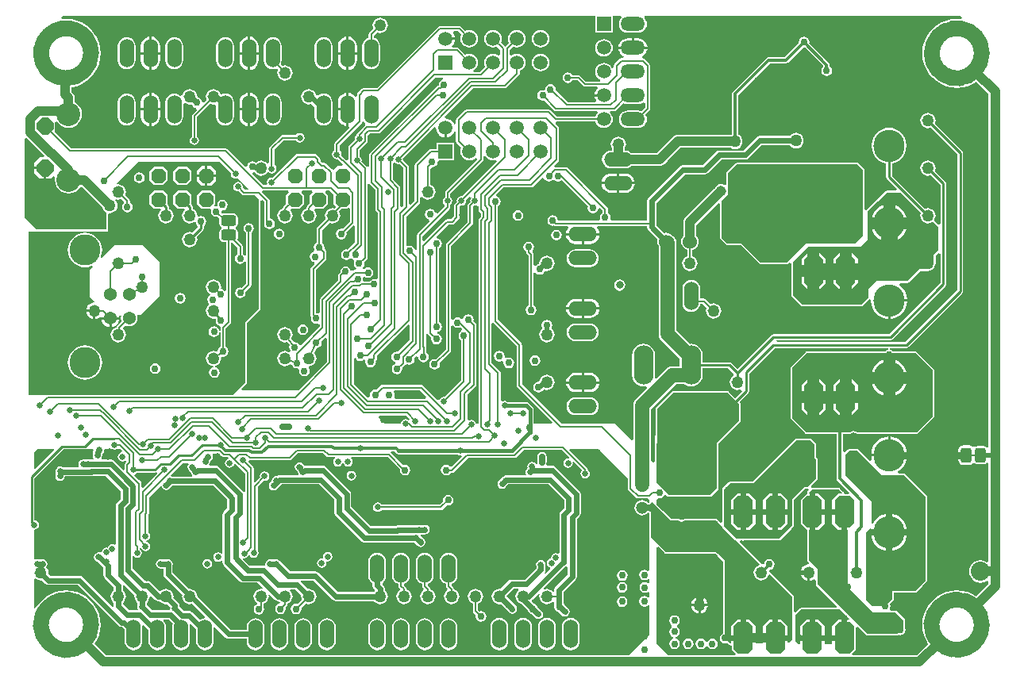
<source format=gbl>
G04 Layer_Physical_Order=4*
G04 Layer_Color=16711680*
%FSLAX24Y24*%
%MOIN*%
G70*
G01*
G75*
%ADD10C,0.0650*%
%ADD11C,0.0080*%
G04:AMPARAMS|DCode=16|XSize=50mil|YSize=50mil|CornerRadius=25mil|HoleSize=0mil|Usage=FLASHONLY|Rotation=90.000|XOffset=0mil|YOffset=0mil|HoleType=Round|Shape=RoundedRectangle|*
%AMROUNDEDRECTD16*
21,1,0.0500,0.0000,0,0,90.0*
21,1,0.0000,0.0500,0,0,90.0*
1,1,0.0500,0.0000,0.0000*
1,1,0.0500,0.0000,0.0000*
1,1,0.0500,0.0000,0.0000*
1,1,0.0500,0.0000,0.0000*
%
%ADD16ROUNDEDRECTD16*%
%ADD29C,0.0600*%
%ADD57C,0.0120*%
%ADD58C,0.0200*%
%ADD59C,0.0070*%
%ADD60C,0.0300*%
%ADD61C,0.0240*%
%ADD62C,0.0160*%
%ADD63C,0.0100*%
%ADD64C,0.0400*%
%ADD66C,0.0500*%
%ADD67C,0.0700*%
%ADD70C,0.0250*%
%ADD73R,0.0591X0.0591*%
%ADD74C,0.0591*%
G04:AMPARAMS|DCode=75|XSize=133mil|YSize=83mil|CornerRadius=0mil|HoleSize=0mil|Usage=FLASHONLY|Rotation=90.000|XOffset=0mil|YOffset=0mil|HoleType=Round|Shape=Octagon|*
%AMOCTAGOND75*
4,1,8,0.0208,0.0665,-0.0208,0.0665,-0.0415,0.0458,-0.0415,-0.0458,-0.0208,-0.0665,0.0208,-0.0665,0.0415,-0.0458,0.0415,0.0458,0.0208,0.0665,0.0*
%
%ADD75OCTAGOND75*%

%ADD76O,0.0825X0.1650*%
%ADD77O,0.0600X0.1200*%
%ADD78P,0.0758X8X292.5*%
%ADD79C,0.1000*%
%ADD80C,0.1305*%
%ADD81C,0.0540*%
%ADD82P,0.0671X8X22.5*%
%ADD83O,0.1200X0.0600*%
%ADD84O,0.1024X0.0591*%
%ADD85R,0.0591X0.0591*%
%ADD86O,0.1300X0.1360*%
%ADD87C,0.0800*%
%ADD88C,0.0300*%
%ADD89C,0.0250*%
%ADD90C,0.0320*%
%ADD91C,0.0500*%
%ADD92C,0.0450*%
%ADD93C,0.0400*%
G04:AMPARAMS|DCode=111|XSize=50mil|YSize=50mil|CornerRadius=25mil|HoleSize=0mil|Usage=FLASHONLY|Rotation=180.000|XOffset=0mil|YOffset=0mil|HoleType=Round|Shape=RoundedRectangle|*
%AMROUNDEDRECTD111*
21,1,0.0500,0.0000,0,0,180.0*
21,1,0.0000,0.0500,0,0,180.0*
1,1,0.0500,0.0000,0.0000*
1,1,0.0500,0.0000,0.0000*
1,1,0.0500,0.0000,0.0000*
1,1,0.0500,0.0000,0.0000*
%
%ADD111ROUNDEDRECTD111*%
G04:AMPARAMS|DCode=112|XSize=46mil|YSize=63mil|CornerRadius=11.5mil|HoleSize=0mil|Usage=FLASHONLY|Rotation=180.000|XOffset=0mil|YOffset=0mil|HoleType=Round|Shape=RoundedRectangle|*
%AMROUNDEDRECTD112*
21,1,0.0460,0.0400,0,0,180.0*
21,1,0.0230,0.0630,0,0,180.0*
1,1,0.0230,-0.0115,0.0200*
1,1,0.0230,0.0115,0.0200*
1,1,0.0230,0.0115,-0.0200*
1,1,0.0230,-0.0115,-0.0200*
%
%ADD112ROUNDEDRECTD112*%
G04:AMPARAMS|DCode=113|XSize=46mil|YSize=63mil|CornerRadius=11.5mil|HoleSize=0mil|Usage=FLASHONLY|Rotation=270.000|XOffset=0mil|YOffset=0mil|HoleType=Round|Shape=RoundedRectangle|*
%AMROUNDEDRECTD113*
21,1,0.0460,0.0400,0,0,270.0*
21,1,0.0230,0.0630,0,0,270.0*
1,1,0.0230,-0.0200,-0.0115*
1,1,0.0230,-0.0200,0.0115*
1,1,0.0230,0.0200,0.0115*
1,1,0.0230,0.0200,-0.0115*
%
%ADD113ROUNDEDRECTD113*%
%ADD114C,0.0600*%
G36*
X45540Y18620D02*
X46050Y18110D01*
X46980Y18110D01*
X47900Y17190D01*
Y14730D01*
Y13670D01*
X47460Y13230D01*
X46490D01*
X46490Y12890D01*
X46210Y12610D01*
X45650Y12610D01*
X45390Y12870D01*
X45390Y15680D01*
X45580Y15870D01*
X45628Y15848D01*
X45625Y15815D01*
X46250D01*
Y16467D01*
X46223Y16464D01*
X46082Y16421D01*
X45951Y16352D01*
X45837Y16258D01*
X45743Y16144D01*
X45700Y16063D01*
X45650Y16075D01*
X45650Y16980D01*
X44520Y18110D01*
Y18960D01*
X44690Y19130D01*
X45030D01*
X45540Y18620D01*
D02*
G37*
G36*
X23729Y29309D02*
Y28760D01*
X23421Y28452D01*
X23366Y28463D01*
X23280Y28445D01*
X23208Y28397D01*
X23159Y28324D01*
X23142Y28238D01*
X23159Y28152D01*
X23208Y28080D01*
X23280Y28031D01*
X23366Y28014D01*
X23452Y28031D01*
X23525Y28080D01*
X23573Y28152D01*
X23590Y28238D01*
X23580Y28293D01*
X23870Y28583D01*
X23950Y28550D01*
Y27888D01*
X23637Y27576D01*
X23583Y27586D01*
X23497Y27569D01*
X23424Y27521D01*
X23375Y27448D01*
X23358Y27362D01*
X23375Y27276D01*
X23424Y27204D01*
X23497Y27155D01*
X23583Y27138D01*
X23668Y27155D01*
X23741Y27204D01*
X23793D01*
X23794Y27201D01*
X23860Y27157D01*
X23893Y27121D01*
X23908Y27085D01*
X23891Y26999D01*
X23908Y26914D01*
X23957Y26841D01*
X24008Y26806D01*
X23984Y26726D01*
X23932D01*
X23932Y26726D01*
X23889Y26718D01*
X23853Y26693D01*
X23843Y26684D01*
X23756Y26710D01*
X23751Y26739D01*
X23702Y26812D01*
X23629Y26861D01*
X23543Y26878D01*
X23457Y26861D01*
X23385Y26812D01*
X23336Y26739D01*
X23319Y26653D01*
X23323Y26632D01*
X23262Y26570D01*
X23238Y26534D01*
X23229Y26491D01*
X23229Y26491D01*
Y26282D01*
X22495Y25548D01*
X22470Y25511D01*
X22462Y25468D01*
X22462Y25468D01*
Y24941D01*
X22382Y24897D01*
X22314Y24911D01*
X22299Y24923D01*
Y26706D01*
X22717Y27124D01*
X22717Y27124D01*
X22741Y27160D01*
X22750Y27203D01*
Y27480D01*
X22750Y27480D01*
X22741Y27523D01*
X22717Y27560D01*
X22654Y27622D01*
X22665Y27677D01*
X22648Y27763D01*
X22600Y27836D01*
X22553Y27867D01*
Y28394D01*
X22867Y28709D01*
X22916Y28688D01*
X23000Y28677D01*
X23084Y28688D01*
X23161Y28720D01*
X23228Y28772D01*
X23280Y28839D01*
X23312Y28916D01*
X23323Y29000D01*
X23312Y29084D01*
X23280Y29161D01*
X23267Y29178D01*
X23384Y29296D01*
X23611D01*
X23655Y29340D01*
X23729Y29309D01*
D02*
G37*
G36*
X28829Y29775D02*
X28832Y29754D01*
X28799Y29706D01*
X28784Y29630D01*
X28791Y29596D01*
X28704Y29509D01*
X28679Y29473D01*
X28671Y29430D01*
X28671Y29430D01*
Y28739D01*
X27791Y27859D01*
X27766Y27823D01*
X27758Y27780D01*
X27758Y27780D01*
Y23389D01*
X27338Y22969D01*
X27283Y22980D01*
X27198Y22963D01*
X27125Y22915D01*
X27076Y22842D01*
X27059Y22756D01*
X27076Y22670D01*
X27125Y22597D01*
X27198Y22549D01*
X27283Y22532D01*
X27369Y22549D01*
X27442Y22597D01*
X27491Y22670D01*
X27508Y22756D01*
X27497Y22811D01*
X27949Y23263D01*
X27949Y23263D01*
X27974Y23300D01*
X27982Y23342D01*
X27982Y23342D01*
Y24366D01*
X28062Y24390D01*
X28089Y24349D01*
X28162Y24301D01*
X28248Y24284D01*
X28334Y24301D01*
X28361Y24319D01*
X28438Y24241D01*
X28413Y24154D01*
X28355Y24115D01*
X28307Y24043D01*
X28289Y23957D01*
X28307Y23871D01*
X28355Y23798D01*
X28402Y23767D01*
Y22084D01*
X27701Y21383D01*
X27670Y21389D01*
X27594Y21374D01*
X27529Y21331D01*
X27494Y21278D01*
X27438Y21260D01*
X27403Y21256D01*
X26799Y21859D01*
X26763Y21884D01*
X26720Y21892D01*
X26720Y21892D01*
X25090D01*
X25090Y21892D01*
X25047Y21884D01*
X25011Y21859D01*
X24845Y21693D01*
X24790Y21704D01*
X24704Y21687D01*
X24631Y21639D01*
X24583Y21566D01*
X24566Y21480D01*
X24572Y21446D01*
X24516Y21362D01*
X24514Y21361D01*
X24474Y21355D01*
X23889Y21940D01*
Y22994D01*
X23969Y23015D01*
X24005Y22961D01*
X24078Y22913D01*
X24163Y22896D01*
X24249Y22913D01*
X24310Y22954D01*
X24355Y22937D01*
X24384Y22914D01*
X24372Y22854D01*
X24389Y22768D01*
X24438Y22696D01*
X24511Y22647D01*
X24596Y22630D01*
X24682Y22647D01*
X24755Y22696D01*
X24804Y22768D01*
X24821Y22854D01*
X24810Y22909D01*
X24829Y22928D01*
X24829Y22928D01*
X24853Y22964D01*
X24861Y23007D01*
X24861Y23007D01*
Y23108D01*
X26172Y24419D01*
X26246Y24388D01*
Y23787D01*
X25744Y23284D01*
X25689Y23295D01*
X25603Y23278D01*
X25530Y23229D01*
X25482Y23157D01*
X25465Y23071D01*
X25482Y22985D01*
X25530Y22912D01*
X25603Y22864D01*
X25626Y22859D01*
Y22778D01*
X25624Y22777D01*
X25551Y22729D01*
X25503Y22656D01*
X25486Y22570D01*
X25503Y22484D01*
X25551Y22411D01*
X25624Y22363D01*
X25710Y22346D01*
X25796Y22363D01*
X25869Y22411D01*
X25917Y22484D01*
X25934Y22570D01*
X25923Y22625D01*
X26033Y22734D01*
X26033Y22734D01*
X26128Y22755D01*
X26214Y22738D01*
X26300Y22755D01*
X26372Y22804D01*
X26421Y22877D01*
X26438Y22963D01*
X26427Y23017D01*
X26511Y23102D01*
X26565Y23080D01*
X26588Y23065D01*
X26604Y22985D01*
X26652Y22912D01*
X26725Y22864D01*
X26811Y22847D01*
X26897Y22864D01*
X26970Y22912D01*
X27018Y22985D01*
X27035Y23071D01*
X27018Y23157D01*
X26970Y23229D01*
X26933Y23254D01*
Y23493D01*
X26933Y23493D01*
X26924Y23536D01*
X26919Y23544D01*
X26920Y23554D01*
Y24020D01*
X26993Y24035D01*
X27000Y24033D01*
X27023Y24000D01*
X27149Y23874D01*
X27138Y23819D01*
X27155Y23733D01*
X27204Y23660D01*
X27276Y23612D01*
X27362Y23595D01*
X27448Y23612D01*
X27521Y23660D01*
X27569Y23733D01*
X27586Y23819D01*
X27569Y23905D01*
X27521Y23977D01*
X27448Y24026D01*
X27408Y24034D01*
Y24116D01*
X27448Y24123D01*
X27521Y24172D01*
X27569Y24245D01*
X27587Y24331D01*
X27569Y24417D01*
X27521Y24489D01*
X27474Y24520D01*
Y27637D01*
X27520Y27668D01*
X27569Y27740D01*
X27586Y27826D01*
X27569Y27912D01*
X27520Y27985D01*
X27447Y28033D01*
X27387Y28045D01*
X27356Y28115D01*
X27356Y28127D01*
X27856Y28628D01*
X28020D01*
X28020Y28628D01*
X28063Y28636D01*
X28099Y28661D01*
X28294Y28856D01*
X28294Y28856D01*
X28319Y28892D01*
X28327Y28935D01*
X28327Y28935D01*
Y29384D01*
X28386Y29437D01*
X28413Y29431D01*
X28489Y29446D01*
X28554Y29489D01*
X28597Y29554D01*
X28612Y29630D01*
X28605Y29664D01*
X28745Y29804D01*
X28745Y29804D01*
X28829Y29775D01*
D02*
G37*
G36*
X25617Y31237D02*
X25682Y31194D01*
X25758Y31179D01*
X25791Y31186D01*
X25980Y30997D01*
Y29419D01*
X25922Y29361D01*
X25842Y29394D01*
Y30180D01*
X25834Y30223D01*
X25809Y30259D01*
X25809Y30259D01*
X25532Y30536D01*
Y31195D01*
X25604Y31239D01*
X25617Y31237D01*
D02*
G37*
G36*
X45270Y30920D02*
Y28150D01*
X44960Y27840D01*
X42880Y27840D01*
X42080Y27040D01*
X40970D01*
X40170Y27840D01*
X39580D01*
X39340Y28080D01*
Y29460D01*
X39339Y29617D01*
X39600Y29878D01*
Y29964D01*
X39609Y30030D01*
X39600Y30095D01*
Y30770D01*
X39980Y31150D01*
X45040D01*
X45270Y30920D01*
D02*
G37*
G36*
X40070Y21080D02*
Y20400D01*
X39470Y19800D01*
X39140Y19470D01*
Y17550D01*
X38850Y17260D01*
X37130D01*
X36903Y17487D01*
X36889Y17509D01*
X36867Y17523D01*
X36614Y17776D01*
Y18005D01*
X36630Y20870D01*
X37310Y21550D01*
X39600D01*
X40070Y21080D01*
D02*
G37*
G36*
X23057Y29881D02*
X23041Y29866D01*
Y29486D01*
X23149Y29378D01*
X23083Y29312D01*
X23000Y29323D01*
X22916Y29312D01*
X22839Y29280D01*
X22772Y29228D01*
X22720Y29161D01*
X22688Y29084D01*
X22677Y29000D01*
X22688Y28916D01*
X22709Y28867D01*
X22362Y28520D01*
X22337Y28484D01*
X22329Y28441D01*
X22329Y28441D01*
Y27867D01*
X22282Y27836D01*
X22234Y27763D01*
X22217Y27677D01*
X22234Y27591D01*
X22244Y27576D01*
X22207Y27487D01*
X22178Y27481D01*
X22105Y27432D01*
X22057Y27359D01*
X22039Y27274D01*
X22057Y27188D01*
X22105Y27115D01*
X22178Y27066D01*
X22221Y27058D01*
X22247Y26971D01*
X22107Y26831D01*
X22083Y26795D01*
X22074Y26752D01*
X22074Y26752D01*
Y24821D01*
X22074Y24821D01*
X22083Y24778D01*
X22102Y24749D01*
X22090Y24686D01*
X22107Y24600D01*
X22155Y24528D01*
X22228Y24479D01*
X22314Y24462D01*
X22382Y24475D01*
X22462Y24432D01*
Y24337D01*
X21682Y23557D01*
X21591Y23579D01*
X21559Y23629D01*
X21486Y23677D01*
X21400Y23694D01*
X21369Y23688D01*
X21268Y23823D01*
X21280Y23839D01*
X21312Y23916D01*
X21323Y24000D01*
X21312Y24084D01*
X21280Y24161D01*
X21228Y24228D01*
X21161Y24280D01*
X21084Y24312D01*
X21000Y24323D01*
X20916Y24312D01*
X20839Y24280D01*
X20772Y24228D01*
X20720Y24161D01*
X20688Y24084D01*
X20677Y24000D01*
X20688Y23916D01*
X20720Y23839D01*
X20772Y23772D01*
X20839Y23720D01*
X20916Y23688D01*
X21000Y23677D01*
X21084Y23688D01*
X21097Y23694D01*
X21197Y23562D01*
X21193Y23556D01*
X21176Y23470D01*
X21193Y23384D01*
X21231Y23327D01*
X21172Y23272D01*
X21161Y23280D01*
X21084Y23312D01*
X21000Y23323D01*
X20916Y23312D01*
X20839Y23280D01*
X20772Y23228D01*
X20720Y23161D01*
X20688Y23084D01*
X20677Y23000D01*
X20688Y22916D01*
X20720Y22839D01*
X20772Y22772D01*
X20839Y22720D01*
X20916Y22688D01*
X21000Y22677D01*
X21084Y22688D01*
X21161Y22720D01*
X21205Y22754D01*
X21276Y22736D01*
X21293Y22724D01*
X21293Y22724D01*
X21341Y22651D01*
X21414Y22603D01*
X21500Y22586D01*
X21532Y22592D01*
X21595Y22523D01*
X21587Y22480D01*
X21604Y22394D01*
X21652Y22322D01*
X21725Y22273D01*
X21811Y22256D01*
X21897Y22273D01*
X21970Y22322D01*
X22018Y22394D01*
X22035Y22480D01*
X22018Y22566D01*
X21996Y22600D01*
X21996Y22606D01*
X22037Y22682D01*
X22084Y22688D01*
X22161Y22720D01*
X22228Y22772D01*
X22280Y22839D01*
X22312Y22916D01*
X22323Y23000D01*
X22312Y23084D01*
X22280Y23161D01*
X22228Y23228D01*
X22227Y23229D01*
X22327Y23441D01*
X22400Y23455D01*
X22473Y23504D01*
X22521Y23577D01*
X22538Y23663D01*
X22527Y23717D01*
X22688Y23878D01*
X22762Y23847D01*
Y22862D01*
X21553Y21654D01*
X19192D01*
X19161Y21727D01*
X19381Y21948D01*
X19397Y21971D01*
X19402Y21998D01*
Y24508D01*
X19952Y25058D01*
X19968Y25081D01*
X19973Y25108D01*
Y29625D01*
X20053Y29658D01*
X20138Y29574D01*
Y28760D01*
X20138Y28760D01*
X20142Y28741D01*
X20126Y28660D01*
X20143Y28574D01*
X20191Y28501D01*
X20264Y28453D01*
X20350Y28436D01*
X20436Y28453D01*
X20509Y28501D01*
X20557Y28574D01*
X20574Y28660D01*
X20557Y28746D01*
X20509Y28819D01*
X20436Y28867D01*
X20362Y28882D01*
Y29620D01*
X20362Y29620D01*
X20354Y29663D01*
X20329Y29699D01*
X20329Y29699D01*
X20048Y29980D01*
X20051Y29997D01*
X20084Y30058D01*
X21120D01*
X21154Y29978D01*
X21041Y29866D01*
Y29490D01*
X20921Y29369D01*
X20896Y29333D01*
X20890Y29301D01*
X20839Y29280D01*
X20772Y29228D01*
X20720Y29161D01*
X20688Y29084D01*
X20677Y29000D01*
X20688Y28916D01*
X20720Y28839D01*
X20772Y28772D01*
X20839Y28720D01*
X20916Y28688D01*
X21000Y28677D01*
X21084Y28688D01*
X21161Y28720D01*
X21228Y28772D01*
X21280Y28839D01*
X21312Y28916D01*
X21323Y29000D01*
X21312Y29084D01*
X21280Y29161D01*
X21238Y29216D01*
X21251Y29263D01*
X21272Y29296D01*
X21611D01*
X21801Y29486D01*
Y29866D01*
X21689Y29978D01*
X21722Y30058D01*
X22120D01*
X22154Y29978D01*
X22041Y29866D01*
Y29520D01*
X21921Y29399D01*
X21896Y29363D01*
X21888Y29320D01*
X21888Y29320D01*
Y29300D01*
X21839Y29280D01*
X21772Y29228D01*
X21720Y29161D01*
X21688Y29084D01*
X21677Y29000D01*
X21688Y28916D01*
X21720Y28839D01*
X21772Y28772D01*
X21839Y28720D01*
X21916Y28688D01*
X22000Y28677D01*
X22084Y28688D01*
X22161Y28720D01*
X22228Y28772D01*
X22280Y28839D01*
X22312Y28916D01*
X22323Y29000D01*
X22312Y29084D01*
X22280Y29161D01*
X22238Y29216D01*
X22251Y29263D01*
X22272Y29296D01*
X22611D01*
X22801Y29486D01*
Y29866D01*
X22689Y29978D01*
X22722Y30058D01*
X22880D01*
X23057Y29881D01*
D02*
G37*
G36*
X10891Y31524D02*
X10861Y31450D01*
X10702D01*
X10477Y31225D01*
Y31050D01*
X10927D01*
Y31000D01*
X10977D01*
Y30550D01*
X11152D01*
X11274Y30672D01*
X11349Y30633D01*
X11332Y30510D01*
X11352Y30361D01*
X11409Y30222D01*
X11501Y30103D01*
X11620Y30012D01*
X11759Y29954D01*
X11907Y29935D01*
X12056Y29954D01*
X12195Y30012D01*
X12314Y30103D01*
X12385Y30196D01*
X12467Y30206D01*
X12484Y30202D01*
X13328Y29357D01*
X13330Y29346D01*
X13362Y29268D01*
X13414Y29201D01*
X13452Y29172D01*
X13480Y29150D01*
X13497Y29106D01*
X13495Y29095D01*
X13492Y29083D01*
X13492Y29081D01*
X13492Y29079D01*
Y28418D01*
X10559D01*
X10059Y28917D01*
Y32243D01*
X10139Y32276D01*
X10891Y31524D01*
D02*
G37*
G36*
X42955Y17539D02*
X42965Y17526D01*
X42993Y17464D01*
X42950Y17420D01*
X42934Y17397D01*
X42929Y17370D01*
Y17315D01*
X42908Y17285D01*
X42665Y17042D01*
Y16057D01*
X42908Y15815D01*
X42929Y15785D01*
Y14540D01*
X42934Y14513D01*
X42950Y14490D01*
X43008Y14432D01*
X43006Y14411D01*
X42976Y14350D01*
X42909Y14341D01*
X42823Y14306D01*
X42750Y14250D01*
X42694Y14177D01*
X42659Y14091D01*
X42654Y14050D01*
X43000D01*
Y14000D01*
X43050D01*
Y13654D01*
X43091Y13659D01*
X43177Y13694D01*
X43209Y13719D01*
X43289Y13679D01*
Y13615D01*
X43286Y13600D01*
X43289Y13585D01*
Y13530D01*
X43294Y13503D01*
X43310Y13480D01*
X44184Y12605D01*
X44153Y12531D01*
X42680Y12531D01*
X42653Y12526D01*
X42630Y12510D01*
X42441Y12322D01*
X42361Y12355D01*
Y13000D01*
X42356Y13027D01*
X42340Y13050D01*
X41408Y13983D01*
X41408Y13983D01*
X41407Y13984D01*
X41396Y13991D01*
X41385Y13998D01*
X41384Y13998D01*
X41383Y13999D01*
X41371Y14001D01*
X41367Y14002D01*
X41323Y14072D01*
X41332Y14098D01*
X41378Y14133D01*
X41426Y14143D01*
X41499Y14191D01*
X41547Y14264D01*
X41564Y14350D01*
X41547Y14436D01*
X41499Y14509D01*
X41426Y14557D01*
X41340Y14574D01*
X41254Y14557D01*
X41181Y14509D01*
X41133Y14436D01*
X41122Y14382D01*
X41114Y14367D01*
X41072Y14354D01*
X41022Y14374D01*
X40998Y14385D01*
X40991Y14396D01*
X40984Y14407D01*
X40983Y14408D01*
X40983Y14408D01*
X40106Y15285D01*
X40137Y15359D01*
X40185D01*
X40250Y15346D01*
X40315Y15359D01*
X41565Y15359D01*
X41580Y15356D01*
X41595Y15359D01*
X41750D01*
X41777Y15364D01*
X41800Y15380D01*
X42260Y15840D01*
X42340Y15920D01*
X42356Y15943D01*
X42361Y15970D01*
Y17070D01*
X42830Y17539D01*
X42955Y17539D01*
D02*
G37*
G36*
X31883Y30574D02*
X31884Y30572D01*
X31931Y30501D01*
X32004Y30453D01*
X32090Y30436D01*
X32176Y30453D01*
X32249Y30501D01*
X32311D01*
X32384Y30453D01*
X32470Y30436D01*
X32556Y30453D01*
X32616Y30493D01*
X33724Y29386D01*
X33713Y29331D01*
X33730Y29245D01*
X33778Y29172D01*
X33851Y29123D01*
X33937Y29106D01*
X34023Y29123D01*
X34096Y29172D01*
X34144Y29245D01*
X34156Y29303D01*
X34231Y29334D01*
X34237Y29334D01*
X34337Y29235D01*
Y29127D01*
X34290Y29096D01*
X34242Y29023D01*
X34225Y28937D01*
X34238Y28869D01*
X34194Y28789D01*
X32477D01*
X32468Y28799D01*
X32451Y28885D01*
X32403Y28958D01*
X32330Y29006D01*
X32244Y29024D01*
X32158Y29006D01*
X32085Y28958D01*
X32037Y28885D01*
X32020Y28799D01*
X32037Y28713D01*
X32085Y28641D01*
X32158Y28592D01*
X32244Y28575D01*
X32303Y28587D01*
X32323Y28573D01*
X32366Y28565D01*
X32366Y28565D01*
X32880D01*
X32906Y28485D01*
X32855Y28418D01*
X32814Y28321D01*
X32807Y28267D01*
X34201D01*
X34194Y28321D01*
X34153Y28418D01*
X34102Y28485D01*
X34128Y28565D01*
X36206D01*
Y28521D01*
X36221Y28447D01*
X36263Y28384D01*
X36646Y28001D01*
X36635Y27913D01*
X36647Y27817D01*
X36685Y27727D01*
X36686Y27725D01*
Y25930D01*
Y25630D01*
Y25330D01*
Y24031D01*
X36699Y23934D01*
X36736Y23844D01*
X36795Y23767D01*
X37570Y22992D01*
Y22673D01*
X37280D01*
X37183Y22660D01*
X37093Y22623D01*
X37016Y22564D01*
X36601Y22149D01*
X36553Y22168D01*
X36529Y22190D01*
X36544Y22304D01*
Y23129D01*
X36527Y23255D01*
X36479Y23372D01*
X36401Y23473D01*
X36300Y23551D01*
X36183Y23599D01*
X36057Y23616D01*
X35931Y23599D01*
X35814Y23551D01*
X35713Y23473D01*
X35636Y23372D01*
X35587Y23255D01*
X35570Y23129D01*
Y22304D01*
X35587Y22178D01*
X35636Y22061D01*
X35713Y21960D01*
X35814Y21883D01*
X35931Y21834D01*
X36057Y21817D01*
X36172Y21832D01*
X36193Y21808D01*
X36212Y21760D01*
X35736Y21284D01*
X35677Y21207D01*
X35640Y21117D01*
X35627Y21020D01*
Y19596D01*
X35553Y19565D01*
X34857Y20261D01*
X32617D01*
X30952Y21926D01*
Y23570D01*
X30952Y23570D01*
X30944Y23613D01*
X30919Y23649D01*
X30919Y23649D01*
X29942Y24626D01*
Y29400D01*
X29989Y29431D01*
X30037Y29504D01*
X30054Y29590D01*
X30037Y29676D01*
X29989Y29749D01*
X29916Y29797D01*
X29902Y29800D01*
X29875Y29887D01*
X30186Y30198D01*
X31350D01*
X31350Y30198D01*
X31393Y30206D01*
X31429Y30231D01*
X31796Y30598D01*
X31883Y30574D01*
D02*
G37*
G36*
X27648Y34728D02*
X27594Y34717D01*
X27521Y34669D01*
X27473Y34596D01*
X27463Y34549D01*
X27456Y34510D01*
X27456Y34504D01*
X27455Y34472D01*
X27414Y34464D01*
X27379Y34441D01*
X24564Y31626D01*
X24541Y31591D01*
X24533Y31550D01*
Y31072D01*
X24453Y31050D01*
X24441Y31067D01*
X24441Y31067D01*
X24212Y31296D01*
X24219Y31330D01*
X24204Y31406D01*
X24161Y31471D01*
X24132Y31490D01*
Y31761D01*
X24434Y32063D01*
X24434Y32063D01*
X24459Y32100D01*
X24467Y32143D01*
X24467Y32143D01*
Y32369D01*
X24561Y32463D01*
X24925D01*
X24925Y32463D01*
X24968Y32471D01*
X25004Y32496D01*
X27316Y34808D01*
X27640D01*
X27648Y34728D01*
D02*
G37*
G36*
X24322Y32948D02*
X24358Y32901D01*
X24361Y32899D01*
X24367Y32840D01*
X24360Y32799D01*
X24041Y32479D01*
X24016Y32443D01*
X24008Y32400D01*
X24008Y32400D01*
Y32400D01*
X23979Y32381D01*
X23936Y32316D01*
X23921Y32240D01*
X23931Y32190D01*
X23691Y31949D01*
X23666Y31913D01*
X23658Y31870D01*
X23658Y31870D01*
Y31365D01*
X23584Y31335D01*
X23504Y31414D01*
X23468Y31439D01*
X23468Y31439D01*
X23379Y31528D01*
X23379Y31528D01*
X23371Y31540D01*
X23379Y31580D01*
X23364Y31656D01*
X23321Y31721D01*
X23292Y31740D01*
Y31954D01*
X24209Y32871D01*
X24209Y32871D01*
X24234Y32907D01*
X24237Y32927D01*
X24300Y32949D01*
X24322Y32948D01*
D02*
G37*
G36*
X27341Y32690D02*
X27355Y32587D01*
X27395Y32491D01*
X27458Y32408D01*
X27541Y32345D01*
X27637Y32305D01*
X27690Y32298D01*
Y32690D01*
X27790D01*
Y32298D01*
X27843Y32305D01*
X27939Y32345D01*
X28022Y32408D01*
X28085Y32491D01*
X28103Y32533D01*
X28183Y32517D01*
Y32140D01*
X28191Y32099D01*
X28214Y32064D01*
X28416Y31863D01*
X28384Y31785D01*
X28372Y31690D01*
X28384Y31595D01*
X28421Y31506D01*
X28479Y31429D01*
X28556Y31371D01*
X28645Y31334D01*
X28740Y31322D01*
X28835Y31334D01*
X28924Y31371D01*
X28995Y31426D01*
X29021Y31423D01*
X29081Y31404D01*
X29087Y31377D01*
X27751Y30041D01*
X27726Y30005D01*
X27718Y29962D01*
X27718Y29962D01*
Y29780D01*
X27689Y29761D01*
X27646Y29696D01*
X27631Y29620D01*
X27646Y29544D01*
X27689Y29479D01*
X27694Y29476D01*
X27700Y29389D01*
X27405Y29094D01*
X27318Y29120D01*
X27313Y29147D01*
X27265Y29219D01*
X27192Y29268D01*
X27106Y29285D01*
X27020Y29268D01*
X26947Y29219D01*
X26899Y29147D01*
X26882Y29061D01*
X26899Y28975D01*
X26947Y28902D01*
X27020Y28853D01*
X27046Y28848D01*
X27073Y28761D01*
X26579Y28268D01*
X26555Y28231D01*
X26546Y28188D01*
X26546Y28188D01*
Y27577D01*
X26466Y27569D01*
X26459Y27607D01*
X26410Y27680D01*
X26337Y27728D01*
X26251Y27745D01*
X26176Y27730D01*
X26136Y27744D01*
X26096Y27765D01*
Y28967D01*
X26639Y29511D01*
X26639Y29511D01*
X26664Y29547D01*
X26672Y29590D01*
X26672Y29590D01*
Y29770D01*
X26752Y29797D01*
X26772Y29772D01*
X26839Y29720D01*
X26916Y29688D01*
X27000Y29677D01*
X27084Y29688D01*
X27161Y29720D01*
X27228Y29772D01*
X27280Y29839D01*
X27312Y29916D01*
X27323Y30000D01*
X27312Y30084D01*
X27280Y30161D01*
X27228Y30228D01*
X27161Y30280D01*
X27112Y30300D01*
Y30968D01*
X27180Y31036D01*
X27266Y31053D01*
X27339Y31101D01*
X27387Y31174D01*
X27404Y31260D01*
X27404Y31263D01*
X27454Y31325D01*
X28105D01*
Y32055D01*
X27375D01*
Y31802D01*
X27130D01*
X27130Y31802D01*
X27087Y31794D01*
X27051Y31769D01*
X27051Y31769D01*
X26481Y31199D01*
X26456Y31163D01*
X26448Y31120D01*
X26448Y31120D01*
Y29636D01*
X26278Y29467D01*
X26204Y29497D01*
Y31044D01*
X26196Y31087D01*
X26171Y31123D01*
X26171Y31123D01*
X25950Y31344D01*
X25957Y31378D01*
X25950Y31411D01*
X27265Y32727D01*
X27341Y32690D01*
D02*
G37*
G36*
X29118Y29397D02*
Y29280D01*
X29118Y29280D01*
X29126Y29237D01*
X29151Y29201D01*
X29238Y29114D01*
Y28966D01*
X29151Y28879D01*
X29126Y28843D01*
X29118Y28800D01*
X29118Y28800D01*
Y20261D01*
X29011D01*
X29004Y20296D01*
X28961Y20361D01*
X28896Y20404D01*
X28820Y20419D01*
X28744Y20404D01*
X28730Y20394D01*
X28652Y20439D01*
Y21474D01*
X29003Y21824D01*
X29003Y21824D01*
X29027Y21861D01*
X29036Y21904D01*
X29036Y21904D01*
Y24413D01*
X29036Y24413D01*
X29027Y24456D01*
X29003Y24492D01*
X29003Y24492D01*
X28914Y24581D01*
X28925Y24636D01*
X28908Y24722D01*
X28859Y24794D01*
X28787Y24843D01*
X28701Y24860D01*
X28615Y24843D01*
X28542Y24794D01*
X28494Y24722D01*
X28487Y24690D01*
X28407Y24666D01*
X28334Y24715D01*
X28248Y24732D01*
X28162Y24715D01*
X28089Y24666D01*
X28062Y24626D01*
X27982Y24650D01*
Y27734D01*
X28862Y28614D01*
X28887Y28650D01*
X28895Y28693D01*
X28895Y28693D01*
Y29384D01*
X28949Y29438D01*
X28983Y29431D01*
X29038Y29442D01*
X29118Y29397D01*
D02*
G37*
G36*
X18738Y30784D02*
X18731Y30750D01*
X18746Y30674D01*
X18789Y30609D01*
X18854Y30566D01*
X18930Y30551D01*
X19006Y30566D01*
X19026Y30580D01*
X19478Y30128D01*
X19459Y30082D01*
X19326D01*
X19222Y30186D01*
X19229Y30220D01*
X19214Y30296D01*
X19171Y30361D01*
X19106Y30404D01*
X19030Y30419D01*
X18954Y30404D01*
X18889Y30361D01*
X18846Y30296D01*
X18831Y30220D01*
X18846Y30144D01*
X18889Y30079D01*
X18954Y30036D01*
X19030Y30021D01*
X19064Y30028D01*
X19201Y29891D01*
X19201Y29891D01*
X19237Y29866D01*
X19280Y29858D01*
X19748D01*
X19902Y29705D01*
Y25108D01*
X19331Y24537D01*
Y21998D01*
X18805Y21472D01*
X11050D01*
X11050Y21472D01*
X11022Y21467D01*
X10226D01*
Y28346D01*
X13563D01*
Y29079D01*
X13601Y29112D01*
X13642Y29106D01*
X13725Y29117D01*
X13803Y29150D01*
X13870Y29201D01*
X13921Y29268D01*
X13953Y29346D01*
X13964Y29429D01*
X13953Y29513D01*
X13921Y29591D01*
X13874Y29652D01*
X13876Y29655D01*
X13916Y29688D01*
X14000Y29677D01*
X14084Y29688D01*
X14133Y29709D01*
X14240Y29601D01*
X14234Y29537D01*
X14221Y29529D01*
X14173Y29456D01*
X14156Y29370D01*
X14173Y29284D01*
X14221Y29211D01*
X14294Y29163D01*
X14380Y29146D01*
X14466Y29163D01*
X14539Y29211D01*
X14587Y29284D01*
X14604Y29370D01*
X14587Y29456D01*
X14539Y29529D01*
X14492Y29560D01*
Y29620D01*
X14492Y29620D01*
X14484Y29663D01*
X14459Y29699D01*
X14459Y29699D01*
X14291Y29867D01*
X14312Y29916D01*
X14323Y30000D01*
X14312Y30084D01*
X14280Y30161D01*
X14228Y30228D01*
X14161Y30280D01*
X14084Y30312D01*
X14000Y30323D01*
X13961Y30318D01*
X13938Y30365D01*
X14823Y31250D01*
X18271D01*
X18738Y30784D01*
D02*
G37*
G36*
X29422Y31504D02*
X29479Y31429D01*
X29556Y31371D01*
X29645Y31334D01*
X29740Y31322D01*
X29835Y31334D01*
X29852Y31341D01*
X29898Y31273D01*
X28447Y29822D01*
X28413Y29829D01*
X28337Y29814D01*
X28272Y29771D01*
X28229Y29706D01*
X28214Y29630D01*
X28221Y29596D01*
X28136Y29511D01*
X28111Y29475D01*
X28103Y29432D01*
X28103Y29432D01*
Y28981D01*
X27974Y28852D01*
X27810D01*
X27810Y28852D01*
X27767Y28844D01*
X27731Y28819D01*
X26844Y27933D01*
X26770Y27964D01*
Y28142D01*
X27909Y29281D01*
X27909Y29281D01*
X27934Y29317D01*
X27942Y29360D01*
Y29460D01*
X27971Y29479D01*
X28014Y29544D01*
X28029Y29620D01*
X28014Y29696D01*
X27971Y29761D01*
X27942Y29780D01*
Y29915D01*
X29309Y31282D01*
X29334Y31319D01*
X29342Y31362D01*
X29342Y31362D01*
Y31487D01*
X29417Y31505D01*
X29422Y31504D01*
D02*
G37*
G36*
X34160Y19200D02*
X35398Y17962D01*
Y17540D01*
X35398Y17540D01*
X35406Y17497D01*
X35431Y17461D01*
X35741Y17151D01*
X35741Y17151D01*
X35777Y17126D01*
X35820Y17118D01*
X36242D01*
X36299Y17061D01*
Y16948D01*
X36249Y16931D01*
X36228Y16958D01*
X36161Y17010D01*
X36084Y17042D01*
X36000Y17053D01*
X35916Y17042D01*
X35839Y17010D01*
X35772Y16958D01*
X35720Y16891D01*
X35688Y16814D01*
X35677Y16730D01*
X35688Y16646D01*
X35720Y16569D01*
X35772Y16502D01*
X35839Y16450D01*
X35916Y16418D01*
X36000Y16407D01*
X36084Y16418D01*
X36161Y16450D01*
X36228Y16502D01*
X36249Y16529D01*
X36299Y16512D01*
X36299Y14088D01*
X36249Y14072D01*
X36186Y14114D01*
X36100Y14132D01*
X36014Y14114D01*
X35941Y14066D01*
X35893Y13993D01*
X35876Y13907D01*
X35893Y13821D01*
X35941Y13749D01*
X36014Y13700D01*
X36100Y13683D01*
X36186Y13700D01*
X36249Y13742D01*
X36299Y13726D01*
Y13573D01*
X36249Y13549D01*
X36196Y13584D01*
X36110Y13602D01*
X36024Y13584D01*
X35951Y13536D01*
X35903Y13463D01*
X35886Y13377D01*
X35903Y13291D01*
X35951Y13219D01*
X36024Y13170D01*
X36110Y13153D01*
X36196Y13170D01*
X36249Y13206D01*
X36299Y13181D01*
Y12978D01*
X36249Y12962D01*
X36186Y13004D01*
X36100Y13022D01*
X36014Y13004D01*
X35941Y12956D01*
X35893Y12883D01*
X35876Y12797D01*
X35893Y12711D01*
X35941Y12639D01*
X36014Y12590D01*
X36100Y12573D01*
X36186Y12590D01*
X36249Y12632D01*
X36299Y12616D01*
X36299Y11378D01*
X35443Y10522D01*
X13486D01*
X13008Y10999D01*
X13102Y11153D01*
X13189Y11363D01*
X13242Y11584D01*
X13260Y11811D01*
X13242Y12038D01*
X13189Y12259D01*
X13102Y12469D01*
X12984Y12663D01*
X12836Y12836D01*
X12663Y12984D01*
X12469Y13102D01*
X12259Y13189D01*
X12038Y13242D01*
X11811Y13260D01*
X11584Y13242D01*
X11363Y13189D01*
X11153Y13102D01*
X10959Y12984D01*
X10786Y12836D01*
X10639Y12663D01*
X10548Y12515D01*
X10480Y12499D01*
X10472Y12504D01*
Y13748D01*
X10522Y13764D01*
X10579Y13720D01*
X10656Y13688D01*
X10740Y13677D01*
X10783Y13683D01*
X10923Y13543D01*
X10986Y13501D01*
X11060Y13486D01*
X12300D01*
X14013Y11773D01*
X14076Y11731D01*
X14150Y11716D01*
X14160D01*
X14269Y11608D01*
Y11117D01*
X14281Y11021D01*
X14319Y10931D01*
X14378Y10853D01*
X14455Y10794D01*
X14545Y10757D01*
X14642Y10744D01*
X14738Y10757D01*
X14828Y10794D01*
X14906Y10853D01*
X14965Y10931D01*
X15002Y11021D01*
X15015Y11117D01*
Y11717D01*
X15007Y11778D01*
X15054Y11802D01*
X15269Y11588D01*
Y11117D01*
X15281Y11021D01*
X15319Y10931D01*
X15378Y10853D01*
X15455Y10794D01*
X15545Y10757D01*
X15642Y10744D01*
X15738Y10757D01*
X15828Y10794D01*
X15906Y10853D01*
X15965Y10931D01*
X16002Y11021D01*
X16015Y11117D01*
Y11717D01*
X16002Y11814D01*
X15965Y11904D01*
X15906Y11981D01*
X15892Y11991D01*
X15909Y12041D01*
X16105D01*
X16296Y11850D01*
X16281Y11814D01*
X16269Y11717D01*
Y11117D01*
X16281Y11021D01*
X16319Y10931D01*
X16378Y10853D01*
X16455Y10794D01*
X16545Y10757D01*
X16642Y10744D01*
X16738Y10757D01*
X16828Y10794D01*
X16906Y10853D01*
X16965Y10931D01*
X17002Y11021D01*
X17015Y11117D01*
Y11717D01*
X17002Y11814D01*
X16989Y11847D01*
X17031Y11875D01*
X17269Y11638D01*
Y11117D01*
X17281Y11021D01*
X17319Y10931D01*
X17378Y10853D01*
X17455Y10794D01*
X17545Y10757D01*
X17642Y10744D01*
X17738Y10757D01*
X17828Y10794D01*
X17906Y10853D01*
X17965Y10931D01*
X18002Y11021D01*
X18015Y11117D01*
Y11692D01*
X18065Y11713D01*
X18498Y11280D01*
X18561Y11238D01*
X18635Y11224D01*
X19387D01*
Y11117D01*
X19399Y11021D01*
X19437Y10931D01*
X19496Y10853D01*
X19573Y10794D01*
X19663Y10757D01*
X19760Y10744D01*
X19856Y10757D01*
X19946Y10794D01*
X20024Y10853D01*
X20083Y10931D01*
X20120Y11021D01*
X20133Y11117D01*
Y11717D01*
X20120Y11814D01*
X20083Y11904D01*
X20024Y11981D01*
X19946Y12041D01*
X19856Y12078D01*
X19760Y12091D01*
X19663Y12078D01*
X19573Y12041D01*
X19496Y11981D01*
X19437Y11904D01*
X19399Y11814D01*
X19387Y11717D01*
Y11611D01*
X18715D01*
X17322Y13004D01*
X17312Y13084D01*
X17280Y13161D01*
X17228Y13228D01*
X17161Y13280D01*
X17084Y13312D01*
X17000Y13323D01*
X16983Y13321D01*
X16284Y14020D01*
Y14334D01*
X16289Y14360D01*
X16274Y14436D01*
X16231Y14501D01*
X16166Y14544D01*
X16160Y14545D01*
X16154Y14549D01*
X16080Y14564D01*
X15806D01*
X15780Y14569D01*
X15704Y14554D01*
X15639Y14511D01*
X15596Y14446D01*
X15581Y14370D01*
X15596Y14294D01*
X15639Y14229D01*
X15704Y14186D01*
X15780Y14171D01*
X15806Y14176D01*
X15896D01*
Y13940D01*
X15911Y13866D01*
X15953Y13803D01*
X16686Y13070D01*
X16677Y13000D01*
X16688Y12916D01*
X16720Y12839D01*
X16772Y12772D01*
X16839Y12720D01*
X16916Y12688D01*
X17000Y12677D01*
X17084Y12688D01*
X17088Y12690D01*
X17639Y12139D01*
X17620Y12088D01*
X17545Y12078D01*
X17455Y12041D01*
X17432Y12022D01*
X17107Y12347D01*
X17044Y12389D01*
X16970Y12404D01*
X16760D01*
X16574Y12590D01*
Y12620D01*
X16559Y12694D01*
X16517Y12757D01*
X16317Y12957D01*
X16323Y13000D01*
X16312Y13084D01*
X16280Y13161D01*
X16228Y13228D01*
X16161Y13280D01*
X16084Y13312D01*
X16000Y13323D01*
X15916Y13312D01*
X15839Y13280D01*
X15772Y13228D01*
X15729Y13225D01*
X15357Y13597D01*
X15294Y13639D01*
X15220Y13654D01*
X15120D01*
X14604Y14170D01*
Y14683D01*
X14654Y14698D01*
X14659Y14689D01*
X14724Y14646D01*
X14800Y14631D01*
X14876Y14646D01*
X14941Y14689D01*
X14984Y14754D01*
X14999Y14830D01*
X14984Y14906D01*
X14941Y14971D01*
X14912Y14990D01*
Y15040D01*
X14962Y15045D01*
X14966Y15024D01*
X15009Y14959D01*
X15074Y14916D01*
X15150Y14901D01*
X15226Y14916D01*
X15291Y14959D01*
X15334Y15024D01*
X15349Y15100D01*
X15334Y15176D01*
X15291Y15241D01*
X15226Y15284D01*
X15172Y15295D01*
Y15342D01*
X15173Y15346D01*
X15226Y15356D01*
X15291Y15399D01*
X15334Y15464D01*
X15349Y15540D01*
X15334Y15616D01*
X15291Y15681D01*
X15262Y15700D01*
Y16435D01*
X15284Y16467D01*
X15292Y16510D01*
Y17174D01*
X15765Y17646D01*
X15819Y17630D01*
X15826Y17594D01*
X15869Y17529D01*
X15934Y17486D01*
X16010Y17471D01*
X16086Y17486D01*
X16151Y17529D01*
X16170Y17558D01*
X16257Y17656D01*
X17990D01*
X18581Y17065D01*
Y16715D01*
X18438Y16572D01*
X18396Y16509D01*
X18381Y16435D01*
Y14815D01*
X18331Y14800D01*
X18331Y14801D01*
X18266Y14844D01*
X18190Y14859D01*
X18114Y14844D01*
X18049Y14801D01*
X18006Y14736D01*
X17991Y14660D01*
X18006Y14584D01*
X18049Y14519D01*
X18114Y14476D01*
X18190Y14461D01*
X18266Y14476D01*
X18331Y14519D01*
X18331Y14520D01*
X18381Y14505D01*
Y14435D01*
X18396Y14361D01*
X18438Y14298D01*
X19093Y13643D01*
X19156Y13601D01*
X19230Y13586D01*
X19850D01*
X20072Y13364D01*
X20049Y13316D01*
X20000Y13323D01*
X19916Y13312D01*
X19839Y13280D01*
X19772Y13228D01*
X19720Y13161D01*
X19688Y13084D01*
X19677Y13000D01*
X19688Y12916D01*
X19720Y12839D01*
X19772Y12772D01*
X19828Y12729D01*
X19825Y12687D01*
X19820Y12674D01*
X19751Y12629D01*
X19703Y12556D01*
X19686Y12470D01*
X19703Y12384D01*
X19751Y12311D01*
X19824Y12263D01*
X19910Y12246D01*
X19996Y12263D01*
X20069Y12311D01*
X20117Y12384D01*
X20134Y12470D01*
X20117Y12556D01*
X20112Y12563D01*
Y12700D01*
X20161Y12720D01*
X20228Y12772D01*
X20280Y12839D01*
X20312Y12916D01*
X20323Y13000D01*
X20316Y13049D01*
X20364Y13072D01*
X20573Y12863D01*
X20636Y12821D01*
X20710Y12806D01*
X20745D01*
X20772Y12772D01*
X20797Y12753D01*
X20784Y12699D01*
X20724Y12687D01*
X20651Y12639D01*
X20603Y12566D01*
X20586Y12480D01*
X20603Y12394D01*
X20651Y12321D01*
X20724Y12273D01*
X20810Y12256D01*
X20896Y12273D01*
X20969Y12321D01*
X21017Y12394D01*
X21034Y12480D01*
X21023Y12535D01*
X21079Y12591D01*
X21079Y12591D01*
X21104Y12627D01*
X21112Y12670D01*
X21112Y12670D01*
Y12700D01*
X21161Y12720D01*
X21228Y12772D01*
X21280Y12839D01*
X21312Y12916D01*
X21323Y13000D01*
X21312Y13084D01*
X21280Y13161D01*
X21228Y13228D01*
X21205Y13246D01*
X21222Y13296D01*
X21430D01*
X21683Y13043D01*
X21677Y13000D01*
X21688Y12916D01*
X21709Y12867D01*
X21533Y12692D01*
X21470Y12704D01*
X21384Y12687D01*
X21311Y12639D01*
X21263Y12566D01*
X21246Y12480D01*
X21263Y12394D01*
X21311Y12321D01*
X21384Y12273D01*
X21470Y12256D01*
X21556Y12273D01*
X21629Y12321D01*
X21677Y12394D01*
X21694Y12480D01*
X21685Y12526D01*
X21867Y12709D01*
X21916Y12688D01*
X22000Y12677D01*
X22084Y12688D01*
X22161Y12720D01*
X22228Y12772D01*
X22280Y12839D01*
X22312Y12916D01*
X22323Y13000D01*
X22312Y13084D01*
X22280Y13161D01*
X22228Y13228D01*
X22161Y13280D01*
X22084Y13312D01*
X22000Y13323D01*
X21957Y13317D01*
X21658Y13616D01*
X21673Y13666D01*
X22200D01*
X23003Y12863D01*
X23066Y12821D01*
X23140Y12806D01*
X24745D01*
X24772Y12772D01*
X24839Y12720D01*
X24916Y12688D01*
X25000Y12677D01*
X25084Y12688D01*
X25161Y12720D01*
X25228Y12772D01*
X25280Y12839D01*
X25312Y12916D01*
X25323Y13000D01*
X25312Y13084D01*
X25280Y13161D01*
X25228Y13228D01*
X25194Y13255D01*
Y13330D01*
X25179Y13404D01*
X25137Y13467D01*
X25091Y13513D01*
X25094Y13573D01*
X25142Y13609D01*
X25201Y13687D01*
X25238Y13777D01*
X25251Y13873D01*
Y14473D01*
X25238Y14570D01*
X25201Y14660D01*
X25142Y14737D01*
X25065Y14796D01*
X24975Y14834D01*
X24878Y14846D01*
X24781Y14834D01*
X24691Y14796D01*
X24614Y14737D01*
X24555Y14660D01*
X24517Y14570D01*
X24505Y14473D01*
Y13873D01*
X24517Y13777D01*
X24555Y13687D01*
X24614Y13609D01*
X24684Y13556D01*
Y13452D01*
X24699Y13378D01*
X24741Y13315D01*
X24777Y13279D01*
X24773Y13229D01*
X24772Y13228D01*
X24745Y13194D01*
X23220D01*
X22417Y13997D01*
X22354Y14039D01*
X22280Y14054D01*
X21220D01*
X20785Y14489D01*
X20771Y14511D01*
X20706Y14554D01*
X20630Y14569D01*
X20604Y14564D01*
X20410D01*
X20408Y14563D01*
X20380Y14569D01*
X20304Y14554D01*
X20239Y14511D01*
X20196Y14446D01*
X20181Y14370D01*
X20189Y14331D01*
X20184Y14323D01*
X20146Y14293D01*
X20090Y14304D01*
X19510D01*
X19245Y14569D01*
X19269Y14615D01*
X19290Y14611D01*
X19366Y14626D01*
X19431Y14669D01*
X19467Y14723D01*
X19506Y14730D01*
X19524Y14728D01*
X19549Y14689D01*
X19614Y14646D01*
X19690Y14631D01*
X19766Y14646D01*
X19831Y14689D01*
X19874Y14754D01*
X19889Y14830D01*
X19874Y14906D01*
X19852Y14938D01*
Y17594D01*
X20116Y17858D01*
X20150Y17851D01*
X20226Y17866D01*
X20291Y17909D01*
X20334Y17974D01*
X20349Y18050D01*
X20334Y18126D01*
X20291Y18191D01*
X20226Y18234D01*
X20150Y18249D01*
X20074Y18234D01*
X20009Y18191D01*
X19966Y18126D01*
X19951Y18050D01*
X19958Y18016D01*
X19738Y17797D01*
X19692Y17816D01*
Y18400D01*
X19684Y18443D01*
X19659Y18479D01*
X19659Y18479D01*
X19468Y18671D01*
X19468Y18684D01*
X19476Y18696D01*
X19514Y18724D01*
X19520Y18723D01*
X21195D01*
X21236Y18731D01*
X21270Y18754D01*
X21549Y19033D01*
X22606D01*
X22744Y18894D01*
X22779Y18871D01*
X22820Y18863D01*
X23085D01*
X23101Y18813D01*
X23082Y18801D01*
X23039Y18736D01*
X23024Y18660D01*
X23039Y18584D01*
X23082Y18519D01*
X23147Y18476D01*
X23223Y18461D01*
X23299Y18476D01*
X23363Y18519D01*
X23406Y18584D01*
X23411Y18606D01*
X23462D01*
X23466Y18584D01*
X23509Y18519D01*
X23574Y18476D01*
X23650Y18461D01*
X23726Y18476D01*
X23791Y18519D01*
X23834Y18584D01*
X23849Y18660D01*
X23834Y18736D01*
X23791Y18801D01*
X23772Y18813D01*
X23787Y18863D01*
X25311D01*
X25825Y18349D01*
X25818Y18312D01*
X25835Y18226D01*
X25883Y18153D01*
X25956Y18104D01*
X26042Y18087D01*
X26128Y18104D01*
X26200Y18153D01*
X26249Y18226D01*
X26266Y18312D01*
X26249Y18397D01*
X26200Y18470D01*
X26128Y18519D01*
X26042Y18536D01*
X25957Y18519D01*
X25439Y19037D01*
X25447Y19070D01*
X25458Y19087D01*
X25615D01*
X25616Y19087D01*
X25619Y19071D01*
X25652Y19022D01*
X25701Y18989D01*
X25760Y18977D01*
X25934D01*
X25950Y18980D01*
X26173D01*
X26189Y18977D01*
X28258D01*
X28304Y18946D01*
X28380Y18931D01*
X28406Y18936D01*
X28431Y18890D01*
X28000Y18460D01*
X27936Y18466D01*
X27933Y18470D01*
X27860Y18519D01*
X27774Y18536D01*
X27688Y18519D01*
X27616Y18470D01*
X27567Y18397D01*
X27550Y18311D01*
X27567Y18226D01*
X27616Y18153D01*
X27688Y18104D01*
X27774Y18087D01*
X27860Y18104D01*
X27933Y18153D01*
X27964Y18199D01*
X28010D01*
X28010Y18199D01*
X28053Y18208D01*
X28090Y18232D01*
X28685Y18828D01*
X30650D01*
X30650Y18828D01*
X30693Y18836D01*
X30729Y18861D01*
X31026Y19158D01*
X32624D01*
X32942Y18839D01*
X32917Y18793D01*
X32890Y18799D01*
X32814Y18784D01*
X32749Y18741D01*
X32706Y18676D01*
X32691Y18600D01*
X32706Y18524D01*
X32749Y18459D01*
X32814Y18416D01*
X32890Y18401D01*
X32966Y18416D01*
X33031Y18459D01*
X33074Y18524D01*
X33089Y18600D01*
X33083Y18627D01*
X33129Y18652D01*
X33470Y18311D01*
X33469Y18301D01*
X33426Y18236D01*
X33411Y18160D01*
X33426Y18084D01*
X33469Y18019D01*
X33534Y17976D01*
X33610Y17961D01*
X33686Y17976D01*
X33751Y18019D01*
X33794Y18084D01*
X33809Y18160D01*
X33794Y18236D01*
X33751Y18301D01*
X33722Y18320D01*
Y18330D01*
X33722Y18330D01*
X33714Y18373D01*
X33689Y18409D01*
X33689Y18409D01*
X32945Y19154D01*
X32964Y19200D01*
X34160D01*
D02*
G37*
G36*
X48190Y22520D02*
Y20570D01*
X47530Y19910D01*
X45025D01*
X44970Y19947D01*
X44880Y19965D01*
X44790Y19947D01*
X44735Y19910D01*
X42900D01*
X42310Y20500D01*
X42310Y20940D01*
Y22620D01*
X42910Y23220D01*
X47490D01*
X48190Y22520D01*
D02*
G37*
G36*
X11292Y19200D02*
X11311Y19154D01*
X10519Y18362D01*
X10472Y18381D01*
Y19055D01*
X10617Y19200D01*
X11292D01*
D02*
G37*
G36*
X12935D02*
X12959Y19156D01*
X12951Y19144D01*
X12936Y19070D01*
Y18946D01*
X12931Y18920D01*
X12946Y18844D01*
X12973Y18804D01*
X12946Y18754D01*
X12766D01*
X12740Y18759D01*
X12714Y18754D01*
X12546D01*
X12520Y18759D01*
X12444Y18744D01*
X12379Y18701D01*
X12336Y18636D01*
X12321Y18560D01*
X12335Y18489D01*
X12333Y18475D01*
X12313Y18439D01*
X11658D01*
X11636Y18454D01*
X11560Y18469D01*
X11484Y18454D01*
X11419Y18411D01*
X11376Y18346D01*
X11361Y18270D01*
X11366Y18244D01*
Y18076D01*
X11361Y18050D01*
X11376Y17974D01*
X11419Y17909D01*
X11484Y17866D01*
X11560Y17851D01*
X11636Y17866D01*
X11701Y17909D01*
X11744Y17974D01*
X11759Y18050D01*
X11760Y18051D01*
X12870D01*
X12896Y18056D01*
X13480D01*
X14091Y17445D01*
Y17090D01*
X13953Y16952D01*
X13911Y16889D01*
X13896Y16815D01*
Y15197D01*
X13846Y15170D01*
X13826Y15184D01*
X13750Y15199D01*
X13674Y15184D01*
X13609Y15141D01*
X13566Y15076D01*
X13559Y15039D01*
X13510Y15049D01*
X13434Y15034D01*
X13369Y14991D01*
X13326Y14926D01*
X13318Y14882D01*
X13275Y14857D01*
X13263Y14855D01*
X13195Y14869D01*
X13121Y14854D01*
X13058Y14812D01*
X13055Y14808D01*
X13029Y14791D01*
X12986Y14726D01*
X12971Y14650D01*
X12986Y14574D01*
X13029Y14509D01*
X13094Y14466D01*
X13139Y14457D01*
X13376Y14220D01*
Y13910D01*
X13391Y13836D01*
X13433Y13773D01*
X13806Y13400D01*
Y13255D01*
X13772Y13228D01*
X13720Y13161D01*
X13688Y13084D01*
X13677Y13000D01*
X13688Y12916D01*
X13720Y12839D01*
X13772Y12772D01*
X13806Y12745D01*
Y12610D01*
X13809Y12596D01*
X13763Y12571D01*
X12517Y13817D01*
X12454Y13859D01*
X12380Y13874D01*
X11140D01*
X11057Y13957D01*
X11063Y14000D01*
X11052Y14084D01*
X11020Y14161D01*
X10968Y14228D01*
X10963Y14232D01*
X11004Y14294D01*
X11019Y14370D01*
X11004Y14446D01*
X10961Y14511D01*
X10896Y14554D01*
X10820Y14569D01*
X10794Y14564D01*
X10626D01*
X10600Y14569D01*
X10524Y14554D01*
X10517Y14549D01*
X10472Y14572D01*
Y15812D01*
X10546Y15826D01*
X10611Y15869D01*
X10654Y15934D01*
X10669Y16010D01*
X10654Y16086D01*
X10611Y16151D01*
X10546Y16194D01*
X10482Y16206D01*
Y17979D01*
X11691Y19188D01*
X12605D01*
X12652Y19197D01*
X12656Y19200D01*
X12935D01*
D02*
G37*
G36*
X26949Y21392D02*
X26916Y21312D01*
X25629D01*
X25586Y21392D01*
X25587Y21394D01*
X25604Y21480D01*
X25587Y21566D01*
X25573Y21588D01*
X25615Y21668D01*
X26674D01*
X26949Y21392D01*
D02*
G37*
G36*
X39842Y22368D02*
X39840Y22308D01*
X39829Y22272D01*
X39772Y22228D01*
X39720Y22161D01*
X39688Y22084D01*
X39677Y22000D01*
X39688Y21916D01*
X39720Y21839D01*
X39772Y21772D01*
X39839Y21720D01*
X39916Y21688D01*
X40000Y21677D01*
X40084Y21688D01*
X40099Y21695D01*
X40188Y21645D01*
X40191Y21624D01*
X39909Y21342D01*
X39650Y21600D01*
X39627Y21616D01*
X39600Y21621D01*
X37310D01*
X37283Y21616D01*
X37260Y21600D01*
X36580Y20920D01*
X36572Y20909D01*
X36564Y20898D01*
X36564Y20897D01*
X36564Y20897D01*
X36561Y20884D01*
X36559Y20870D01*
X36547Y18676D01*
X36473Y18646D01*
X36373Y18745D01*
Y20865D01*
X37435Y21927D01*
X37756D01*
X37814Y21883D01*
X37931Y21834D01*
X38057Y21817D01*
X38183Y21834D01*
X38300Y21883D01*
X38401Y21960D01*
X38479Y22061D01*
X38527Y22178D01*
X38544Y22304D01*
Y22594D01*
X39616D01*
X39842Y22368D01*
D02*
G37*
G36*
X30728Y23524D02*
Y21880D01*
X30728Y21880D01*
X30736Y21837D01*
X30761Y21801D01*
X32226Y20335D01*
X32196Y20261D01*
X31443D01*
Y20860D01*
X31431Y20919D01*
X31398Y20968D01*
X31238Y21128D01*
X31189Y21161D01*
X31130Y21173D01*
X30342D01*
X30296Y21204D01*
X30220Y21219D01*
X30144Y21204D01*
X30142Y21203D01*
X30062Y21245D01*
Y22390D01*
X30054Y22433D01*
X30029Y22469D01*
X30029Y22469D01*
X29672Y22826D01*
Y24474D01*
X29746Y24499D01*
X29752Y24499D01*
X30728Y23524D01*
D02*
G37*
G36*
X26243Y20459D02*
X26192Y20396D01*
X26136Y20434D01*
X26060Y20449D01*
X25984Y20434D01*
X25919Y20391D01*
X25876Y20326D01*
X25863Y20261D01*
X25197D01*
X24924Y20534D01*
X24955Y20608D01*
X26094D01*
X26243Y20459D01*
D02*
G37*
G36*
X15631Y18180D02*
X15018Y17567D01*
X14972Y17586D01*
Y17780D01*
X14964Y17823D01*
X14939Y17859D01*
X14903Y17884D01*
X14881Y17888D01*
X14674Y18095D01*
X14688Y18143D01*
X14706Y18146D01*
X14771Y18189D01*
X14783Y18208D01*
X15550D01*
X15597Y18217D01*
X15599Y18219D01*
X15631Y18180D01*
D02*
G37*
G36*
X43230Y19400D02*
Y19170D01*
Y18830D01*
X43300Y18760D01*
X43300Y17950D01*
X42960Y17610D01*
X42800Y17610D01*
X42290Y17100D01*
Y15970D01*
X42210Y15890D01*
X41750Y15430D01*
X39960Y15430D01*
X39430Y15960D01*
X39430Y17500D01*
X39690Y17760D01*
X40680Y17760D01*
X42490Y19570D01*
X43060Y19570D01*
X43230Y19400D01*
D02*
G37*
G36*
X46337Y23368D02*
X46284Y23357D01*
X46211Y23309D01*
X46200Y23291D01*
X42910D01*
X42883Y23286D01*
X42860Y23270D01*
X42260Y22670D01*
X42244Y22647D01*
X42239Y22620D01*
Y20940D01*
X42239Y20500D01*
X42244Y20473D01*
X42260Y20450D01*
X42850Y19860D01*
X42873Y19844D01*
X42900Y19839D01*
X44167D01*
Y17950D01*
X44178Y17899D01*
X44206Y17856D01*
X44698Y17365D01*
X44664Y17285D01*
X44521D01*
X44501Y17300D01*
X44460Y17361D01*
X44455Y17389D01*
X44439Y17412D01*
X44310Y17540D01*
X44287Y17556D01*
X44260Y17561D01*
X43125Y17561D01*
X43115Y17574D01*
X43087Y17636D01*
X43350Y17900D01*
X43366Y17923D01*
X43371Y17950D01*
X43371Y18760D01*
X43366Y18787D01*
X43350Y18810D01*
X43301Y18860D01*
Y19170D01*
Y19400D01*
X43296Y19427D01*
X43280Y19450D01*
X43110Y19620D01*
X43087Y19636D01*
X43060Y19641D01*
X42490Y19641D01*
X42463Y19636D01*
X42440Y19620D01*
X40650Y17831D01*
X39690Y17831D01*
X39663Y17826D01*
X39640Y17810D01*
X39380Y17550D01*
X39364Y17527D01*
X39359Y17500D01*
X39359Y16137D01*
X39285Y16106D01*
X39231Y16160D01*
X39219Y16179D01*
X39200Y16191D01*
X39150Y16240D01*
X39127Y16256D01*
X39100Y16261D01*
X37787D01*
X37780Y16260D01*
X37773D01*
X37766Y16257D01*
X37759Y16256D01*
X37753Y16252D01*
X37747Y16249D01*
X37718Y16230D01*
X37660Y16218D01*
X37602Y16230D01*
X37573Y16249D01*
X37567Y16252D01*
X37561Y16256D01*
X37554Y16257D01*
X37547Y16260D01*
X37540D01*
X37533Y16261D01*
X37220D01*
X36870Y16610D01*
X36614Y16867D01*
Y17074D01*
X36694Y17133D01*
X36730Y17126D01*
X36816Y17143D01*
X36889Y17191D01*
X36927Y17249D01*
X37015Y17274D01*
X37080Y17210D01*
X37103Y17194D01*
X37130Y17189D01*
X38850D01*
X38877Y17194D01*
X38900Y17210D01*
X39190Y17500D01*
X39206Y17523D01*
X39211Y17550D01*
Y19440D01*
X39520Y19750D01*
X40120Y20350D01*
X40136Y20373D01*
X40141Y20400D01*
Y21080D01*
X40136Y21107D01*
X40120Y21130D01*
X40082Y21169D01*
X40457Y21543D01*
X40483Y21583D01*
X40492Y21630D01*
Y22379D01*
X41561Y23448D01*
X46329D01*
X46337Y23368D01*
D02*
G37*
G36*
X18351Y18896D02*
X18387Y18871D01*
X18430Y18863D01*
X18430Y18863D01*
X18599D01*
X18618Y18839D01*
X18599Y18785D01*
X18594Y18784D01*
X18529Y18741D01*
X18486Y18676D01*
X18471Y18600D01*
X18486Y18524D01*
X18529Y18459D01*
X18594Y18416D01*
X18670Y18401D01*
X18746Y18416D01*
X18811Y18459D01*
X18854Y18524D01*
X18860Y18558D01*
X18915Y18574D01*
X19318Y18171D01*
Y17394D01*
X19272Y17385D01*
X19268Y17386D01*
X19227Y17447D01*
X18227Y18447D01*
X18164Y18489D01*
X18090Y18504D01*
X17844D01*
X17817Y18554D01*
X17844Y18594D01*
X17859Y18670D01*
X17855Y18691D01*
X17889Y18725D01*
X17911Y18739D01*
X17954Y18804D01*
X17969Y18880D01*
X17954Y18956D01*
X17945Y18969D01*
X17969Y19013D01*
X18234D01*
X18351Y18896D01*
D02*
G37*
G36*
X16954Y18558D02*
X16926Y18516D01*
X16911Y18440D01*
X16926Y18364D01*
X16969Y18299D01*
X16972Y18298D01*
X17055Y18173D01*
X17056Y18164D01*
X17099Y18099D01*
X17108Y18094D01*
X17093Y18044D01*
X16233D01*
X16212Y18094D01*
X16726Y18608D01*
X16927D01*
X16954Y18558D01*
D02*
G37*
G36*
X13768Y19200D02*
X13774Y19196D01*
X13850Y19181D01*
X13926Y19196D01*
X13932Y19200D01*
X14081D01*
X14165Y19117D01*
X14148Y19062D01*
X14104Y19054D01*
X14039Y19011D01*
X13996Y18946D01*
X13981Y18870D01*
X13996Y18794D01*
X14039Y18729D01*
X14104Y18686D01*
X14180Y18671D01*
X14256Y18686D01*
X14292Y18710D01*
X14342Y18689D01*
X14347Y18655D01*
X14291Y18599D01*
X14266Y18563D01*
X14258Y18520D01*
X14258Y18520D01*
Y18331D01*
X14212Y18312D01*
X13827Y18697D01*
X13764Y18739D01*
X13690Y18754D01*
X13314D01*
X13287Y18804D01*
X13314Y18844D01*
X13329Y18920D01*
X13324Y18946D01*
Y18990D01*
X13329Y18995D01*
X13351Y19009D01*
X13394Y19074D01*
X13409Y19150D01*
X13407Y19161D01*
X13438Y19200D01*
X13768D01*
D02*
G37*
G36*
X24564Y30324D02*
X24788Y30101D01*
Y29264D01*
X24796Y29223D01*
X24819Y29188D01*
X24902Y29106D01*
Y26366D01*
X24844Y26335D01*
X24822Y26331D01*
X24744Y26346D01*
X24658Y26329D01*
X24585Y26281D01*
X24551Y26229D01*
X24335D01*
X24274Y26309D01*
X24279Y26339D01*
X24265Y26410D01*
X24321Y26449D01*
X24332Y26454D01*
X24402Y26407D01*
X24488Y26390D01*
X24574Y26407D01*
X24647Y26456D01*
X24695Y26528D01*
X24713Y26614D01*
X24695Y26700D01*
X24647Y26773D01*
X24574Y26821D01*
X24488Y26838D01*
X24402Y26821D01*
X24330Y26773D01*
X24320Y26759D01*
X24300Y26762D01*
X24283Y26814D01*
X24278Y26846D01*
X24323Y26914D01*
X24340Y26999D01*
X24329Y27054D01*
X24441Y27167D01*
X24441Y27167D01*
X24466Y27203D01*
X24474Y27246D01*
Y30316D01*
X24554Y30339D01*
X24564Y30324D01*
D02*
G37*
G36*
X46847Y29980D02*
X47704Y29123D01*
X47688Y29084D01*
X47677Y29000D01*
X47688Y28916D01*
X47720Y28839D01*
X47772Y28772D01*
X47839Y28720D01*
X47916Y28688D01*
X48000Y28677D01*
X48084Y28688D01*
X48161Y28720D01*
X48211Y28759D01*
X48450Y28520D01*
X48450Y27550D01*
X48250Y27350D01*
Y27000D01*
X48000D01*
Y26750D01*
X47650D01*
X47150Y26250D01*
X45850Y26250D01*
X45490Y25890D01*
Y25550D01*
X45210Y25270D01*
X42730D01*
X42330Y25670D01*
Y27070D01*
X42770Y27510D01*
X42960Y27700D01*
X45160D01*
X45470Y28010D01*
Y29190D01*
X45890Y29610D01*
X46260Y29980D01*
X46847Y29980D01*
D02*
G37*
G36*
X44300Y12460D02*
X44699Y12061D01*
X44680Y12015D01*
X44610D01*
Y11250D01*
X44490D01*
Y11130D01*
X43975D01*
Y11007D01*
X43700Y11005D01*
X43665Y11040D01*
Y11130D01*
X43150D01*
X42635D01*
Y11000D01*
X42570D01*
X42430Y11140D01*
Y12210D01*
X42680Y12460D01*
X44300Y12460D01*
D02*
G37*
G36*
X36950Y14830D02*
X36973Y14814D01*
X37000Y14809D01*
X39070Y14809D01*
X39128Y14751D01*
X39134Y14747D01*
X39139Y14742D01*
X39151Y14734D01*
X39159Y14722D01*
X39164Y14717D01*
X39168Y14711D01*
X39409Y14470D01*
X39409Y11464D01*
X39394Y11461D01*
X39321Y11413D01*
X39273Y11340D01*
X39256Y11254D01*
X39273Y11168D01*
X39321Y11095D01*
X39394Y11047D01*
X39480Y11030D01*
X39566Y11047D01*
X39576Y11053D01*
X39634Y10995D01*
X39657Y10980D01*
X39685Y10974D01*
X39747Y10937D01*
X39765Y10915D01*
Y10761D01*
X39930Y10596D01*
X39900Y10522D01*
X37116D01*
X36614Y11024D01*
Y15060D01*
X36688Y15091D01*
X36950Y14830D01*
D02*
G37*
G36*
X15543Y12863D02*
X15606Y12821D01*
X15680Y12806D01*
X15745D01*
X15772Y12772D01*
X15839Y12720D01*
X15916Y12688D01*
X16000Y12677D01*
X16043Y12683D01*
X16186Y12540D01*
Y12536D01*
X16181Y12510D01*
X16188Y12478D01*
X16146Y12429D01*
X15414D01*
X15194Y12649D01*
Y12745D01*
X15228Y12772D01*
X15280Y12839D01*
X15312Y12916D01*
X15323Y13000D01*
X15321Y13014D01*
X15368Y13038D01*
X15543Y12863D01*
D02*
G37*
G36*
X36065Y16972D02*
X36125Y16947D01*
X36177Y16907D01*
X36193Y16887D01*
X36194Y16886D01*
X36196Y16884D01*
X36205Y16877D01*
X36214Y16869D01*
X36216Y16868D01*
X36218Y16867D01*
X36229Y16864D01*
X36240Y16860D01*
X36242Y16860D01*
X36245Y16860D01*
X36256Y16861D01*
X36268Y16862D01*
X36270Y16863D01*
X36272Y16863D01*
X36322Y16880D01*
X36324Y16881D01*
X36327Y16882D01*
X36336Y16888D01*
X36346Y16894D01*
X36348Y16896D01*
X36350Y16897D01*
X36356Y16907D01*
X36363Y16916D01*
X36364Y16919D01*
X36365Y16921D01*
X36367Y16932D01*
X36370Y16940D01*
X36413Y16966D01*
X36413Y16966D01*
X36414Y16966D01*
X36820Y16560D01*
X37190Y16190D01*
X37533D01*
X37574Y16163D01*
X37660Y16146D01*
X37746Y16163D01*
X37787Y16190D01*
X39100D01*
X39378Y15912D01*
X39380Y15910D01*
X39910Y15380D01*
X39912Y15378D01*
X40932Y14358D01*
X40910Y14309D01*
X40839Y14280D01*
X40772Y14228D01*
X40720Y14161D01*
X40688Y14084D01*
X40677Y14000D01*
X40688Y13916D01*
X40720Y13839D01*
X40772Y13772D01*
X40839Y13720D01*
X40916Y13688D01*
X41000Y13677D01*
X41084Y13688D01*
X41161Y13720D01*
X41228Y13772D01*
X41280Y13839D01*
X41309Y13910D01*
X41358Y13932D01*
X42290Y13000D01*
Y11510D01*
Y11190D01*
X42155Y11055D01*
X42105Y11075D01*
Y11134D01*
X41590D01*
X41075D01*
Y11020D01*
X40765D01*
Y11134D01*
X40250D01*
X39735D01*
Y11066D01*
X39685Y11045D01*
X39480Y11250D01*
X39480Y14500D01*
X39219Y14761D01*
X39203Y14785D01*
X39179Y14801D01*
X39100Y14880D01*
X37000Y14880D01*
X36371Y15509D01*
X36371Y16512D01*
X36370Y16514D01*
X36370Y16517D01*
X36367Y16528D01*
X36365Y16539D01*
X36364Y16541D01*
X36363Y16544D01*
X36356Y16553D01*
X36350Y16563D01*
X36348Y16564D01*
X36346Y16566D01*
X36336Y16572D01*
X36327Y16578D01*
X36324Y16579D01*
X36322Y16580D01*
X36272Y16597D01*
X36270Y16597D01*
X36268Y16598D01*
X36256Y16599D01*
X36245Y16600D01*
X36242Y16600D01*
X36240Y16600D01*
X36229Y16596D01*
X36218Y16593D01*
X36216Y16592D01*
X36214Y16591D01*
X36205Y16583D01*
X36196Y16576D01*
X36194Y16574D01*
X36193Y16573D01*
X36177Y16553D01*
X36125Y16513D01*
X36065Y16488D01*
X36000Y16479D01*
X35935Y16488D01*
X35875Y16513D01*
X35823Y16553D01*
X35783Y16605D01*
X35758Y16665D01*
X35749Y16730D01*
X35758Y16795D01*
X35783Y16855D01*
X35823Y16907D01*
X35875Y16947D01*
X35935Y16972D01*
X36000Y16981D01*
X36065Y16972D01*
D02*
G37*
G36*
X49433Y37339D02*
X49397Y37262D01*
X49213Y37276D01*
X48986Y37258D01*
X48765Y37205D01*
X48555Y37118D01*
X48361Y36999D01*
X48188Y36852D01*
X48040Y36679D01*
X47921Y36485D01*
X47834Y36275D01*
X47781Y36053D01*
X47763Y35827D01*
X47781Y35600D01*
X47834Y35379D01*
X47921Y35169D01*
X48040Y34975D01*
X48188Y34802D01*
X48361Y34654D01*
X48555Y34535D01*
X48765Y34448D01*
X48986Y34395D01*
X49213Y34378D01*
X49439Y34395D01*
X49660Y34448D01*
X49871Y34535D01*
X50024Y34630D01*
X50551Y34103D01*
Y19278D01*
X50471Y19254D01*
X50458Y19273D01*
X50397Y19314D01*
X50325Y19329D01*
X50095D01*
X50023Y19314D01*
X49982Y19287D01*
X49902Y19289D01*
X49880Y19295D01*
X49809Y19343D01*
X49725Y19359D01*
X49495D01*
X49411Y19343D01*
X49340Y19295D01*
X49292Y19224D01*
X49276Y19140D01*
Y18740D01*
X49292Y18656D01*
X49340Y18585D01*
X49411Y18537D01*
X49495Y18521D01*
X49725D01*
X49809Y18537D01*
X49880Y18585D01*
X49902Y18591D01*
X49982Y18593D01*
X50023Y18566D01*
X50095Y18551D01*
X50325D01*
X50397Y18566D01*
X50458Y18607D01*
X50471Y18626D01*
X50551Y18602D01*
Y14484D01*
X50471Y14445D01*
X50444Y14466D01*
X50329Y14513D01*
X50207Y14529D01*
X50084Y14513D01*
X49970Y14466D01*
X49871Y14390D01*
X49796Y14292D01*
X49749Y14178D01*
X49733Y14055D01*
X49749Y13932D01*
X49796Y13818D01*
X49871Y13720D01*
X49970Y13645D01*
X50084Y13597D01*
X50207Y13581D01*
X50329Y13597D01*
X50444Y13645D01*
X50471Y13666D01*
X50551Y13626D01*
Y13535D01*
X50024Y13008D01*
X49871Y13102D01*
X49660Y13189D01*
X49439Y13242D01*
X49213Y13260D01*
X48986Y13242D01*
X48765Y13189D01*
X48555Y13102D01*
X48361Y12984D01*
X48188Y12836D01*
X48040Y12663D01*
X47921Y12469D01*
X47834Y12259D01*
X47781Y12038D01*
X47763Y11811D01*
X47781Y11584D01*
X47834Y11363D01*
X47921Y11153D01*
X48016Y10999D01*
X47538Y10522D01*
X44844D01*
X44813Y10596D01*
X44975Y10757D01*
Y11701D01*
X45055Y11734D01*
X45329Y11460D01*
X45341Y11441D01*
X45360Y11429D01*
X45420Y11370D01*
X45443Y11354D01*
X45470Y11349D01*
X46690D01*
X46717Y11354D01*
X46740Y11370D01*
X46760Y11390D01*
X46830Y11376D01*
X46916Y11393D01*
X46989Y11441D01*
X47037Y11514D01*
X47054Y11600D01*
X47038Y11683D01*
X47041Y11700D01*
Y12010D01*
X47036Y12037D01*
X47020Y12060D01*
X46690Y12390D01*
X46667Y12406D01*
X46640Y12411D01*
X46438D01*
X46395Y12491D01*
X46417Y12524D01*
X46434Y12610D01*
X46417Y12696D01*
X46409Y12708D01*
X46540Y12840D01*
X46556Y12863D01*
X46561Y12890D01*
X46561Y13159D01*
X47460D01*
X47487Y13164D01*
X47510Y13180D01*
X47633Y13302D01*
X47636Y13303D01*
X47709Y13351D01*
X47757Y13424D01*
X47758Y13427D01*
X47950Y13620D01*
X47966Y13643D01*
X47971Y13670D01*
Y14730D01*
Y16125D01*
X47984Y16190D01*
X47971Y16255D01*
Y17190D01*
X47966Y17217D01*
X47950Y17240D01*
X47030Y18160D01*
X47007Y18176D01*
X46980Y18181D01*
X46758D01*
X46738Y18261D01*
X46789Y18288D01*
X46903Y18382D01*
X46997Y18496D01*
X47066Y18627D01*
X47109Y18768D01*
X47122Y18895D01*
X46370D01*
X45618D01*
X45631Y18768D01*
X45642Y18732D01*
X45571Y18690D01*
X45080Y19180D01*
X45057Y19196D01*
X45030Y19201D01*
X44690D01*
X44663Y19196D01*
X44640Y19180D01*
X44513Y19053D01*
X44433Y19087D01*
Y19839D01*
X44735D01*
X44742Y19840D01*
X44749D01*
X44756Y19843D01*
X44763Y19844D01*
X44769Y19848D01*
X44775Y19851D01*
X44818Y19879D01*
X44880Y19892D01*
X44942Y19879D01*
X44985Y19851D01*
X44991Y19848D01*
X44997Y19844D01*
X45004Y19843D01*
X45011Y19840D01*
X45018D01*
X45025Y19839D01*
X47530D01*
X47557Y19844D01*
X47580Y19860D01*
X48240Y20520D01*
X48256Y20543D01*
X48261Y20570D01*
Y22520D01*
X48256Y22547D01*
X48240Y22570D01*
X47540Y23270D01*
X47517Y23286D01*
X47490Y23291D01*
X46540D01*
X46529Y23309D01*
X46456Y23357D01*
X46403Y23368D01*
X46411Y23448D01*
X47100D01*
X47147Y23457D01*
X47187Y23483D01*
X49447Y25743D01*
X49473Y25783D01*
X49482Y25830D01*
Y31640D01*
X49473Y31687D01*
X49447Y31727D01*
X48296Y32877D01*
X48312Y32916D01*
X48323Y33000D01*
X48312Y33084D01*
X48280Y33161D01*
X48228Y33228D01*
X48161Y33280D01*
X48084Y33312D01*
X48000Y33323D01*
X47916Y33312D01*
X47839Y33280D01*
X47772Y33228D01*
X47720Y33161D01*
X47688Y33084D01*
X47677Y33000D01*
X47688Y32916D01*
X47720Y32839D01*
X47772Y32772D01*
X47839Y32720D01*
X47916Y32688D01*
X48000Y32677D01*
X48084Y32688D01*
X48123Y32704D01*
X49238Y31589D01*
Y25881D01*
X47049Y23692D01*
X41686D01*
X41643Y23772D01*
X41647Y23778D01*
X46420D01*
X46467Y23787D01*
X46507Y23813D01*
X48737Y26043D01*
X48763Y26083D01*
X48772Y26130D01*
Y30350D01*
X48763Y30397D01*
X48737Y30437D01*
X48296Y30877D01*
X48312Y30916D01*
X48323Y31000D01*
X48312Y31084D01*
X48280Y31161D01*
X48228Y31228D01*
X48161Y31280D01*
X48084Y31312D01*
X48000Y31323D01*
X47916Y31312D01*
X47839Y31280D01*
X47772Y31228D01*
X47720Y31161D01*
X47688Y31084D01*
X47677Y31000D01*
X47688Y30916D01*
X47720Y30839D01*
X47772Y30772D01*
X47839Y30720D01*
X47916Y30688D01*
X48000Y30677D01*
X48084Y30688D01*
X48123Y30704D01*
X48528Y30299D01*
Y28656D01*
X48448Y28623D01*
X48262Y28809D01*
X48261Y28814D01*
X48280Y28839D01*
X48312Y28916D01*
X48323Y29000D01*
X48312Y29084D01*
X48280Y29161D01*
X48228Y29228D01*
X48161Y29280D01*
X48084Y29312D01*
X48000Y29323D01*
X47916Y29312D01*
X47877Y29296D01*
X46492Y30681D01*
Y31204D01*
X46511Y31205D01*
X46647Y31247D01*
X46772Y31313D01*
X46882Y31403D01*
X46972Y31513D01*
X47038Y31638D01*
X47080Y31774D01*
X47093Y31915D01*
Y31975D01*
X47080Y32116D01*
X47038Y32252D01*
X46972Y32377D01*
X46882Y32487D01*
X46772Y32577D01*
X46647Y32643D01*
X46511Y32685D01*
X46370Y32698D01*
X46229Y32685D01*
X46093Y32643D01*
X45968Y32577D01*
X45858Y32487D01*
X45768Y32377D01*
X45702Y32252D01*
X45660Y32116D01*
X45647Y31975D01*
Y31915D01*
X45660Y31774D01*
X45702Y31638D01*
X45768Y31513D01*
X45858Y31403D01*
X45968Y31313D01*
X46093Y31247D01*
X46229Y31205D01*
X46248Y31204D01*
Y30630D01*
X46257Y30583D01*
X46283Y30543D01*
X46702Y30125D01*
X46671Y30051D01*
X46260Y30051D01*
X46233Y30046D01*
X46210Y30030D01*
X45840Y29660D01*
X45421Y29242D01*
X45413Y29243D01*
X45341Y29267D01*
Y30920D01*
X45336Y30947D01*
X45320Y30970D01*
X45090Y31200D01*
X45067Y31216D01*
X45040Y31221D01*
X44015D01*
X44000Y31224D01*
X43985Y31221D01*
X43015D01*
X43000Y31224D01*
X42985Y31221D01*
X42015D01*
X42000Y31224D01*
X41985Y31221D01*
X41015D01*
X41000Y31224D01*
X40985Y31221D01*
X39980D01*
X39953Y31216D01*
X39930Y31200D01*
X39550Y30820D01*
X39534Y30797D01*
X39529Y30770D01*
Y30335D01*
X39489Y30307D01*
X39449Y30292D01*
X39388Y30317D01*
X39311Y30327D01*
X39234Y30317D01*
X39162Y30287D01*
X39101Y30240D01*
X39053Y30178D01*
X39038Y30142D01*
X37815Y28919D01*
X37772Y28863D01*
X37745Y28797D01*
X37736Y28726D01*
Y28166D01*
X37685Y28100D01*
X37647Y28010D01*
X37635Y27913D01*
X37647Y27817D01*
X37685Y27727D01*
X37744Y27650D01*
X37821Y27590D01*
X37893Y27561D01*
Y27302D01*
X37839Y27280D01*
X37772Y27228D01*
X37720Y27161D01*
X37688Y27084D01*
X37677Y27000D01*
X37688Y26916D01*
X37720Y26839D01*
X37772Y26772D01*
X37839Y26720D01*
X37916Y26688D01*
X38000Y26677D01*
X38084Y26688D01*
X38161Y26720D01*
X38228Y26772D01*
X38280Y26839D01*
X38312Y26916D01*
X38323Y27000D01*
X38312Y27084D01*
X38280Y27161D01*
X38228Y27228D01*
X38161Y27280D01*
X38107Y27302D01*
Y27554D01*
X38194Y27590D01*
X38272Y27650D01*
X38331Y27727D01*
X38368Y27817D01*
X38381Y27913D01*
X38368Y28010D01*
X38331Y28100D01*
X38280Y28166D01*
Y28614D01*
X39194Y29528D01*
X39268Y29497D01*
X39269Y29460D01*
Y28080D01*
X39274Y28053D01*
X39290Y28030D01*
X39530Y27790D01*
X39553Y27774D01*
X39580Y27769D01*
X40140D01*
X40920Y26990D01*
X40943Y26974D01*
X40970Y26969D01*
X42080D01*
X42107Y26974D01*
X42130Y26990D01*
X42179Y27038D01*
X42259Y27005D01*
Y25670D01*
X42264Y25643D01*
X42280Y25620D01*
X42680Y25220D01*
X42703Y25204D01*
X42730Y25199D01*
X45210D01*
X45237Y25204D01*
X45260Y25220D01*
X45538Y25497D01*
X45549Y25497D01*
X45616Y25475D01*
Y25415D01*
X45631Y25268D01*
X45674Y25127D01*
X45743Y24996D01*
X45837Y24882D01*
X45951Y24788D01*
X46082Y24719D01*
X46223Y24676D01*
X46320Y24666D01*
Y25445D01*
X46370D01*
Y25495D01*
X47122D01*
X47109Y25622D01*
X47066Y25763D01*
X46997Y25894D01*
X46903Y26008D01*
X46792Y26099D01*
X46792Y26108D01*
X46823Y26179D01*
X47150Y26179D01*
X47177Y26184D01*
X47200Y26200D01*
X47680Y26679D01*
X47989D01*
X48000Y26677D01*
X48084Y26688D01*
X48161Y26720D01*
X48228Y26772D01*
X48280Y26839D01*
X48312Y26916D01*
X48323Y27000D01*
X48321Y27011D01*
Y27320D01*
X48448Y27447D01*
X48528Y27414D01*
Y26181D01*
X46369Y24022D01*
X41517D01*
X41470Y24013D01*
X41430Y23987D01*
X40000Y22556D01*
X39753Y22803D01*
X39713Y22830D01*
X39667Y22839D01*
X38544D01*
Y23129D01*
X38527Y23255D01*
X38479Y23372D01*
X38401Y23473D01*
X38300Y23551D01*
X38183Y23599D01*
X38057Y23616D01*
X38008Y23609D01*
X37432Y24186D01*
Y25630D01*
Y25930D01*
Y27862D01*
X37420Y27959D01*
X37382Y28049D01*
X37323Y28126D01*
X37294Y28148D01*
X37272Y28177D01*
X37194Y28237D01*
X37104Y28274D01*
X37008Y28287D01*
X36920Y28275D01*
X36594Y28602D01*
Y28718D01*
Y29538D01*
X37792Y30736D01*
X38630D01*
X38704Y30751D01*
X38767Y30793D01*
X39330Y31356D01*
X40320D01*
X40394Y31371D01*
X40457Y31413D01*
X41010Y31966D01*
X42205D01*
X42232Y31932D01*
X42299Y31880D01*
X42376Y31848D01*
X42460Y31837D01*
X42544Y31848D01*
X42621Y31880D01*
X42688Y31932D01*
X42740Y31999D01*
X42772Y32076D01*
X42783Y32160D01*
X42772Y32244D01*
X42740Y32321D01*
X42688Y32388D01*
X42621Y32440D01*
X42544Y32472D01*
X42460Y32483D01*
X42376Y32472D01*
X42299Y32440D01*
X42232Y32388D01*
X42205Y32354D01*
X40930D01*
X40856Y32339D01*
X40793Y32297D01*
X40240Y31744D01*
X39250D01*
X39176Y31729D01*
X39113Y31687D01*
X38666Y31240D01*
X38550Y31124D01*
X37712D01*
X37637Y31109D01*
X37575Y31067D01*
X36263Y29755D01*
X36221Y29693D01*
X36206Y29618D01*
Y28789D01*
X34704D01*
X34660Y28869D01*
X34673Y28937D01*
X34656Y29023D01*
X34607Y29096D01*
X34561Y29127D01*
Y29281D01*
X34561Y29281D01*
X34552Y29324D01*
X34528Y29361D01*
X34528Y29361D01*
X32890Y30999D01*
X32853Y31024D01*
X32810Y31032D01*
X32810Y31032D01*
X32350D01*
X32350Y31032D01*
X32342Y31031D01*
X32303Y31104D01*
X32469Y31271D01*
X32469Y31271D01*
X32494Y31307D01*
X32502Y31350D01*
X32502Y31350D01*
Y32680D01*
X32502Y32680D01*
X32494Y32723D01*
X32469Y32759D01*
X32469Y32759D01*
X32355Y32874D01*
X32375Y32929D01*
X32392Y32950D01*
X34046D01*
X34078Y32873D01*
X34136Y32797D01*
X34213Y32738D01*
X34301Y32701D01*
X34397Y32689D01*
X34492Y32701D01*
X34581Y32738D01*
X34657Y32797D01*
X34716Y32873D01*
X34753Y32962D01*
X34765Y33057D01*
X34753Y33152D01*
X34716Y33241D01*
X34657Y33318D01*
X34651Y33323D01*
X34678Y33403D01*
X34830D01*
X34871Y33411D01*
X34905Y33434D01*
X35211Y33739D01*
X35213Y33738D01*
X35301Y33701D01*
X35397Y33689D01*
X35830D01*
X35925Y33701D01*
X36014Y33738D01*
X36043Y33760D01*
X36123Y33721D01*
Y33535D01*
X35979Y33391D01*
X35925Y33413D01*
X35830Y33426D01*
X35397D01*
X35301Y33413D01*
X35213Y33376D01*
X35136Y33318D01*
X35078Y33241D01*
X35041Y33152D01*
X35028Y33057D01*
X35041Y32962D01*
X35078Y32873D01*
X35136Y32797D01*
X35213Y32738D01*
X35301Y32701D01*
X35397Y32689D01*
X35830D01*
X35925Y32701D01*
X36014Y32738D01*
X36058Y32772D01*
X36090Y32797D01*
X36149Y32873D01*
X36186Y32962D01*
X36198Y33057D01*
X36186Y33152D01*
X36149Y33241D01*
X36142Y33251D01*
X36306Y33414D01*
X36329Y33449D01*
X36337Y33490D01*
Y35300D01*
X36337Y35300D01*
X36329Y35341D01*
X36306Y35376D01*
X36306Y35376D01*
X36096Y35586D01*
X36061Y35609D01*
X36020Y35617D01*
X36010D01*
X35994Y35697D01*
X36029Y35712D01*
X36047Y35726D01*
X36112Y35775D01*
X36175Y35858D01*
X36215Y35954D01*
X36222Y36007D01*
X35613D01*
X35005D01*
X35012Y35954D01*
X35052Y35858D01*
X35115Y35775D01*
X35198Y35712D01*
X35233Y35697D01*
X35217Y35617D01*
X35120D01*
X35120Y35617D01*
X35079Y35609D01*
X35044Y35586D01*
X34844Y35386D01*
X34821Y35351D01*
X34813Y35310D01*
Y35216D01*
X34733Y35200D01*
X34716Y35241D01*
X34657Y35318D01*
X34581Y35376D01*
X34492Y35413D01*
X34397Y35426D01*
X34301Y35413D01*
X34213Y35376D01*
X34136Y35318D01*
X34078Y35241D01*
X34041Y35152D01*
X34028Y35057D01*
X34041Y34962D01*
X34078Y34873D01*
X34136Y34797D01*
X34213Y34738D01*
X34245Y34724D01*
X34229Y34644D01*
X33647D01*
X33412Y34879D01*
X33378Y34902D01*
X33337Y34910D01*
X33077D01*
X33042Y34962D01*
X32970Y35010D01*
X32884Y35027D01*
X32798Y35010D01*
X32725Y34962D01*
X32677Y34889D01*
X32660Y34803D01*
X32677Y34717D01*
X32725Y34645D01*
X32798Y34596D01*
X32884Y34579D01*
X32970Y34596D01*
X33042Y34645D01*
X33077Y34696D01*
X33292D01*
X33527Y34462D01*
X33527Y34462D01*
X33561Y34438D01*
X33602Y34430D01*
X34103D01*
X34130Y34350D01*
X34115Y34339D01*
X34052Y34256D01*
X34012Y34160D01*
X34005Y34107D01*
X34397D01*
Y34007D01*
X34005D01*
X34012Y33954D01*
X34052Y33858D01*
X34068Y33837D01*
X34028Y33757D01*
X32885D01*
X32367Y34274D01*
X32374Y34310D01*
X32357Y34396D01*
X32309Y34469D01*
X32236Y34517D01*
X32150Y34534D01*
X32064Y34517D01*
X31991Y34469D01*
X31943Y34396D01*
X31931Y34338D01*
X31920Y34308D01*
X31850Y34278D01*
X31820Y34284D01*
X31734Y34267D01*
X31661Y34219D01*
X31613Y34146D01*
X31596Y34060D01*
X31613Y33974D01*
X31661Y33901D01*
X31734Y33853D01*
X31820Y33836D01*
X31881Y33848D01*
X32295Y33434D01*
X32329Y33411D01*
X32370Y33403D01*
X32370Y33403D01*
X34116D01*
X34143Y33323D01*
X34136Y33318D01*
X34078Y33241D01*
X34046Y33164D01*
X32427D01*
X32146Y33446D01*
X32111Y33469D01*
X32070Y33477D01*
X28630D01*
X28630Y33477D01*
X28589Y33469D01*
X28554Y33446D01*
X28554Y33446D01*
X28214Y33106D01*
X28191Y33071D01*
X28183Y33030D01*
Y32863D01*
X28103Y32847D01*
X28085Y32889D01*
X28022Y32972D01*
X27939Y33035D01*
X27843Y33075D01*
X27740Y33089D01*
X27703Y33165D01*
X28896Y34358D01*
X30230D01*
X30230Y34358D01*
X30273Y34366D01*
X30309Y34391D01*
X30819Y34901D01*
X30844Y34937D01*
X30852Y34980D01*
X30852Y34980D01*
Y35091D01*
X30924Y35121D01*
X31001Y35179D01*
X31059Y35256D01*
X31096Y35345D01*
X31108Y35440D01*
X31096Y35535D01*
X31059Y35624D01*
X31001Y35701D01*
X30924Y35759D01*
X30835Y35796D01*
X30740Y35808D01*
X30645Y35796D01*
X30556Y35759D01*
X30512Y35726D01*
X30432Y35765D01*
Y35974D01*
X30573Y36114D01*
X30645Y36084D01*
X30740Y36072D01*
X30835Y36084D01*
X30924Y36121D01*
X31001Y36179D01*
X31059Y36256D01*
X31096Y36345D01*
X31108Y36440D01*
X31096Y36535D01*
X31059Y36624D01*
X31001Y36701D01*
X30924Y36759D01*
X30835Y36796D01*
X30740Y36808D01*
X30645Y36796D01*
X30556Y36759D01*
X30479Y36701D01*
X30421Y36624D01*
X30384Y36535D01*
X30372Y36440D01*
X30384Y36345D01*
X30414Y36273D01*
X30293Y36152D01*
X30240Y36100D01*
X30187Y36152D01*
X30066Y36273D01*
X30096Y36345D01*
X30108Y36440D01*
X30096Y36535D01*
X30059Y36624D01*
X30001Y36701D01*
X29924Y36759D01*
X29835Y36796D01*
X29740Y36808D01*
X29645Y36796D01*
X29556Y36759D01*
X29479Y36701D01*
X29421Y36624D01*
X29384Y36535D01*
X29372Y36440D01*
X29384Y36345D01*
X29421Y36256D01*
X29479Y36179D01*
X29556Y36121D01*
X29645Y36084D01*
X29740Y36072D01*
X29835Y36084D01*
X29907Y36114D01*
X30048Y35974D01*
Y35765D01*
X29968Y35726D01*
X29924Y35759D01*
X29835Y35796D01*
X29740Y35808D01*
X29645Y35796D01*
X29556Y35759D01*
X29479Y35701D01*
X29421Y35624D01*
X29384Y35535D01*
X29372Y35440D01*
X29384Y35345D01*
X29414Y35273D01*
X29174Y35032D01*
X28919D01*
X28903Y35112D01*
X28924Y35121D01*
X29001Y35179D01*
X29059Y35256D01*
X29096Y35345D01*
X29108Y35440D01*
X29096Y35535D01*
X29059Y35624D01*
X29001Y35701D01*
X28924Y35759D01*
X28835Y35796D01*
X28740Y35808D01*
X28645Y35796D01*
X28573Y35766D01*
X28309Y36029D01*
X28273Y36054D01*
X28230Y36062D01*
X28230Y36062D01*
X28028D01*
X28001Y36142D01*
X28022Y36158D01*
X28085Y36241D01*
X28125Y36337D01*
X28132Y36390D01*
X27740D01*
Y36490D01*
X28132D01*
X28125Y36543D01*
X28085Y36639D01*
X28062Y36670D01*
X28101Y36750D01*
X28279D01*
X28416Y36613D01*
X28384Y36535D01*
X28372Y36440D01*
X28384Y36345D01*
X28421Y36256D01*
X28479Y36179D01*
X28556Y36121D01*
X28645Y36084D01*
X28740Y36072D01*
X28835Y36084D01*
X28924Y36121D01*
X29001Y36179D01*
X29059Y36256D01*
X29096Y36345D01*
X29108Y36440D01*
X29096Y36535D01*
X29059Y36624D01*
X29001Y36701D01*
X28924Y36759D01*
X28835Y36796D01*
X28740Y36808D01*
X28645Y36796D01*
X28567Y36764D01*
X28399Y36933D01*
X28364Y36956D01*
X28323Y36964D01*
X27533D01*
X27507Y36969D01*
X27464Y36961D01*
X27428Y36936D01*
X24864Y34372D01*
X24310D01*
X24267Y34364D01*
X24231Y34339D01*
X24231Y34339D01*
X24051Y34159D01*
X24026Y34123D01*
X24018Y34080D01*
X24018Y34080D01*
Y34037D01*
X23938Y34010D01*
X23907Y34050D01*
X23824Y34114D01*
X23726Y34154D01*
X23672Y34161D01*
Y33465D01*
Y32768D01*
X23677Y32768D01*
X23714Y32693D01*
X23101Y32079D01*
X23076Y32043D01*
X23068Y32000D01*
X23068Y32000D01*
Y31740D01*
X23039Y31721D01*
X22996Y31656D01*
X22981Y31580D01*
X22996Y31504D01*
X23039Y31439D01*
X23104Y31396D01*
X23180Y31381D01*
X23203Y31386D01*
X23333Y31256D01*
X23333Y31256D01*
X23370Y31231D01*
X23370Y31231D01*
X23442Y31160D01*
X23411Y31086D01*
X23216D01*
X23071Y30940D01*
X22968Y30951D01*
X22729Y31189D01*
X22693Y31214D01*
X22650Y31222D01*
X22650Y31222D01*
X22566D01*
X22487Y31301D01*
Y31360D01*
X22487Y31360D01*
X22479Y31403D01*
X22454Y31439D01*
X22454Y31439D01*
X22334Y31559D01*
X22298Y31584D01*
X22255Y31592D01*
X22255Y31592D01*
X21520D01*
X21520Y31592D01*
X21477Y31584D01*
X21441Y31559D01*
X21441Y31559D01*
X20484Y30602D01*
X20450Y30609D01*
X20374Y30594D01*
X20309Y30551D01*
X20266Y30486D01*
X20251Y30410D01*
X20261Y30362D01*
X20212Y30282D01*
X20106D01*
X19640Y30748D01*
X19667Y30829D01*
X19687Y30833D01*
X19726Y30832D01*
X19772Y30772D01*
X19839Y30720D01*
X19916Y30688D01*
X20000Y30677D01*
X20084Y30688D01*
X20161Y30720D01*
X20228Y30772D01*
X20245Y30794D01*
X20298Y30831D01*
X20354Y30810D01*
X20374Y30796D01*
X20450Y30781D01*
X20526Y30796D01*
X20591Y30839D01*
X20634Y30904D01*
X20649Y30980D01*
X20634Y31056D01*
X20591Y31121D01*
X20562Y31140D01*
Y31784D01*
X20946Y32168D01*
X21460D01*
X21479Y32139D01*
X21544Y32096D01*
X21620Y32081D01*
X21696Y32096D01*
X21761Y32139D01*
X21804Y32204D01*
X21819Y32280D01*
X21804Y32356D01*
X21761Y32421D01*
X21696Y32464D01*
X21620Y32479D01*
X21544Y32464D01*
X21479Y32421D01*
X21460Y32392D01*
X20900D01*
X20900Y32392D01*
X20857Y32384D01*
X20821Y32359D01*
X20821Y32359D01*
X20371Y31909D01*
X20346Y31873D01*
X20338Y31830D01*
X20338Y31830D01*
Y31217D01*
X20258Y31190D01*
X20228Y31228D01*
X20161Y31280D01*
X20084Y31312D01*
X20000Y31323D01*
X19916Y31312D01*
X19839Y31280D01*
X19786Y31239D01*
X19782Y31240D01*
X19726Y31277D01*
X19640Y31294D01*
X19554Y31277D01*
X19481Y31229D01*
X19433Y31156D01*
X19418Y31083D01*
X19377Y31060D01*
X19338Y31051D01*
X18579Y31809D01*
X18543Y31834D01*
X18500Y31842D01*
X18500Y31842D01*
X12024D01*
X11322Y32544D01*
X11347Y32570D01*
Y32932D01*
X11427Y32959D01*
X11501Y32863D01*
X11620Y32772D01*
X11759Y32714D01*
X11907Y32695D01*
X12056Y32714D01*
X12195Y32772D01*
X12314Y32863D01*
X12405Y32982D01*
X12463Y33121D01*
X12482Y33270D01*
X12463Y33419D01*
X12405Y33557D01*
X12314Y33676D01*
X12195Y33768D01*
X12180Y33774D01*
Y33949D01*
X12170Y34019D01*
X12143Y34085D01*
X12100Y34142D01*
X12044Y34197D01*
Y34397D01*
X12259Y34448D01*
X12469Y34535D01*
X12663Y34654D01*
X12836Y34802D01*
X12984Y34975D01*
X13102Y35169D01*
X13189Y35379D01*
X13242Y35600D01*
X13260Y35827D01*
X13242Y36053D01*
X13189Y36275D01*
X13102Y36485D01*
X12984Y36679D01*
X12836Y36852D01*
X12663Y36999D01*
X12469Y37118D01*
X12259Y37205D01*
X12038Y37258D01*
X11811Y37276D01*
X11648Y37263D01*
X11612Y37341D01*
X11673Y37402D01*
X24986D01*
X24991Y37322D01*
X24916Y37312D01*
X24839Y37280D01*
X24772Y37228D01*
X24720Y37161D01*
X24688Y37084D01*
X24677Y37000D01*
X24688Y36916D01*
X24709Y36867D01*
X24543Y36701D01*
X24518Y36665D01*
X24510Y36622D01*
X24510Y36622D01*
Y36481D01*
X24435Y36450D01*
X24358Y36391D01*
X24299Y36313D01*
X24262Y36223D01*
X24249Y36127D01*
Y35527D01*
X24262Y35430D01*
X24299Y35340D01*
X24358Y35263D01*
X24435Y35204D01*
X24525Y35166D01*
X24622Y35154D01*
X24719Y35166D01*
X24809Y35204D01*
X24886Y35263D01*
X24945Y35340D01*
X24983Y35430D01*
X24995Y35527D01*
Y36127D01*
X24983Y36223D01*
X24945Y36313D01*
X24886Y36391D01*
X24809Y36450D01*
X24734Y36481D01*
Y36576D01*
X24867Y36709D01*
X24916Y36688D01*
X25000Y36677D01*
X25084Y36688D01*
X25161Y36720D01*
X25228Y36772D01*
X25280Y36839D01*
X25312Y36916D01*
X25323Y37000D01*
X25312Y37084D01*
X25280Y37161D01*
X25228Y37228D01*
X25161Y37280D01*
X25084Y37312D01*
X25009Y37322D01*
X25014Y37402D01*
X34032D01*
Y36692D01*
X34762D01*
Y37402D01*
X35114D01*
X35142Y37322D01*
X35136Y37318D01*
X35078Y37241D01*
X35041Y37152D01*
X35028Y37057D01*
X35041Y36962D01*
X35078Y36873D01*
X35136Y36797D01*
X35213Y36738D01*
X35301Y36701D01*
X35397Y36689D01*
X35830D01*
X35925Y36701D01*
X36014Y36738D01*
X36090Y36797D01*
X36149Y36873D01*
X36186Y36962D01*
X36198Y37057D01*
X36186Y37152D01*
X36149Y37241D01*
X36090Y37318D01*
X36085Y37322D01*
X36112Y37402D01*
X49370D01*
X49433Y37339D01*
D02*
G37*
G36*
X44260Y17490D02*
X44389Y17361D01*
X44370Y17315D01*
X44233D01*
X43975Y17057D01*
Y16670D01*
X44490D01*
Y16550D01*
X44610D01*
Y15785D01*
X44630D01*
Y13390D01*
X45680Y12340D01*
X46640D01*
X46970Y12010D01*
Y11700D01*
X46690Y11420D01*
X45470D01*
X44450Y12440D01*
X43360Y13530D01*
X43360Y14180D01*
X43000Y14540D01*
Y15785D01*
X43030D01*
Y16550D01*
Y17315D01*
X43000D01*
Y17370D01*
X43120Y17490D01*
X44260Y17490D01*
D02*
G37*
G36*
X14683Y13043D02*
X14677Y13000D01*
X14688Y12916D01*
X14720Y12839D01*
X14772Y12772D01*
X14806Y12745D01*
Y12586D01*
X14801Y12560D01*
X14816Y12484D01*
X14827Y12468D01*
X14804Y12424D01*
X14460D01*
X14194Y12690D01*
Y12745D01*
X14228Y12772D01*
X14280Y12839D01*
X14312Y12916D01*
X14323Y13000D01*
X14312Y13084D01*
X14280Y13161D01*
X14228Y13228D01*
X14194Y13255D01*
Y13462D01*
X14242Y13484D01*
X14683Y13043D01*
D02*
G37*
%LPC*%
G36*
X47115Y15575D02*
X46490D01*
Y14923D01*
X46517Y14926D01*
X46658Y14969D01*
X46789Y15038D01*
X46903Y15132D01*
X46997Y15246D01*
X47066Y15377D01*
X47109Y15518D01*
X47115Y15575D01*
D02*
G37*
G36*
X46250D02*
X45625D01*
X45631Y15518D01*
X45674Y15377D01*
X45743Y15246D01*
X45837Y15132D01*
X45951Y15038D01*
X46082Y14969D01*
X46223Y14926D01*
X46250Y14923D01*
Y15575D01*
D02*
G37*
G36*
X46490Y16467D02*
Y15815D01*
X47115D01*
X47109Y15872D01*
X47066Y16013D01*
X46997Y16144D01*
X46903Y16258D01*
X46789Y16352D01*
X46658Y16421D01*
X46517Y16464D01*
X46490Y16467D01*
D02*
G37*
G36*
X21753Y24438D02*
X21667Y24421D01*
X21594Y24372D01*
X21546Y24300D01*
X21529Y24214D01*
X21546Y24128D01*
X21594Y24055D01*
X21667Y24007D01*
X21753Y23989D01*
X21839Y24007D01*
X21912Y24055D01*
X21960Y24128D01*
X21977Y24214D01*
X21960Y24300D01*
X21912Y24372D01*
X21839Y24421D01*
X21753Y24438D01*
D02*
G37*
G36*
X20758Y28463D02*
X20672Y28445D01*
X20599Y28397D01*
X20551Y28324D01*
X20534Y28238D01*
X20551Y28152D01*
X20599Y28080D01*
X20672Y28031D01*
X20758Y28014D01*
X20844Y28031D01*
X20916Y28080D01*
X20965Y28152D01*
X20982Y28238D01*
X20965Y28324D01*
X20916Y28397D01*
X20844Y28445D01*
X20758Y28463D01*
D02*
G37*
G36*
X10877Y30950D02*
X10477D01*
Y30775D01*
X10702Y30550D01*
X10877D01*
Y30950D01*
D02*
G37*
G36*
X42950Y13950D02*
X42654D01*
X42659Y13909D01*
X42694Y13823D01*
X42750Y13750D01*
X42823Y13694D01*
X42909Y13659D01*
X42950Y13654D01*
Y13950D01*
D02*
G37*
G36*
X33454Y21946D02*
X32807D01*
X32814Y21892D01*
X32855Y21794D01*
X32919Y21711D01*
X33002Y21647D01*
X33100Y21606D01*
X33204Y21593D01*
X33454D01*
Y21946D01*
D02*
G37*
G36*
X34201D02*
X33554D01*
Y21593D01*
X33804D01*
X33908Y21606D01*
X34006Y21647D01*
X34089Y21711D01*
X34153Y21794D01*
X34194Y21892D01*
X34201Y21946D01*
D02*
G37*
G36*
X32000Y22323D02*
X31916Y22312D01*
X31839Y22280D01*
X31772Y22228D01*
X31720Y22161D01*
X31688Y22084D01*
X31650Y22024D01*
X31564Y22007D01*
X31491Y21959D01*
X31443Y21886D01*
X31426Y21800D01*
X31443Y21714D01*
X31491Y21641D01*
X31564Y21593D01*
X31650Y21576D01*
X31736Y21593D01*
X31809Y21641D01*
X31853Y21708D01*
X31858Y21713D01*
X31916Y21688D01*
X32000Y21677D01*
X32084Y21688D01*
X32161Y21720D01*
X32228Y21772D01*
X32280Y21839D01*
X32312Y21916D01*
X32323Y22000D01*
X32312Y22084D01*
X32280Y22161D01*
X32228Y22228D01*
X32161Y22280D01*
X32084Y22312D01*
X32000Y22323D01*
D02*
G37*
G36*
X33804Y21369D02*
X33204D01*
X33107Y21357D01*
X33017Y21319D01*
X32940Y21260D01*
X32881Y21183D01*
X32843Y21093D01*
X32831Y20996D01*
X32843Y20899D01*
X32881Y20809D01*
X32940Y20732D01*
X33017Y20673D01*
X33107Y20636D01*
X33204Y20623D01*
X33804D01*
X33901Y20636D01*
X33991Y20673D01*
X34068Y20732D01*
X34127Y20809D01*
X34164Y20899D01*
X34177Y20996D01*
X34164Y21093D01*
X34127Y21183D01*
X34068Y21260D01*
X33991Y21319D01*
X33901Y21357D01*
X33804Y21369D01*
D02*
G37*
G36*
X33454Y25056D02*
X32807D01*
X32814Y25002D01*
X32855Y24905D01*
X32919Y24821D01*
X33002Y24757D01*
X33100Y24717D01*
X33204Y24703D01*
X33454D01*
Y25056D01*
D02*
G37*
G36*
X35059Y26317D02*
X34969Y26299D01*
X34893Y26249D01*
X34842Y26172D01*
X34825Y26083D01*
X34842Y25993D01*
X34893Y25917D01*
X34969Y25866D01*
X35059Y25848D01*
X35149Y25866D01*
X35225Y25917D01*
X35276Y25993D01*
X35294Y26083D01*
X35276Y26172D01*
X35225Y26249D01*
X35149Y26299D01*
X35059Y26317D01*
D02*
G37*
G36*
X34201Y25056D02*
X33554D01*
Y24703D01*
X33804D01*
X33908Y24717D01*
X34006Y24757D01*
X34089Y24821D01*
X34153Y24905D01*
X34194Y25002D01*
X34201Y25056D01*
D02*
G37*
G36*
X33454Y25510D02*
X33204D01*
X33100Y25496D01*
X33002Y25456D01*
X32919Y25392D01*
X32855Y25308D01*
X32814Y25211D01*
X32807Y25156D01*
X33454D01*
Y25510D01*
D02*
G37*
G36*
X33804D02*
X33554D01*
Y25156D01*
X34201D01*
X34194Y25211D01*
X34153Y25308D01*
X34089Y25392D01*
X34006Y25456D01*
X33908Y25496D01*
X33804Y25510D01*
D02*
G37*
G36*
X33454Y22400D02*
X33204D01*
X33100Y22386D01*
X33002Y22345D01*
X32919Y22281D01*
X32855Y22198D01*
X32814Y22100D01*
X32807Y22046D01*
X33454D01*
Y22400D01*
D02*
G37*
G36*
X33804D02*
X33554D01*
Y22046D01*
X34201D01*
X34194Y22100D01*
X34153Y22198D01*
X34089Y22281D01*
X34006Y22345D01*
X33908Y22386D01*
X33804Y22400D01*
D02*
G37*
G36*
Y24479D02*
X33204D01*
X33107Y24467D01*
X33017Y24429D01*
X32940Y24370D01*
X32881Y24293D01*
X32843Y24203D01*
X32831Y24106D01*
X32843Y24010D01*
X32881Y23920D01*
X32940Y23842D01*
X33017Y23783D01*
X33107Y23746D01*
X33204Y23733D01*
X33804D01*
X33901Y23746D01*
X33991Y23783D01*
X34068Y23842D01*
X34127Y23920D01*
X34164Y24010D01*
X34177Y24106D01*
X34164Y24203D01*
X34127Y24293D01*
X34068Y24370D01*
X33991Y24429D01*
X33901Y24467D01*
X33804Y24479D01*
D02*
G37*
G36*
X31496Y23138D02*
X31410Y23121D01*
X31337Y23072D01*
X31289Y22999D01*
X31272Y22913D01*
X31289Y22828D01*
X31337Y22755D01*
X31410Y22706D01*
X31496Y22689D01*
X31582Y22706D01*
X31655Y22755D01*
X31703Y22828D01*
X31720Y22913D01*
X31703Y22999D01*
X31655Y23072D01*
X31582Y23121D01*
X31496Y23138D01*
D02*
G37*
G36*
X32000Y24624D02*
X31914Y24607D01*
X31841Y24559D01*
X31793Y24486D01*
X31776Y24400D01*
X31793Y24314D01*
X31824Y24268D01*
X31772Y24228D01*
X31720Y24161D01*
X31688Y24084D01*
X31677Y24000D01*
X31688Y23916D01*
X31720Y23839D01*
X31772Y23772D01*
X31839Y23720D01*
X31916Y23688D01*
X32000Y23677D01*
X32084Y23688D01*
X32161Y23720D01*
X32228Y23772D01*
X32280Y23839D01*
X32312Y23916D01*
X32323Y24000D01*
X32312Y24084D01*
X32280Y24161D01*
X32228Y24228D01*
X32176Y24268D01*
X32207Y24314D01*
X32224Y24400D01*
X32207Y24486D01*
X32159Y24559D01*
X32086Y24607D01*
X32000Y24624D01*
D02*
G37*
G36*
X32402Y28413D02*
X32316Y28396D01*
X32243Y28348D01*
X32194Y28275D01*
X32177Y28189D01*
X32194Y28103D01*
X32243Y28030D01*
X32316Y27982D01*
X32402Y27965D01*
X32487Y27982D01*
X32560Y28030D01*
X32609Y28103D01*
X32626Y28189D01*
X32609Y28275D01*
X32560Y28348D01*
X32487Y28396D01*
X32402Y28413D01*
D02*
G37*
G36*
X30789Y29239D02*
X30703Y29221D01*
X30630Y29173D01*
X30582Y29100D01*
X30565Y29014D01*
X30582Y28928D01*
X30630Y28856D01*
X30703Y28807D01*
X30789Y28790D01*
X30875Y28807D01*
X30948Y28856D01*
X30996Y28928D01*
X31013Y29014D01*
X30996Y29100D01*
X30948Y29173D01*
X30875Y29221D01*
X30789Y29239D01*
D02*
G37*
G36*
X31240Y27911D02*
X31154Y27894D01*
X31082Y27846D01*
X31033Y27773D01*
X31016Y27687D01*
X31033Y27601D01*
X31082Y27528D01*
X31128Y27497D01*
Y27461D01*
X31128Y27461D01*
X31137Y27418D01*
X31161Y27381D01*
X31226Y27316D01*
Y25229D01*
X31180Y25198D01*
X31131Y25125D01*
X31114Y25039D01*
X31131Y24954D01*
X31180Y24881D01*
X31253Y24832D01*
X31339Y24815D01*
X31424Y24832D01*
X31497Y24881D01*
X31546Y24954D01*
X31563Y25039D01*
X31546Y25125D01*
X31497Y25198D01*
X31451Y25229D01*
Y26583D01*
X31531Y26607D01*
X31541Y26591D01*
X31614Y26543D01*
X31700Y26526D01*
X31786Y26543D01*
X31859Y26591D01*
X31907Y26664D01*
X31911Y26686D01*
X31916Y26688D01*
X32000Y26677D01*
X32084Y26688D01*
X32161Y26720D01*
X32228Y26772D01*
X32280Y26839D01*
X32312Y26916D01*
X32323Y27000D01*
X32312Y27084D01*
X32280Y27161D01*
X32228Y27228D01*
X32161Y27280D01*
X32084Y27312D01*
X32000Y27323D01*
X31916Y27312D01*
X31839Y27280D01*
X31772Y27228D01*
X31720Y27161D01*
X31688Y27084D01*
X31677Y27000D01*
X31680Y26976D01*
X31674Y26969D01*
X31614Y26957D01*
X31541Y26909D01*
X31531Y26893D01*
X31451Y26917D01*
Y27362D01*
X31442Y27405D01*
X31418Y27442D01*
X31418Y27442D01*
X31393Y27467D01*
X31399Y27528D01*
X31447Y27601D01*
X31464Y27687D01*
X31447Y27773D01*
X31399Y27846D01*
X31326Y27894D01*
X31240Y27911D01*
D02*
G37*
G36*
X33804Y27590D02*
X33204D01*
X33107Y27577D01*
X33017Y27540D01*
X32940Y27480D01*
X32881Y27403D01*
X32843Y27313D01*
X32831Y27217D01*
X32843Y27120D01*
X32881Y27030D01*
X32940Y26953D01*
X33017Y26893D01*
X33107Y26856D01*
X33204Y26843D01*
X33804D01*
X33901Y26856D01*
X33991Y26893D01*
X34068Y26953D01*
X34127Y27030D01*
X34164Y27120D01*
X34177Y27217D01*
X34164Y27313D01*
X34127Y27403D01*
X34068Y27480D01*
X33991Y27540D01*
X33901Y27577D01*
X33804Y27590D01*
D02*
G37*
G36*
X33454Y28167D02*
X32807D01*
X32814Y28112D01*
X32855Y28015D01*
X32919Y27931D01*
X33002Y27867D01*
X33100Y27827D01*
X33204Y27813D01*
X33454D01*
Y28167D01*
D02*
G37*
G36*
X34201D02*
X33554D01*
Y27813D01*
X33804D01*
X33908Y27827D01*
X34006Y27867D01*
X34089Y27931D01*
X34153Y28015D01*
X34194Y28112D01*
X34201Y28167D01*
D02*
G37*
G36*
X16885Y31056D02*
X16505D01*
X16315Y30866D01*
Y30486D01*
X16505Y30296D01*
X16885D01*
X17075Y30486D01*
Y30866D01*
X16885Y31056D01*
D02*
G37*
G36*
X14882Y30815D02*
X14796Y30798D01*
X14723Y30749D01*
X14675Y30676D01*
X14658Y30591D01*
X14675Y30505D01*
X14723Y30432D01*
X14796Y30383D01*
X14882Y30366D01*
X14968Y30383D01*
X15041Y30432D01*
X15089Y30505D01*
X15106Y30591D01*
X15089Y30676D01*
X15041Y30749D01*
X14968Y30798D01*
X14882Y30815D01*
D02*
G37*
G36*
X15885Y31056D02*
X15505D01*
X15315Y30866D01*
Y30486D01*
X15505Y30296D01*
X15885D01*
X16075Y30486D01*
Y30866D01*
X15885Y31056D01*
D02*
G37*
G36*
X17645Y30626D02*
X17285D01*
Y30471D01*
X17490Y30266D01*
X17645D01*
Y30626D01*
D02*
G37*
G36*
X18105D02*
X17745D01*
Y30266D01*
X17900D01*
X18105Y30471D01*
Y30626D01*
D02*
G37*
G36*
X17900Y31086D02*
X17745D01*
Y30726D01*
X18105D01*
Y30881D01*
X17900Y31086D01*
D02*
G37*
G36*
X17645D02*
X17490D01*
X17285Y30881D01*
Y30726D01*
X17645D01*
Y31086D01*
D02*
G37*
G36*
X14035Y24647D02*
X13718D01*
Y24330D01*
X13765Y24336D01*
X13855Y24374D01*
X13932Y24433D01*
X13992Y24510D01*
X14029Y24600D01*
X14035Y24647D01*
D02*
G37*
G36*
X12598Y28285D02*
X12457Y28271D01*
X12321Y28230D01*
X12195Y28163D01*
X12085Y28072D01*
X11995Y27962D01*
X11928Y27837D01*
X11886Y27701D01*
X11872Y27559D01*
X11886Y27417D01*
X11928Y27281D01*
X11995Y27156D01*
X12085Y27046D01*
X12195Y26955D01*
X12321Y26888D01*
X12457Y26847D01*
X12598Y26833D01*
X12740Y26847D01*
X12876Y26888D01*
X12901Y26901D01*
X12931Y26861D01*
X12800Y26730D01*
Y25590D01*
X12988Y25402D01*
X12970Y25349D01*
X12909Y25341D01*
X12823Y25306D01*
X12750Y25250D01*
X12694Y25177D01*
X12659Y25091D01*
X12654Y25050D01*
X13000D01*
Y25000D01*
X13050D01*
Y24654D01*
X13091Y24659D01*
X13177Y24694D01*
X13250Y24750D01*
X13252Y24754D01*
X13269Y24747D01*
X13668D01*
X14035D01*
X14029Y24790D01*
X14031Y24804D01*
X14055Y24840D01*
X14105D01*
X14132Y24798D01*
X14127Y24786D01*
X14115Y24697D01*
X14127Y24608D01*
X14143Y24571D01*
X13951Y24379D01*
X13926Y24343D01*
X13920Y24312D01*
X13916Y24312D01*
X13839Y24280D01*
X13772Y24228D01*
X13720Y24161D01*
X13688Y24084D01*
X13677Y24000D01*
X13688Y23916D01*
X13720Y23839D01*
X13772Y23772D01*
X13839Y23720D01*
X13916Y23688D01*
X14000Y23677D01*
X14084Y23688D01*
X14161Y23720D01*
X14228Y23772D01*
X14280Y23839D01*
X14312Y23916D01*
X14323Y24000D01*
X14312Y24084D01*
X14280Y24161D01*
X14228Y24228D01*
X14195Y24254D01*
X14192Y24303D01*
X14288Y24399D01*
X14370Y24366D01*
X14458Y24354D01*
X14547Y24366D01*
X14630Y24400D01*
X14701Y24454D01*
X14755Y24525D01*
X14790Y24608D01*
X14801Y24697D01*
X14790Y24786D01*
X14784Y24798D01*
X14812Y24840D01*
X14930D01*
X15720Y25630D01*
Y27060D01*
X15020Y27760D01*
X13830D01*
X13297Y27227D01*
X13256Y27257D01*
X13269Y27281D01*
X13310Y27417D01*
X13324Y27559D01*
X13310Y27701D01*
X13269Y27837D01*
X13202Y27962D01*
X13112Y28072D01*
X13002Y28163D01*
X12876Y28230D01*
X12740Y28271D01*
X12598Y28285D01*
D02*
G37*
G36*
X12950Y24950D02*
X12654D01*
X12659Y24909D01*
X12694Y24823D01*
X12750Y24750D01*
X12823Y24694D01*
X12909Y24659D01*
X12950Y24654D01*
Y24950D01*
D02*
G37*
G36*
X16604Y25756D02*
X16518Y25739D01*
X16446Y25690D01*
X16397Y25617D01*
X16380Y25531D01*
X16397Y25446D01*
X16446Y25373D01*
X16518Y25324D01*
X16604Y25307D01*
X16690Y25324D01*
X16763Y25373D01*
X16812Y25446D01*
X16829Y25531D01*
X16812Y25617D01*
X16763Y25690D01*
X16690Y25739D01*
X16604Y25756D01*
D02*
G37*
G36*
X15551Y22803D02*
X15465Y22786D01*
X15393Y22737D01*
X15344Y22665D01*
X15327Y22579D01*
X15344Y22493D01*
X15393Y22420D01*
X15465Y22372D01*
X15551Y22354D01*
X15637Y22372D01*
X15710Y22420D01*
X15758Y22493D01*
X15775Y22579D01*
X15758Y22665D01*
X15710Y22737D01*
X15637Y22786D01*
X15551Y22803D01*
D02*
G37*
G36*
X12598Y23553D02*
X12457Y23539D01*
X12321Y23498D01*
X12195Y23430D01*
X12085Y23340D01*
X11995Y23230D01*
X11928Y23105D01*
X11886Y22968D01*
X11872Y22827D01*
X11886Y22685D01*
X11928Y22549D01*
X11995Y22424D01*
X12085Y22313D01*
X12195Y22223D01*
X12321Y22156D01*
X12457Y22115D01*
X12598Y22101D01*
X12740Y22115D01*
X12876Y22156D01*
X13002Y22223D01*
X13112Y22313D01*
X13202Y22424D01*
X13269Y22549D01*
X13310Y22685D01*
X13324Y22827D01*
X13310Y22968D01*
X13269Y23105D01*
X13202Y23230D01*
X13112Y23340D01*
X13002Y23430D01*
X12876Y23498D01*
X12740Y23539D01*
X12598Y23553D01*
D02*
G37*
G36*
X13618Y24647D02*
X13302D01*
X13308Y24600D01*
X13345Y24510D01*
X13405Y24433D01*
X13482Y24374D01*
X13572Y24336D01*
X13618Y24330D01*
Y24647D01*
D02*
G37*
G36*
X16885Y30056D02*
X16505D01*
X16315Y29866D01*
Y29486D01*
X16505Y29296D01*
X16777D01*
X16794Y29246D01*
X16772Y29228D01*
X16720Y29161D01*
X16688Y29084D01*
X16677Y29000D01*
X16688Y28916D01*
X16720Y28839D01*
X16772Y28772D01*
X16839Y28720D01*
X16916Y28688D01*
X17000Y28677D01*
X17084Y28688D01*
X17161Y28720D01*
X17197Y28748D01*
X17252Y28727D01*
X17263Y28674D01*
X17311Y28601D01*
X17348Y28577D01*
Y28521D01*
X17123Y28296D01*
X17084Y28312D01*
X17000Y28323D01*
X16916Y28312D01*
X16839Y28280D01*
X16772Y28228D01*
X16720Y28161D01*
X16688Y28084D01*
X16677Y28000D01*
X16688Y27916D01*
X16720Y27839D01*
X16772Y27772D01*
X16839Y27720D01*
X16916Y27688D01*
X17000Y27677D01*
X17084Y27688D01*
X17161Y27720D01*
X17228Y27772D01*
X17280Y27839D01*
X17312Y27916D01*
X17323Y28000D01*
X17312Y28084D01*
X17296Y28123D01*
X17557Y28383D01*
X17583Y28423D01*
X17592Y28470D01*
Y28577D01*
X17629Y28601D01*
X17677Y28674D01*
X17694Y28760D01*
X17677Y28846D01*
X17629Y28919D01*
X17556Y28967D01*
X17470Y28984D01*
X17384Y28967D01*
X17362Y28953D01*
X17320Y28979D01*
X17323Y29000D01*
X17312Y29084D01*
X17280Y29161D01*
X17228Y29228D01*
X17161Y29280D01*
X17122Y29296D01*
Y29371D01*
X17113Y29418D01*
X17087Y29457D01*
X17067Y29477D01*
X17075Y29486D01*
Y29866D01*
X16885Y30056D01*
D02*
G37*
G36*
X15885D02*
X15505D01*
X15315Y29866D01*
Y29486D01*
X15505Y29296D01*
X15777D01*
X15794Y29246D01*
X15772Y29228D01*
X15720Y29161D01*
X15688Y29084D01*
X15677Y29000D01*
X15688Y28916D01*
X15720Y28839D01*
X15772Y28772D01*
X15839Y28720D01*
X15916Y28688D01*
X16000Y28677D01*
X16084Y28688D01*
X16161Y28720D01*
X16228Y28772D01*
X16280Y28839D01*
X16312Y28916D01*
X16323Y29000D01*
X16312Y29084D01*
X16280Y29161D01*
X16228Y29228D01*
X16161Y29280D01*
X16122Y29296D01*
Y29371D01*
X16113Y29418D01*
X16087Y29457D01*
X16067Y29477D01*
X16075Y29486D01*
Y29866D01*
X15885Y30056D01*
D02*
G37*
G36*
X17885D02*
X17505D01*
X17315Y29866D01*
Y29486D01*
X17505Y29296D01*
X17867D01*
X17883Y29280D01*
X17902Y29252D01*
X17886Y29173D01*
X17903Y29087D01*
X17952Y29015D01*
X18024Y28966D01*
X18110Y28949D01*
X18165Y28960D01*
X18243Y28882D01*
Y28679D01*
X18258Y28607D01*
X18299Y28546D01*
X18331Y28524D01*
Y28464D01*
X18299Y28442D01*
X18258Y28381D01*
X18243Y28309D01*
Y28079D01*
X18258Y28007D01*
X18299Y27946D01*
X18360Y27905D01*
X18432Y27890D01*
X18520D01*
Y25852D01*
X18470Y25837D01*
X18449Y25869D01*
X18376Y25917D01*
X18313Y25930D01*
X18323Y26000D01*
X18312Y26084D01*
X18280Y26161D01*
X18228Y26228D01*
X18161Y26280D01*
X18084Y26312D01*
X18000Y26323D01*
X17916Y26312D01*
X17839Y26280D01*
X17772Y26228D01*
X17720Y26161D01*
X17688Y26084D01*
X17677Y26000D01*
X17688Y25916D01*
X17720Y25839D01*
X17772Y25772D01*
X17839Y25720D01*
X17851Y25715D01*
X17857Y25659D01*
X17811Y25629D01*
X17763Y25556D01*
X17746Y25470D01*
X17763Y25384D01*
X17811Y25311D01*
X17806Y25255D01*
X17772Y25228D01*
X17720Y25161D01*
X17688Y25084D01*
X17677Y25000D01*
X17688Y24916D01*
X17720Y24839D01*
X17772Y24772D01*
X17839Y24720D01*
X17916Y24688D01*
X18000Y24677D01*
X18060Y24685D01*
X18096Y24643D01*
X18086Y24590D01*
X18103Y24504D01*
X18151Y24431D01*
X18224Y24383D01*
X18256Y24376D01*
X18290Y24319D01*
X18288Y24310D01*
X18288Y24310D01*
Y24180D01*
X18238Y24175D01*
X18229Y24220D01*
X18180Y24292D01*
X18107Y24341D01*
X18022Y24358D01*
X17936Y24341D01*
X17863Y24292D01*
X17814Y24220D01*
X17797Y24134D01*
X17814Y24048D01*
X17863Y23975D01*
X17936Y23927D01*
X18022Y23910D01*
X18107Y23927D01*
X18180Y23975D01*
X18229Y24048D01*
X18238Y24093D01*
X18288Y24088D01*
Y23490D01*
X18241Y23459D01*
X18193Y23386D01*
X18181Y23325D01*
X18133Y23294D01*
X18127Y23294D01*
X18084Y23312D01*
X18000Y23323D01*
X17916Y23312D01*
X17839Y23280D01*
X17772Y23228D01*
X17720Y23161D01*
X17688Y23084D01*
X17677Y23000D01*
X17688Y22916D01*
X17720Y22839D01*
X17772Y22772D01*
X17839Y22720D01*
X17916Y22688D01*
X17965Y22682D01*
X18002Y22649D01*
X18004Y22630D01*
X17958Y22619D01*
X17955Y22619D01*
X17883Y22570D01*
X17834Y22497D01*
X17817Y22411D01*
X17834Y22326D01*
X17883Y22253D01*
X17955Y22204D01*
X18041Y22187D01*
X18127Y22204D01*
X18200Y22253D01*
X18249Y22326D01*
X18266Y22411D01*
X18249Y22497D01*
X18200Y22570D01*
X18127Y22619D01*
X18054Y22633D01*
X18052Y22634D01*
X18052Y22651D01*
X18052D01*
X18052Y22651D01*
X18083Y22688D01*
X18084Y22688D01*
X18161Y22720D01*
X18228Y22772D01*
X18280Y22839D01*
X18312Y22916D01*
X18323Y23000D01*
X18317Y23041D01*
X18362Y23083D01*
X18400Y23076D01*
X18486Y23093D01*
X18559Y23141D01*
X18607Y23214D01*
X18624Y23300D01*
X18607Y23386D01*
X18559Y23459D01*
X18512Y23490D01*
Y24264D01*
X18711Y24463D01*
X18736Y24499D01*
X18744Y24542D01*
X18744Y24542D01*
Y27853D01*
X18794Y27873D01*
X19012Y27656D01*
Y27394D01*
X18965Y27363D01*
X18917Y27291D01*
X18900Y27205D01*
X18917Y27119D01*
X18965Y27046D01*
X19038Y26997D01*
X19124Y26980D01*
X19210Y26997D01*
X19283Y27046D01*
X19315Y27094D01*
X19365Y27079D01*
Y26158D01*
X19180Y25973D01*
X19125Y25983D01*
X19039Y25966D01*
X18966Y25918D01*
X18918Y25845D01*
X18901Y25759D01*
X18918Y25673D01*
X18966Y25601D01*
X19039Y25552D01*
X19125Y25535D01*
X19211Y25552D01*
X19284Y25601D01*
X19332Y25673D01*
X19349Y25759D01*
X19338Y25814D01*
X19556Y26032D01*
X19556Y26032D01*
X19581Y26068D01*
X19589Y26111D01*
X19589Y26111D01*
Y28282D01*
X19636Y28313D01*
X19684Y28386D01*
X19701Y28472D01*
X19684Y28557D01*
X19636Y28630D01*
X19563Y28679D01*
X19477Y28696D01*
X19391Y28679D01*
X19318Y28630D01*
X19270Y28557D01*
X19253Y28472D01*
X19270Y28386D01*
X19318Y28313D01*
X19365Y28282D01*
Y27330D01*
X19315Y27315D01*
X19283Y27363D01*
X19236Y27394D01*
Y27702D01*
X19228Y27745D01*
X19203Y27781D01*
X19203Y27781D01*
X18995Y27990D01*
X19006Y28007D01*
X19021Y28079D01*
Y28309D01*
X19006Y28381D01*
X18965Y28442D01*
X18933Y28464D01*
Y28524D01*
X18965Y28546D01*
X19006Y28607D01*
X19021Y28679D01*
Y28909D01*
X19006Y28981D01*
X18965Y29042D01*
X18904Y29083D01*
X18832Y29098D01*
X18432D01*
X18360Y29083D01*
X18359Y29083D01*
X18324Y29118D01*
X18335Y29173D01*
X18331Y29191D01*
X18366Y29226D01*
X18376Y29225D01*
X18462Y29242D01*
X18535Y29290D01*
X18583Y29363D01*
X18600Y29449D01*
X18583Y29535D01*
X18535Y29607D01*
X18462Y29656D01*
X18376Y29673D01*
X18290Y29656D01*
X18217Y29607D01*
X18169Y29535D01*
X18152Y29449D01*
X18155Y29431D01*
X18120Y29396D01*
X18110Y29398D01*
X18045Y29385D01*
X18020Y29431D01*
X18075Y29486D01*
Y29866D01*
X17885Y30056D01*
D02*
G37*
G36*
X27878Y12091D02*
X27781Y12078D01*
X27691Y12041D01*
X27614Y11981D01*
X27555Y11904D01*
X27517Y11814D01*
X27505Y11717D01*
Y11117D01*
X27517Y11021D01*
X27555Y10931D01*
X27614Y10853D01*
X27691Y10794D01*
X27781Y10757D01*
X27878Y10744D01*
X27975Y10757D01*
X28065Y10794D01*
X28142Y10853D01*
X28201Y10931D01*
X28238Y11021D01*
X28251Y11117D01*
Y11717D01*
X28238Y11814D01*
X28201Y11904D01*
X28142Y11981D01*
X28065Y12041D01*
X27975Y12078D01*
X27878Y12091D01*
D02*
G37*
G36*
X21610Y18639D02*
X21534Y18624D01*
X21469Y18581D01*
X21426Y18516D01*
X21411Y18440D01*
X21426Y18364D01*
X21469Y18299D01*
X21494Y18283D01*
X21510Y18267D01*
X21519Y18263D01*
X21544Y18226D01*
X21556Y18164D01*
X21567Y18148D01*
X21544Y18104D01*
X20780D01*
X20706Y18089D01*
X20668Y18063D01*
X20640Y18069D01*
X20564Y18054D01*
X20499Y18011D01*
X20456Y17946D01*
X20441Y17870D01*
X20445Y17849D01*
X20401Y17805D01*
X20379Y17791D01*
X20336Y17726D01*
X20321Y17650D01*
X20336Y17574D01*
X20379Y17509D01*
X20444Y17466D01*
X20520Y17451D01*
X20596Y17466D01*
X20661Y17509D01*
X20675Y17531D01*
X20860Y17716D01*
X22430D01*
X23081Y17065D01*
Y16515D01*
X23096Y16441D01*
X23138Y16378D01*
X24188Y15328D01*
X24251Y15286D01*
X24325Y15271D01*
X25829D01*
X25854Y15276D01*
X26420D01*
X26563Y15133D01*
X26626Y15091D01*
X26700Y15076D01*
X26774Y15091D01*
X26837Y15133D01*
X26879Y15196D01*
X26894Y15270D01*
X26888Y15297D01*
X26889Y15300D01*
X26874Y15376D01*
X26831Y15441D01*
X26766Y15484D01*
X26759Y15485D01*
X26688Y15556D01*
X26708Y15606D01*
X26870D01*
X26944Y15621D01*
X26950Y15625D01*
X26956Y15626D01*
X27021Y15669D01*
X27064Y15734D01*
X27079Y15810D01*
X27064Y15886D01*
X27021Y15951D01*
X26956Y15994D01*
X26880Y16009D01*
X26804Y15994D01*
X26726D01*
X26650Y16009D01*
X26574Y15994D01*
X25725D01*
X25651Y15979D01*
X25636Y15969D01*
X24605D01*
X23784Y16790D01*
Y17310D01*
X23769Y17384D01*
X23727Y17447D01*
X22727Y18447D01*
X22664Y18489D01*
X22590Y18504D01*
X21824D01*
X21797Y18498D01*
X21794Y18516D01*
X21751Y18581D01*
X21686Y18624D01*
X21610Y18639D01*
D02*
G37*
G36*
X25878Y12091D02*
X25781Y12078D01*
X25691Y12041D01*
X25614Y11981D01*
X25555Y11904D01*
X25517Y11814D01*
X25505Y11717D01*
Y11117D01*
X25517Y11021D01*
X25555Y10931D01*
X25614Y10853D01*
X25691Y10794D01*
X25781Y10757D01*
X25878Y10744D01*
X25975Y10757D01*
X26065Y10794D01*
X26142Y10853D01*
X26201Y10931D01*
X26238Y11021D01*
X26251Y11117D01*
Y11717D01*
X26238Y11814D01*
X26201Y11904D01*
X26142Y11981D01*
X26065Y12041D01*
X25975Y12078D01*
X25878Y12091D01*
D02*
G37*
G36*
X24878D02*
X24781Y12078D01*
X24691Y12041D01*
X24614Y11981D01*
X24555Y11904D01*
X24517Y11814D01*
X24505Y11717D01*
Y11117D01*
X24517Y11021D01*
X24555Y10931D01*
X24614Y10853D01*
X24691Y10794D01*
X24781Y10757D01*
X24878Y10744D01*
X24975Y10757D01*
X25065Y10794D01*
X25142Y10853D01*
X25201Y10931D01*
X25238Y11021D01*
X25251Y11117D01*
Y11717D01*
X25238Y11814D01*
X25201Y11904D01*
X25142Y11981D01*
X25065Y12041D01*
X24975Y12078D01*
X24878Y12091D01*
D02*
G37*
G36*
X26878D02*
X26781Y12078D01*
X26691Y12041D01*
X26614Y11981D01*
X26555Y11904D01*
X26517Y11814D01*
X26505Y11717D01*
Y11117D01*
X26517Y11021D01*
X26555Y10931D01*
X26614Y10853D01*
X26691Y10794D01*
X26781Y10757D01*
X26878Y10744D01*
X26975Y10757D01*
X27065Y10794D01*
X27142Y10853D01*
X27201Y10931D01*
X27238Y11021D01*
X27251Y11117D01*
Y11717D01*
X27238Y11814D01*
X27201Y11904D01*
X27142Y11981D01*
X27065Y12041D01*
X26975Y12078D01*
X26878Y12091D01*
D02*
G37*
G36*
X31800Y19079D02*
X31724Y19064D01*
X31659Y19021D01*
X31649Y19011D01*
X31606Y18946D01*
X31591Y18870D01*
Y18820D01*
X31601Y18770D01*
Y18690D01*
X31591Y18640D01*
X31601Y18590D01*
X31600Y18585D01*
X31566Y18545D01*
X31563Y18543D01*
X31558Y18544D01*
X31521Y18601D01*
X31456Y18644D01*
X31380Y18659D01*
X31304Y18644D01*
X31239Y18601D01*
X31196Y18536D01*
X31181Y18460D01*
X31186Y18434D01*
Y18390D01*
X31181Y18385D01*
X31159Y18371D01*
X31116Y18306D01*
X31101Y18230D01*
X31116Y18154D01*
X31120Y18148D01*
X31097Y18104D01*
X30300D01*
X30226Y18089D01*
X30163Y18047D01*
X30141Y18025D01*
X30119Y18011D01*
X30105Y17989D01*
X30001Y17885D01*
X29979Y17870D01*
X29936Y17806D01*
X29921Y17729D01*
X29936Y17653D01*
X29979Y17589D01*
X30043Y17546D01*
X30119Y17531D01*
X30196Y17546D01*
X30260Y17589D01*
X30275Y17611D01*
X30379Y17715D01*
X30381Y17716D01*
X32070D01*
X32721Y17065D01*
Y16715D01*
X32578Y16572D01*
X32536Y16509D01*
X32521Y16435D01*
Y14821D01*
X32471Y14795D01*
X32457Y14804D01*
X32381Y14819D01*
X32304Y14804D01*
X32240Y14761D01*
X32197Y14697D01*
X32182Y14621D01*
X32186Y14602D01*
X32114Y14587D01*
X32049Y14544D01*
X32006Y14480D01*
X31991Y14404D01*
X32006Y14328D01*
X32049Y14263D01*
X32114Y14220D01*
X32130Y14217D01*
X32145Y14169D01*
X31941Y13965D01*
X31937Y13969D01*
X31902Y13997D01*
X31906Y14002D01*
X31934Y14044D01*
X31949Y14120D01*
X31944Y14146D01*
Y14314D01*
X31949Y14340D01*
X31934Y14416D01*
X31891Y14481D01*
X31826Y14524D01*
X31750Y14539D01*
X31674Y14524D01*
X31609Y14481D01*
X31566Y14416D01*
X31551Y14340D01*
X31556Y14314D01*
Y14200D01*
X31070Y13714D01*
X30520D01*
X30446Y13699D01*
X30383Y13657D01*
X30043Y13317D01*
X30000Y13323D01*
X29916Y13312D01*
X29839Y13280D01*
X29772Y13228D01*
X29720Y13161D01*
X29688Y13084D01*
X29677Y13000D01*
X29688Y12916D01*
X29720Y12839D01*
X29772Y12772D01*
X29839Y12720D01*
X29916Y12688D01*
X30000Y12677D01*
X30070Y12686D01*
X30205Y12551D01*
X30239Y12499D01*
X30291Y12465D01*
X30395Y12361D01*
X30409Y12339D01*
X30474Y12296D01*
X30550Y12281D01*
X30626Y12296D01*
X30691Y12339D01*
X30734Y12404D01*
X30749Y12480D01*
X30734Y12556D01*
X30691Y12621D01*
X30669Y12635D01*
X30321Y12983D01*
X30323Y13000D01*
X30317Y13043D01*
X30600Y13326D01*
X30800D01*
X30807Y13317D01*
X30799Y13249D01*
X30772Y13228D01*
X30720Y13161D01*
X30688Y13084D01*
X30677Y13000D01*
X30688Y12916D01*
X30720Y12839D01*
X30772Y12772D01*
X30839Y12720D01*
X30916Y12688D01*
X30930Y12687D01*
X31198Y12418D01*
X31203Y12394D01*
X31251Y12321D01*
X31324Y12273D01*
X31348Y12268D01*
X31485Y12131D01*
X31499Y12109D01*
X31564Y12066D01*
X31640Y12051D01*
X31716Y12066D01*
X31781Y12109D01*
X31824Y12174D01*
X31839Y12250D01*
X31824Y12326D01*
X31781Y12391D01*
X31759Y12405D01*
X31622Y12542D01*
X31617Y12566D01*
X31569Y12639D01*
X31496Y12687D01*
X31472Y12692D01*
X31363Y12801D01*
X31368Y12850D01*
X31387Y12863D01*
X31653Y13129D01*
X31695Y13101D01*
X31688Y13084D01*
X31677Y13000D01*
X31688Y12916D01*
X31720Y12839D01*
X31772Y12772D01*
X31839Y12720D01*
X31916Y12688D01*
X32000Y12677D01*
X32084Y12688D01*
X32161Y12720D01*
X32228Y12772D01*
X32256Y12808D01*
X32306Y12791D01*
Y12620D01*
X32317Y12566D01*
X32316Y12560D01*
X32333Y12474D01*
X32381Y12401D01*
X32454Y12353D01*
X32503Y12343D01*
X32600Y12246D01*
X32614Y12224D01*
X32679Y12181D01*
X32755Y12166D01*
X32831Y12181D01*
X32896Y12224D01*
X32939Y12289D01*
X32954Y12365D01*
X32939Y12441D01*
X32896Y12506D01*
X32874Y12520D01*
X32745Y12649D01*
X32699Y12719D01*
X32694Y12722D01*
Y13200D01*
X33197Y13703D01*
X33239Y13766D01*
X33254Y13840D01*
Y16240D01*
X33367Y16353D01*
X33409Y16416D01*
X33424Y16490D01*
Y17310D01*
X33409Y17384D01*
X33367Y17447D01*
X32367Y18447D01*
X32304Y18489D01*
X32230Y18504D01*
X31997D01*
X31970Y18554D01*
X31984Y18574D01*
X31999Y18650D01*
Y18880D01*
X31984Y18956D01*
X31941Y19021D01*
X31876Y19064D01*
X31800Y19079D01*
D02*
G37*
G36*
X30000Y12094D02*
X29903Y12082D01*
X29813Y12044D01*
X29736Y11985D01*
X29677Y11908D01*
X29640Y11818D01*
X29627Y11721D01*
Y11121D01*
X29640Y11025D01*
X29677Y10935D01*
X29736Y10857D01*
X29813Y10798D01*
X29903Y10761D01*
X30000Y10748D01*
X30097Y10761D01*
X30187Y10798D01*
X30264Y10857D01*
X30323Y10935D01*
X30360Y11025D01*
X30373Y11121D01*
Y11721D01*
X30360Y11818D01*
X30323Y11908D01*
X30264Y11985D01*
X30187Y12044D01*
X30097Y12082D01*
X30000Y12094D01*
D02*
G37*
G36*
X30130Y17387D02*
X30089Y17379D01*
X30054Y17356D01*
X30031Y17321D01*
X30023Y17280D01*
X30031Y17239D01*
X30054Y17204D01*
X30064Y17194D01*
X30099Y17171D01*
X30140Y17163D01*
X30181Y17171D01*
X30216Y17194D01*
X30239Y17229D01*
X30247Y17270D01*
X30239Y17311D01*
X30216Y17346D01*
X30206Y17356D01*
X30171Y17379D01*
X30130Y17387D01*
D02*
G37*
G36*
X32000Y12094D02*
X31903Y12082D01*
X31813Y12044D01*
X31736Y11985D01*
X31677Y11908D01*
X31640Y11818D01*
X31627Y11721D01*
Y11121D01*
X31640Y11025D01*
X31677Y10935D01*
X31736Y10857D01*
X31813Y10798D01*
X31903Y10761D01*
X32000Y10748D01*
X32097Y10761D01*
X32187Y10798D01*
X32264Y10857D01*
X32323Y10935D01*
X32360Y11025D01*
X32373Y11121D01*
Y11721D01*
X32360Y11818D01*
X32323Y11908D01*
X32264Y11985D01*
X32187Y12044D01*
X32097Y12082D01*
X32000Y12094D01*
D02*
G37*
G36*
X31000D02*
X30903Y12082D01*
X30813Y12044D01*
X30736Y11985D01*
X30677Y11908D01*
X30640Y11818D01*
X30627Y11721D01*
Y11121D01*
X30640Y11025D01*
X30677Y10935D01*
X30736Y10857D01*
X30813Y10798D01*
X30903Y10761D01*
X31000Y10748D01*
X31097Y10761D01*
X31187Y10798D01*
X31264Y10857D01*
X31323Y10935D01*
X31360Y11025D01*
X31373Y11121D01*
Y11721D01*
X31360Y11818D01*
X31323Y11908D01*
X31264Y11985D01*
X31187Y12044D01*
X31097Y12082D01*
X31000Y12094D01*
D02*
G37*
G36*
X33000D02*
X32903Y12082D01*
X32813Y12044D01*
X32736Y11985D01*
X32677Y11908D01*
X32640Y11818D01*
X32627Y11721D01*
Y11121D01*
X32640Y11025D01*
X32677Y10935D01*
X32736Y10857D01*
X32813Y10798D01*
X32903Y10761D01*
X33000Y10748D01*
X33097Y10761D01*
X33187Y10798D01*
X33264Y10857D01*
X33323Y10935D01*
X33360Y11025D01*
X33373Y11121D01*
Y11721D01*
X33360Y11818D01*
X33323Y11908D01*
X33264Y11985D01*
X33187Y12044D01*
X33097Y12082D01*
X33000Y12094D01*
D02*
G37*
G36*
X23790Y18279D02*
X23714Y18264D01*
X23649Y18221D01*
X23606Y18156D01*
X23591Y18080D01*
X23606Y18004D01*
X23649Y17939D01*
X23714Y17896D01*
X23790Y17881D01*
X23866Y17896D01*
X23931Y17939D01*
X23974Y18004D01*
X23989Y18080D01*
X23974Y18156D01*
X23931Y18221D01*
X23866Y18264D01*
X23790Y18279D01*
D02*
G37*
G36*
X21760Y12091D02*
X21663Y12078D01*
X21573Y12041D01*
X21496Y11981D01*
X21437Y11904D01*
X21399Y11814D01*
X21387Y11717D01*
Y11117D01*
X21399Y11021D01*
X21437Y10931D01*
X21496Y10853D01*
X21573Y10794D01*
X21663Y10757D01*
X21760Y10744D01*
X21856Y10757D01*
X21946Y10794D01*
X22024Y10853D01*
X22083Y10931D01*
X22120Y11021D01*
X22133Y11117D01*
Y11717D01*
X22120Y11814D01*
X22083Y11904D01*
X22024Y11981D01*
X21946Y12041D01*
X21856Y12078D01*
X21760Y12091D01*
D02*
G37*
G36*
X20760D02*
X20663Y12078D01*
X20573Y12041D01*
X20496Y11981D01*
X20437Y11904D01*
X20399Y11814D01*
X20387Y11717D01*
Y11117D01*
X20399Y11021D01*
X20437Y10931D01*
X20496Y10853D01*
X20573Y10794D01*
X20663Y10757D01*
X20760Y10744D01*
X20856Y10757D01*
X20946Y10794D01*
X21024Y10853D01*
X21083Y10931D01*
X21120Y11021D01*
X21133Y11117D01*
Y11717D01*
X21120Y11814D01*
X21083Y11904D01*
X21024Y11981D01*
X20946Y12041D01*
X20856Y12078D01*
X20760Y12091D01*
D02*
G37*
G36*
X22760D02*
X22663Y12078D01*
X22573Y12041D01*
X22496Y11981D01*
X22437Y11904D01*
X22399Y11814D01*
X22387Y11717D01*
Y11117D01*
X22399Y11021D01*
X22437Y10931D01*
X22496Y10853D01*
X22573Y10794D01*
X22663Y10757D01*
X22760Y10744D01*
X22856Y10757D01*
X22946Y10794D01*
X23024Y10853D01*
X23083Y10931D01*
X23120Y11021D01*
X23133Y11117D01*
Y11717D01*
X23120Y11814D01*
X23083Y11904D01*
X23024Y11981D01*
X22946Y12041D01*
X22856Y12078D01*
X22760Y12091D01*
D02*
G37*
G36*
X22800Y14879D02*
X22724Y14864D01*
X22659Y14821D01*
X22616Y14756D01*
X22601Y14680D01*
X22609Y14642D01*
X22566Y14599D01*
X22550Y14603D01*
X22474Y14587D01*
X22409Y14544D01*
X22366Y14480D01*
X22351Y14404D01*
X22366Y14328D01*
X22409Y14263D01*
X22474Y14220D01*
X22550Y14205D01*
X22626Y14220D01*
X22691Y14263D01*
X22734Y14328D01*
X22749Y14404D01*
X22741Y14442D01*
X22784Y14484D01*
X22800Y14481D01*
X22876Y14496D01*
X22941Y14539D01*
X22984Y14604D01*
X22999Y14680D01*
X22984Y14756D01*
X22941Y14821D01*
X22876Y14864D01*
X22800Y14879D01*
D02*
G37*
G36*
X17740Y14579D02*
X17664Y14564D01*
X17599Y14521D01*
X17556Y14456D01*
X17541Y14380D01*
X17556Y14304D01*
X17599Y14239D01*
X17664Y14196D01*
X17740Y14181D01*
X17816Y14196D01*
X17881Y14239D01*
X17924Y14304D01*
X17939Y14380D01*
X17924Y14456D01*
X17881Y14521D01*
X17816Y14564D01*
X17740Y14579D01*
D02*
G37*
G36*
X27878Y14846D02*
X27781Y14834D01*
X27691Y14796D01*
X27614Y14737D01*
X27555Y14660D01*
X27517Y14570D01*
X27505Y14473D01*
Y13873D01*
X27517Y13777D01*
X27555Y13687D01*
X27614Y13609D01*
X27691Y13550D01*
X27758Y13522D01*
Y13430D01*
X27758Y13430D01*
X27766Y13387D01*
X27791Y13351D01*
X27819Y13322D01*
X27812Y13259D01*
X27772Y13228D01*
X27720Y13161D01*
X27688Y13084D01*
X27677Y13000D01*
X27688Y12916D01*
X27720Y12839D01*
X27772Y12772D01*
X27839Y12720D01*
X27916Y12688D01*
X28000Y12677D01*
X28084Y12688D01*
X28161Y12720D01*
X28228Y12772D01*
X28280Y12839D01*
X28312Y12916D01*
X28323Y13000D01*
X28312Y13084D01*
X28280Y13161D01*
X28228Y13228D01*
X28161Y13280D01*
X28112Y13300D01*
Y13300D01*
X28112Y13300D01*
X28104Y13343D01*
X28079Y13379D01*
X28079Y13379D01*
X27989Y13470D01*
X27995Y13521D01*
X28065Y13550D01*
X28142Y13609D01*
X28201Y13687D01*
X28238Y13777D01*
X28251Y13873D01*
Y14473D01*
X28238Y14570D01*
X28201Y14660D01*
X28142Y14737D01*
X28065Y14796D01*
X27975Y14834D01*
X27878Y14846D01*
D02*
G37*
G36*
X25878D02*
X25781Y14834D01*
X25691Y14796D01*
X25614Y14737D01*
X25555Y14660D01*
X25517Y14570D01*
X25505Y14473D01*
Y13873D01*
X25517Y13777D01*
X25555Y13687D01*
X25614Y13609D01*
X25691Y13550D01*
X25766Y13519D01*
Y13442D01*
X25766Y13442D01*
X25774Y13399D01*
X25799Y13363D01*
X25835Y13326D01*
X25823Y13268D01*
X25772Y13228D01*
X25720Y13161D01*
X25688Y13084D01*
X25677Y13000D01*
X25688Y12916D01*
X25720Y12839D01*
X25772Y12772D01*
X25839Y12720D01*
X25916Y12688D01*
X26000Y12677D01*
X26084Y12688D01*
X26161Y12720D01*
X26228Y12772D01*
X26280Y12839D01*
X26312Y12916D01*
X26323Y13000D01*
X26312Y13084D01*
X26280Y13161D01*
X26228Y13228D01*
X26161Y13280D01*
X26112Y13300D01*
Y13320D01*
X26112Y13320D01*
X26104Y13363D01*
X26079Y13399D01*
X26079Y13399D01*
X26006Y13473D01*
X26013Y13529D01*
X26065Y13550D01*
X26142Y13609D01*
X26201Y13687D01*
X26238Y13777D01*
X26251Y13873D01*
Y14473D01*
X26238Y14570D01*
X26201Y14660D01*
X26142Y14737D01*
X26065Y14796D01*
X25975Y14834D01*
X25878Y14846D01*
D02*
G37*
G36*
X26878D02*
X26781Y14834D01*
X26691Y14796D01*
X26614Y14737D01*
X26555Y14660D01*
X26517Y14570D01*
X26505Y14473D01*
Y13873D01*
X26517Y13777D01*
X26555Y13687D01*
X26614Y13609D01*
X26691Y13550D01*
X26766Y13519D01*
Y13432D01*
X26766Y13432D01*
X26774Y13389D01*
X26799Y13353D01*
X26827Y13324D01*
X26817Y13263D01*
X26772Y13228D01*
X26720Y13161D01*
X26688Y13084D01*
X26677Y13000D01*
X26688Y12916D01*
X26720Y12839D01*
X26772Y12772D01*
X26839Y12720D01*
X26916Y12688D01*
X27000Y12677D01*
X27084Y12688D01*
X27161Y12720D01*
X27228Y12772D01*
X27280Y12839D01*
X27312Y12916D01*
X27323Y13000D01*
X27312Y13084D01*
X27280Y13161D01*
X27228Y13228D01*
X27161Y13280D01*
X27112Y13300D01*
Y13310D01*
X27112Y13310D01*
X27104Y13353D01*
X27079Y13389D01*
X27079Y13389D01*
X26996Y13473D01*
X27001Y13524D01*
X27065Y13550D01*
X27142Y13609D01*
X27201Y13687D01*
X27238Y13777D01*
X27251Y13873D01*
Y14473D01*
X27238Y14570D01*
X27201Y14660D01*
X27142Y14737D01*
X27065Y14796D01*
X26975Y14834D01*
X26878Y14846D01*
D02*
G37*
G36*
X35170Y14112D02*
X35084Y14094D01*
X35011Y14046D01*
X34963Y13973D01*
X34946Y13887D01*
X34963Y13801D01*
X35011Y13729D01*
X35084Y13680D01*
X35170Y13663D01*
X35256Y13680D01*
X35329Y13729D01*
X35377Y13801D01*
X35394Y13887D01*
X35377Y13973D01*
X35329Y14046D01*
X35256Y14094D01*
X35170Y14112D01*
D02*
G37*
G36*
X35160Y13612D02*
X35074Y13594D01*
X35001Y13546D01*
X34953Y13473D01*
X34936Y13387D01*
X34953Y13301D01*
X35001Y13229D01*
X35074Y13180D01*
X35160Y13163D01*
X35246Y13180D01*
X35319Y13229D01*
X35367Y13301D01*
X35384Y13387D01*
X35367Y13473D01*
X35319Y13546D01*
X35246Y13594D01*
X35160Y13612D01*
D02*
G37*
G36*
Y13012D02*
X35074Y12994D01*
X35001Y12946D01*
X34953Y12873D01*
X34936Y12787D01*
X34953Y12701D01*
X35001Y12629D01*
X35074Y12580D01*
X35160Y12563D01*
X35246Y12580D01*
X35319Y12629D01*
X35367Y12701D01*
X35384Y12787D01*
X35367Y12873D01*
X35319Y12946D01*
X35246Y12994D01*
X35160Y13012D01*
D02*
G37*
G36*
X15990Y17387D02*
X15949Y17379D01*
X15914Y17356D01*
X15891Y17321D01*
X15883Y17280D01*
X15891Y17239D01*
X15914Y17204D01*
X15924Y17194D01*
X15959Y17171D01*
X16000Y17163D01*
X16041Y17171D01*
X16076Y17194D01*
X16099Y17229D01*
X16107Y17270D01*
X16099Y17311D01*
X16076Y17346D01*
X16066Y17356D01*
X16031Y17379D01*
X15990Y17387D01*
D02*
G37*
G36*
X20490D02*
X20449Y17379D01*
X20414Y17356D01*
X20391Y17321D01*
X20383Y17280D01*
X20391Y17239D01*
X20414Y17204D01*
X20424Y17194D01*
X20459Y17171D01*
X20500Y17163D01*
X20541Y17171D01*
X20576Y17194D01*
X20599Y17229D01*
X20607Y17270D01*
X20599Y17311D01*
X20576Y17346D01*
X20566Y17356D01*
X20531Y17379D01*
X20490Y17387D01*
D02*
G37*
G36*
X27853Y17276D02*
X27767Y17259D01*
X27694Y17210D01*
X27646Y17137D01*
X27629Y17052D01*
X27640Y16997D01*
X27505Y16862D01*
X25060D01*
X25041Y16891D01*
X24976Y16934D01*
X24900Y16949D01*
X24824Y16934D01*
X24759Y16891D01*
X24716Y16826D01*
X24701Y16750D01*
X24716Y16674D01*
X24759Y16609D01*
X24824Y16566D01*
X24900Y16551D01*
X24976Y16566D01*
X25041Y16609D01*
X25060Y16638D01*
X27551D01*
X27551Y16638D01*
X27594Y16646D01*
X27631Y16671D01*
X27798Y16838D01*
X27853Y16827D01*
X27939Y16844D01*
X28012Y16893D01*
X28060Y16966D01*
X28077Y17052D01*
X28060Y17137D01*
X28012Y17210D01*
X27939Y17259D01*
X27853Y17276D01*
D02*
G37*
G36*
X29000Y13323D02*
X28916Y13312D01*
X28839Y13280D01*
X28772Y13228D01*
X28720Y13161D01*
X28688Y13084D01*
X28677Y13000D01*
X28688Y12916D01*
X28720Y12839D01*
X28772Y12772D01*
X28839Y12720D01*
X28888Y12700D01*
Y12390D01*
X28888Y12390D01*
X28896Y12347D01*
X28921Y12311D01*
X29017Y12215D01*
X29006Y12160D01*
X29023Y12074D01*
X29071Y12001D01*
X29144Y11953D01*
X29230Y11936D01*
X29316Y11953D01*
X29389Y12001D01*
X29437Y12074D01*
X29454Y12160D01*
X29437Y12246D01*
X29389Y12319D01*
X29316Y12367D01*
X29230Y12384D01*
X29175Y12373D01*
X29112Y12436D01*
Y12700D01*
X29161Y12720D01*
X29228Y12772D01*
X29280Y12839D01*
X29312Y12916D01*
X29323Y13000D01*
X29312Y13084D01*
X29280Y13161D01*
X29228Y13228D01*
X29161Y13280D01*
X29084Y13312D01*
X29000Y13323D01*
D02*
G37*
%LPD*%
G36*
X32866Y14247D02*
Y13920D01*
X32363Y13417D01*
X32321Y13354D01*
X32306Y13280D01*
Y13209D01*
X32256Y13192D01*
X32228Y13228D01*
X32161Y13280D01*
X32084Y13312D01*
X32000Y13323D01*
X31916Y13312D01*
X31899Y13305D01*
X31871Y13347D01*
X32778Y14254D01*
X32789Y14256D01*
X32816Y14274D01*
X32866Y14247D01*
D02*
G37*
%LPC*%
G36*
X46120Y21945D02*
X45653D01*
X45674Y21877D01*
X45743Y21746D01*
X45837Y21632D01*
X45951Y21538D01*
X46082Y21469D01*
X46120Y21457D01*
Y21945D01*
D02*
G37*
G36*
X47087D02*
X46620D01*
Y21457D01*
X46658Y21469D01*
X46789Y21538D01*
X46903Y21632D01*
X46997Y21746D01*
X47066Y21877D01*
X47087Y21945D01*
D02*
G37*
G36*
X42950Y22145D02*
X42943D01*
X42685Y21888D01*
Y21630D01*
X42950D01*
Y22145D01*
D02*
G37*
G36*
X44798D02*
X44790D01*
Y21630D01*
X45055D01*
Y21888D01*
X44798Y22145D01*
D02*
G37*
G36*
X44290D02*
X44282D01*
X44025Y21888D01*
Y21630D01*
X44290D01*
Y22145D01*
D02*
G37*
G36*
X43457D02*
X43450D01*
Y21630D01*
X43715D01*
Y21888D01*
X43457Y22145D01*
D02*
G37*
G36*
X42950Y21130D02*
X42685D01*
Y20872D01*
X42943Y20615D01*
X42950D01*
Y21130D01*
D02*
G37*
G36*
X45055D02*
X44790D01*
Y20615D01*
X44798D01*
X45055Y20872D01*
Y21130D01*
D02*
G37*
G36*
X43715D02*
X43450D01*
Y20615D01*
X43457D01*
X43715Y20872D01*
Y21130D01*
D02*
G37*
G36*
X44290D02*
X44025D01*
Y20872D01*
X44282Y20615D01*
X44290D01*
Y21130D01*
D02*
G37*
G36*
X46120Y22933D02*
X46082Y22921D01*
X45951Y22852D01*
X45837Y22758D01*
X45743Y22644D01*
X45674Y22513D01*
X45653Y22445D01*
X46120D01*
Y22933D01*
D02*
G37*
G36*
X46620D02*
Y22445D01*
X47087D01*
X47066Y22513D01*
X46997Y22644D01*
X46903Y22758D01*
X46789Y22852D01*
X46658Y22921D01*
X46620Y22933D01*
D02*
G37*
G36*
X30000Y23325D02*
X29914Y23308D01*
X29841Y23259D01*
X29793Y23186D01*
X29776Y23100D01*
X29793Y23015D01*
X29841Y22942D01*
X29914Y22893D01*
X30000Y22876D01*
X30086Y22893D01*
X30112Y22911D01*
X30184Y22863D01*
X30176Y22820D01*
X30193Y22734D01*
X30241Y22661D01*
X30314Y22613D01*
X30400Y22596D01*
X30486Y22613D01*
X30559Y22661D01*
X30607Y22734D01*
X30624Y22820D01*
X30607Y22906D01*
X30559Y22979D01*
X30486Y23027D01*
X30400Y23044D01*
X30314Y23027D01*
X30288Y23010D01*
X30216Y23058D01*
X30224Y23100D01*
X30207Y23186D01*
X30159Y23259D01*
X30086Y23308D01*
X30000Y23325D01*
D02*
G37*
G36*
X40765Y16434D02*
X40370D01*
Y15789D01*
X40507D01*
X40765Y16046D01*
Y16434D01*
D02*
G37*
G36*
X40130D02*
X39735D01*
Y16046D01*
X39992Y15789D01*
X40130D01*
Y16434D01*
D02*
G37*
G36*
X41470Y17319D02*
X41332D01*
X41075Y17061D01*
Y16674D01*
X41470D01*
Y17319D01*
D02*
G37*
G36*
X40130D02*
X39992D01*
X39735Y17061D01*
Y16674D01*
X40130D01*
Y17319D01*
D02*
G37*
G36*
X40507D02*
X40370D01*
Y16674D01*
X40765D01*
Y17061D01*
X40507Y17319D01*
D02*
G37*
G36*
X41847D02*
X41710D01*
Y16674D01*
X42105D01*
Y17061D01*
X41847Y17319D01*
D02*
G37*
G36*
X41470Y16434D02*
X41075D01*
Y16046D01*
X41332Y15789D01*
X41470D01*
Y16434D01*
D02*
G37*
G36*
X42105D02*
X41710D01*
Y15789D01*
X41847D01*
X42105Y16046D01*
Y16434D01*
D02*
G37*
G36*
X42950Y26430D02*
X42685D01*
Y26172D01*
X42943Y25915D01*
X42950D01*
Y26430D01*
D02*
G37*
G36*
X47087Y28445D02*
X46620D01*
Y27957D01*
X46658Y27969D01*
X46789Y28038D01*
X46903Y28132D01*
X46997Y28246D01*
X47066Y28377D01*
X47087Y28445D01*
D02*
G37*
G36*
X46120Y29433D02*
X46082Y29421D01*
X45951Y29352D01*
X45837Y29258D01*
X45743Y29144D01*
X45674Y29013D01*
X45653Y28945D01*
X46120D01*
Y29433D01*
D02*
G37*
G36*
X46620D02*
Y28945D01*
X47087D01*
X47066Y29013D01*
X46997Y29144D01*
X46903Y29258D01*
X46789Y29352D01*
X46658Y29421D01*
X46620Y29433D01*
D02*
G37*
G36*
X46120Y28445D02*
X45653D01*
X45674Y28377D01*
X45743Y28246D01*
X45837Y28132D01*
X45951Y28038D01*
X46082Y27969D01*
X46120Y27957D01*
Y28445D01*
D02*
G37*
G36*
X42950Y27445D02*
X42943D01*
X42685Y27188D01*
Y26930D01*
X42950D01*
Y27445D01*
D02*
G37*
G36*
X43715Y26430D02*
X43450D01*
Y25915D01*
X43457D01*
X43715Y26172D01*
Y26430D01*
D02*
G37*
G36*
X44290D02*
X44025D01*
Y26172D01*
X44282Y25915D01*
X44290D01*
Y26430D01*
D02*
G37*
G36*
X45055D02*
X44790D01*
Y25915D01*
X44798D01*
X45055Y26172D01*
Y26430D01*
D02*
G37*
G36*
X44798Y27445D02*
X44790D01*
Y26930D01*
X45055D01*
Y27188D01*
X44798Y27445D01*
D02*
G37*
G36*
X44290D02*
X44282D01*
X44025Y27188D01*
Y26930D01*
X44290D01*
Y27445D01*
D02*
G37*
G36*
X43457D02*
X43450D01*
Y26930D01*
X43715D01*
Y27188D01*
X43457Y27445D01*
D02*
G37*
G36*
X43030Y12015D02*
X42892D01*
X42635Y11758D01*
Y11370D01*
X43030D01*
Y12015D01*
D02*
G37*
G36*
X44370D02*
X44233D01*
X43975Y11758D01*
Y11370D01*
X44370D01*
Y12015D01*
D02*
G37*
G36*
X43408D02*
X43270D01*
Y11370D01*
X43665D01*
Y11758D01*
X43408Y12015D01*
D02*
G37*
G36*
X37930Y11234D02*
X37844Y11217D01*
X37771Y11169D01*
X37723Y11096D01*
X37706Y11010D01*
X37723Y10924D01*
X37771Y10851D01*
X37844Y10803D01*
X37930Y10786D01*
X38016Y10803D01*
X38089Y10851D01*
X38137Y10924D01*
X38154Y11010D01*
X38137Y11096D01*
X38089Y11169D01*
X38016Y11217D01*
X37930Y11234D01*
D02*
G37*
G36*
X37360Y12214D02*
X37274Y12197D01*
X37201Y12149D01*
X37153Y12076D01*
X37136Y11990D01*
X37153Y11904D01*
X37201Y11831D01*
X37249Y11799D01*
X37251Y11793D01*
Y11717D01*
X37249Y11711D01*
X37201Y11679D01*
X37153Y11606D01*
X37136Y11520D01*
X37153Y11434D01*
X37201Y11361D01*
X37274Y11313D01*
X37309Y11306D01*
Y11224D01*
X37274Y11217D01*
X37201Y11169D01*
X37153Y11096D01*
X37136Y11010D01*
X37153Y10924D01*
X37201Y10851D01*
X37274Y10803D01*
X37360Y10786D01*
X37446Y10803D01*
X37519Y10851D01*
X37567Y10924D01*
X37584Y11010D01*
X37567Y11096D01*
X37519Y11169D01*
X37446Y11217D01*
X37411Y11224D01*
Y11306D01*
X37446Y11313D01*
X37519Y11361D01*
X37567Y11434D01*
X37584Y11520D01*
X37567Y11606D01*
X37519Y11679D01*
X37471Y11711D01*
X37469Y11717D01*
Y11793D01*
X37471Y11799D01*
X37519Y11831D01*
X37567Y11904D01*
X37584Y11990D01*
X37567Y12076D01*
X37519Y12149D01*
X37446Y12197D01*
X37360Y12214D01*
D02*
G37*
G36*
X38950Y11234D02*
X38864Y11217D01*
X38791Y11169D01*
X38754Y11113D01*
X38727Y11107D01*
X38693D01*
X38666Y11113D01*
X38629Y11169D01*
X38556Y11217D01*
X38470Y11234D01*
X38384Y11217D01*
X38311Y11169D01*
X38263Y11096D01*
X38246Y11010D01*
X38263Y10924D01*
X38311Y10851D01*
X38384Y10803D01*
X38470Y10786D01*
X38556Y10803D01*
X38629Y10851D01*
X38666Y10907D01*
X38693Y10913D01*
X38727D01*
X38754Y10907D01*
X38791Y10851D01*
X38864Y10803D01*
X38950Y10786D01*
X39036Y10803D01*
X39109Y10851D01*
X39157Y10924D01*
X39174Y11010D01*
X39157Y11096D01*
X39109Y11169D01*
X39036Y11217D01*
X38950Y11234D01*
D02*
G37*
G36*
X38360Y12590D02*
X38064D01*
X38069Y12549D01*
X38104Y12463D01*
X38160Y12390D01*
X38233Y12334D01*
X38319Y12299D01*
X38360Y12294D01*
Y12590D01*
D02*
G37*
G36*
X38756D02*
X38460D01*
Y12294D01*
X38501Y12299D01*
X38587Y12334D01*
X38660Y12390D01*
X38716Y12463D01*
X38751Y12549D01*
X38756Y12590D01*
D02*
G37*
G36*
X38360Y12986D02*
X38319Y12981D01*
X38233Y12946D01*
X38160Y12890D01*
X38104Y12817D01*
X38069Y12731D01*
X38064Y12690D01*
X38360D01*
Y12986D01*
D02*
G37*
G36*
X38460D02*
Y12690D01*
X38756D01*
X38751Y12731D01*
X38716Y12817D01*
X38660Y12890D01*
X38587Y12946D01*
X38501Y12981D01*
X38460Y12986D01*
D02*
G37*
G36*
X41847Y12019D02*
X41710D01*
Y11374D01*
X42105D01*
Y11761D01*
X41847Y12019D01*
D02*
G37*
G36*
X40507D02*
X40370D01*
Y11374D01*
X40765D01*
Y11761D01*
X40507Y12019D01*
D02*
G37*
G36*
X41470D02*
X41332D01*
X41075Y11761D01*
Y11374D01*
X41470D01*
Y12019D01*
D02*
G37*
G36*
X40130D02*
X39992D01*
X39735Y11761D01*
Y11374D01*
X40130D01*
Y12019D01*
D02*
G37*
G36*
X46320Y19724D02*
X46223Y19714D01*
X46082Y19671D01*
X45951Y19602D01*
X45837Y19508D01*
X45743Y19394D01*
X45674Y19263D01*
X45631Y19122D01*
X45618Y18995D01*
X46320D01*
Y19724D01*
D02*
G37*
G36*
X46420D02*
Y18995D01*
X47122D01*
X47109Y19122D01*
X47066Y19263D01*
X46997Y19394D01*
X46903Y19508D01*
X46789Y19602D01*
X46658Y19671D01*
X46517Y19714D01*
X46420Y19724D01*
D02*
G37*
G36*
X14354Y34138D02*
X14258Y34125D01*
X14168Y34088D01*
X14090Y34028D01*
X14031Y33951D01*
X13994Y33861D01*
X13981Y33765D01*
Y33165D01*
X13994Y33068D01*
X14031Y32978D01*
X14090Y32901D01*
X14168Y32841D01*
X14258Y32804D01*
X14354Y32791D01*
X14451Y32804D01*
X14541Y32841D01*
X14618Y32901D01*
X14678Y32978D01*
X14715Y33068D01*
X14728Y33165D01*
Y33765D01*
X14715Y33861D01*
X14678Y33951D01*
X14618Y34028D01*
X14541Y34088D01*
X14451Y34125D01*
X14354Y34138D01*
D02*
G37*
G36*
X20488D02*
X20392Y34125D01*
X20302Y34088D01*
X20224Y34028D01*
X20165Y33951D01*
X20128Y33861D01*
X20115Y33765D01*
Y33165D01*
X20128Y33068D01*
X20165Y32978D01*
X20224Y32901D01*
X20302Y32841D01*
X20392Y32804D01*
X20488Y32791D01*
X20585Y32804D01*
X20675Y32841D01*
X20752Y32901D01*
X20811Y32978D01*
X20849Y33068D01*
X20861Y33165D01*
Y33765D01*
X20849Y33861D01*
X20811Y33951D01*
X20752Y34028D01*
X20675Y34088D01*
X20585Y34125D01*
X20488Y34138D01*
D02*
G37*
G36*
X15758Y33415D02*
X15404D01*
Y32768D01*
X15459Y32775D01*
X15556Y32815D01*
X15640Y32879D01*
X15704Y32963D01*
X15744Y33060D01*
X15758Y33165D01*
Y33415D01*
D02*
G37*
G36*
X19438Y33415D02*
X19085D01*
Y33165D01*
X19098Y33060D01*
X19139Y32963D01*
X19203Y32879D01*
X19286Y32815D01*
X19384Y32775D01*
X19438Y32768D01*
Y33415D01*
D02*
G37*
G36*
X19892D02*
X19538D01*
Y32768D01*
X19593Y32775D01*
X19690Y32815D01*
X19773Y32879D01*
X19838Y32963D01*
X19878Y33060D01*
X19892Y33165D01*
Y33415D01*
D02*
G37*
G36*
X22000Y34323D02*
X21916Y34312D01*
X21839Y34280D01*
X21772Y34228D01*
X21720Y34161D01*
X21688Y34084D01*
X21677Y34000D01*
X21688Y33916D01*
X21720Y33839D01*
X21772Y33772D01*
X21839Y33720D01*
X21916Y33688D01*
X22000Y33677D01*
X22084Y33688D01*
X22112Y33700D01*
X22249Y33564D01*
Y33165D01*
X22262Y33068D01*
X22299Y32978D01*
X22358Y32901D01*
X22435Y32841D01*
X22525Y32804D01*
X22622Y32791D01*
X22719Y32804D01*
X22809Y32841D01*
X22886Y32901D01*
X22945Y32978D01*
X22983Y33068D01*
X22995Y33165D01*
Y33765D01*
X22983Y33861D01*
X22945Y33951D01*
X22886Y34028D01*
X22809Y34088D01*
X22719Y34125D01*
X22622Y34138D01*
X22525Y34125D01*
X22435Y34088D01*
X22396Y34057D01*
X22321Y34081D01*
X22309Y34091D01*
X22280Y34161D01*
X22228Y34228D01*
X22161Y34280D01*
X22084Y34312D01*
X22000Y34323D01*
D02*
G37*
G36*
X19438Y34161D02*
X19384Y34154D01*
X19286Y34114D01*
X19203Y34050D01*
X19139Y33966D01*
X19098Y33869D01*
X19085Y33765D01*
Y33515D01*
X19438D01*
Y34161D01*
D02*
G37*
G36*
X19538D02*
Y33515D01*
X19892D01*
Y33765D01*
X19878Y33869D01*
X19838Y33966D01*
X19773Y34050D01*
X19690Y34114D01*
X19593Y34154D01*
X19538Y34161D01*
D02*
G37*
G36*
X15404Y34161D02*
Y33515D01*
X15758D01*
Y33765D01*
X15744Y33869D01*
X15704Y33966D01*
X15640Y34050D01*
X15556Y34114D01*
X15459Y34154D01*
X15404Y34161D01*
D02*
G37*
G36*
X23572Y34161D02*
X23518Y34154D01*
X23420Y34114D01*
X23337Y34050D01*
X23273Y33966D01*
X23232Y33869D01*
X23219Y33765D01*
Y33515D01*
X23572D01*
Y34161D01*
D02*
G37*
G36*
X15304D02*
X15250Y34154D01*
X15153Y34114D01*
X15069Y34050D01*
X15005Y33966D01*
X14965Y33869D01*
X14951Y33765D01*
Y33515D01*
X15304D01*
Y34161D01*
D02*
G37*
G36*
Y33415D02*
X14951D01*
Y33165D01*
X14965Y33060D01*
X15005Y32963D01*
X15069Y32879D01*
X15153Y32815D01*
X15250Y32775D01*
X15304Y32768D01*
Y33415D01*
D02*
G37*
G36*
X34940Y30773D02*
X34690D01*
X34586Y30760D01*
X34488Y30719D01*
X34405Y30655D01*
X34341Y30572D01*
X34300Y30474D01*
X34293Y30420D01*
X34940D01*
Y30773D01*
D02*
G37*
G36*
X23572Y33415D02*
X23219D01*
Y33165D01*
X23232Y33060D01*
X23273Y32963D01*
X23337Y32879D01*
X23420Y32815D01*
X23518Y32775D01*
X23572Y32768D01*
Y33415D01*
D02*
G37*
G36*
X35290Y30773D02*
X35040D01*
Y30420D01*
X35687D01*
X35680Y30474D01*
X35639Y30572D01*
X35575Y30655D01*
X35492Y30719D01*
X35394Y30760D01*
X35290Y30773D01*
D02*
G37*
G36*
X18000Y34323D02*
X17916Y34312D01*
X17839Y34280D01*
X17772Y34228D01*
X17720Y34161D01*
X17688Y34084D01*
X17677Y34000D01*
X17688Y33916D01*
X17709Y33867D01*
X17602Y33760D01*
X17517Y33788D01*
X17507Y33836D01*
X17459Y33909D01*
X17386Y33957D01*
X17362Y33962D01*
X17323Y34001D01*
X17312Y34084D01*
X17280Y34161D01*
X17228Y34228D01*
X17161Y34280D01*
X17084Y34312D01*
X17000Y34323D01*
X16916Y34312D01*
X16839Y34280D01*
X16772Y34228D01*
X16720Y34161D01*
X16688Y34084D01*
X16687Y34071D01*
X16660Y34055D01*
X16602Y34041D01*
X16541Y34088D01*
X16451Y34125D01*
X16354Y34138D01*
X16258Y34125D01*
X16168Y34088D01*
X16090Y34028D01*
X16031Y33951D01*
X15994Y33861D01*
X15981Y33765D01*
Y33165D01*
X15994Y33068D01*
X16031Y32978D01*
X16090Y32901D01*
X16168Y32841D01*
X16258Y32804D01*
X16354Y32791D01*
X16451Y32804D01*
X16541Y32841D01*
X16618Y32901D01*
X16678Y32978D01*
X16715Y33068D01*
X16728Y33165D01*
Y33705D01*
X16808Y33744D01*
X16839Y33720D01*
X16916Y33688D01*
X17000Y33677D01*
X17084Y33688D01*
X17093Y33664D01*
X17141Y33591D01*
X17214Y33543D01*
X17262Y33533D01*
X17290Y33448D01*
X17121Y33279D01*
X17096Y33243D01*
X17088Y33200D01*
X17088Y33200D01*
Y32330D01*
X17059Y32311D01*
X17016Y32246D01*
X17001Y32170D01*
X17016Y32094D01*
X17059Y32029D01*
X17124Y31986D01*
X17200Y31971D01*
X17276Y31986D01*
X17341Y32029D01*
X17384Y32094D01*
X17399Y32170D01*
X17384Y32246D01*
X17341Y32311D01*
X17312Y32330D01*
Y33154D01*
X17867Y33709D01*
X17916Y33688D01*
X18000Y33677D01*
X18035Y33682D01*
X18115Y33621D01*
Y33165D01*
X18128Y33068D01*
X18165Y32978D01*
X18224Y32901D01*
X18302Y32841D01*
X18392Y32804D01*
X18488Y32791D01*
X18585Y32804D01*
X18675Y32841D01*
X18752Y32901D01*
X18811Y32978D01*
X18849Y33068D01*
X18861Y33165D01*
Y33765D01*
X18849Y33861D01*
X18811Y33951D01*
X18752Y34028D01*
X18675Y34088D01*
X18585Y34125D01*
X18488Y34138D01*
X18392Y34125D01*
X18309Y34091D01*
X18280Y34161D01*
X18228Y34228D01*
X18161Y34280D01*
X18084Y34312D01*
X18000Y34323D01*
D02*
G37*
G36*
X19538Y36524D02*
Y35877D01*
X19892D01*
Y36127D01*
X19878Y36231D01*
X19838Y36328D01*
X19773Y36412D01*
X19690Y36476D01*
X19593Y36516D01*
X19538Y36524D01*
D02*
G37*
G36*
X15304D02*
X15250Y36516D01*
X15153Y36476D01*
X15069Y36412D01*
X15005Y36328D01*
X14965Y36231D01*
X14951Y36127D01*
Y35877D01*
X15304D01*
Y36524D01*
D02*
G37*
G36*
X19438Y36524D02*
X19384Y36516D01*
X19286Y36476D01*
X19203Y36412D01*
X19139Y36328D01*
X19098Y36231D01*
X19085Y36127D01*
Y35877D01*
X19438D01*
Y36524D01*
D02*
G37*
G36*
X22622Y36500D02*
X22525Y36487D01*
X22435Y36450D01*
X22358Y36391D01*
X22299Y36313D01*
X22262Y36223D01*
X22249Y36127D01*
Y35527D01*
X22262Y35430D01*
X22299Y35340D01*
X22358Y35263D01*
X22435Y35204D01*
X22525Y35166D01*
X22622Y35154D01*
X22719Y35166D01*
X22809Y35204D01*
X22886Y35263D01*
X22945Y35340D01*
X22983Y35430D01*
X22995Y35527D01*
Y36127D01*
X22983Y36223D01*
X22945Y36313D01*
X22886Y36391D01*
X22809Y36450D01*
X22719Y36487D01*
X22622Y36500D01*
D02*
G37*
G36*
X34397Y36426D02*
X34301Y36413D01*
X34213Y36376D01*
X34136Y36318D01*
X34078Y36241D01*
X34041Y36152D01*
X34028Y36057D01*
X34041Y35962D01*
X34078Y35873D01*
X34136Y35797D01*
X34213Y35738D01*
X34301Y35701D01*
X34397Y35689D01*
X34492Y35701D01*
X34581Y35738D01*
X34657Y35797D01*
X34716Y35873D01*
X34753Y35962D01*
X34765Y36057D01*
X34753Y36152D01*
X34716Y36241D01*
X34657Y36318D01*
X34581Y36376D01*
X34492Y36413D01*
X34397Y36426D01*
D02*
G37*
G36*
X15404Y36524D02*
Y35877D01*
X15758D01*
Y36127D01*
X15744Y36231D01*
X15704Y36328D01*
X15640Y36412D01*
X15556Y36476D01*
X15459Y36516D01*
X15404Y36524D01*
D02*
G37*
G36*
X35563Y36456D02*
X35397D01*
X35294Y36442D01*
X35198Y36402D01*
X35115Y36339D01*
X35052Y36256D01*
X35012Y36160D01*
X35005Y36107D01*
X35563D01*
Y36456D01*
D02*
G37*
G36*
X35830D02*
X35663D01*
Y36107D01*
X36222D01*
X36215Y36160D01*
X36175Y36256D01*
X36112Y36339D01*
X36029Y36402D01*
X35933Y36442D01*
X35830Y36456D01*
D02*
G37*
G36*
X31740Y36808D02*
X31645Y36796D01*
X31556Y36759D01*
X31479Y36701D01*
X31421Y36624D01*
X31384Y36535D01*
X31372Y36440D01*
X31384Y36345D01*
X31421Y36256D01*
X31479Y36179D01*
X31556Y36121D01*
X31645Y36084D01*
X31740Y36072D01*
X31835Y36084D01*
X31924Y36121D01*
X32001Y36179D01*
X32059Y36256D01*
X32096Y36345D01*
X32108Y36440D01*
X32096Y36535D01*
X32059Y36624D01*
X32001Y36701D01*
X31924Y36759D01*
X31835Y36796D01*
X31740Y36808D01*
D02*
G37*
G36*
X23572Y36524D02*
X23518Y36516D01*
X23420Y36476D01*
X23337Y36412D01*
X23273Y36328D01*
X23232Y36231D01*
X23219Y36127D01*
Y35877D01*
X23572D01*
Y36524D01*
D02*
G37*
G36*
X23672Y36524D02*
Y35877D01*
X24025D01*
Y36127D01*
X24012Y36231D01*
X23971Y36328D01*
X23907Y36412D01*
X23824Y36476D01*
X23726Y36516D01*
X23672Y36524D01*
D02*
G37*
G36*
X18488Y36500D02*
X18392Y36487D01*
X18302Y36450D01*
X18224Y36391D01*
X18165Y36313D01*
X18128Y36223D01*
X18115Y36127D01*
Y35527D01*
X18128Y35430D01*
X18165Y35340D01*
X18224Y35263D01*
X18302Y35204D01*
X18392Y35166D01*
X18488Y35154D01*
X18585Y35166D01*
X18675Y35204D01*
X18752Y35263D01*
X18811Y35340D01*
X18849Y35430D01*
X18861Y35527D01*
Y36127D01*
X18849Y36223D01*
X18811Y36313D01*
X18752Y36391D01*
X18675Y36450D01*
X18585Y36487D01*
X18488Y36500D01*
D02*
G37*
G36*
X23572Y35777D02*
X23219D01*
Y35527D01*
X23232Y35422D01*
X23273Y35325D01*
X23337Y35241D01*
X23420Y35177D01*
X23518Y35137D01*
X23572Y35130D01*
Y35777D01*
D02*
G37*
G36*
X19892Y35777D02*
X19538D01*
Y35130D01*
X19593Y35137D01*
X19690Y35177D01*
X19773Y35241D01*
X19838Y35325D01*
X19878Y35422D01*
X19892Y35527D01*
Y35777D01*
D02*
G37*
G36*
X31740Y35808D02*
X31645Y35796D01*
X31556Y35759D01*
X31479Y35701D01*
X31421Y35624D01*
X31384Y35535D01*
X31372Y35440D01*
X31384Y35345D01*
X31421Y35256D01*
X31479Y35179D01*
X31556Y35121D01*
X31645Y35084D01*
X31740Y35072D01*
X31835Y35084D01*
X31924Y35121D01*
X32001Y35179D01*
X32059Y35256D01*
X32096Y35345D01*
X32108Y35440D01*
X32096Y35535D01*
X32059Y35624D01*
X32001Y35701D01*
X31924Y35759D01*
X31835Y35796D01*
X31740Y35808D01*
D02*
G37*
G36*
X20488Y36500D02*
X20392Y36487D01*
X20302Y36450D01*
X20224Y36391D01*
X20165Y36313D01*
X20128Y36223D01*
X20115Y36127D01*
Y35527D01*
X20128Y35430D01*
X20165Y35340D01*
X20224Y35263D01*
X20302Y35204D01*
X20392Y35166D01*
X20488Y35154D01*
X20585Y35166D01*
X20654Y35195D01*
X20711Y35138D01*
X20688Y35084D01*
X20677Y35000D01*
X20688Y34916D01*
X20720Y34839D01*
X20772Y34772D01*
X20839Y34720D01*
X20916Y34688D01*
X21000Y34677D01*
X21084Y34688D01*
X21161Y34720D01*
X21228Y34772D01*
X21280Y34839D01*
X21312Y34916D01*
X21323Y35000D01*
X21312Y35084D01*
X21280Y35161D01*
X21228Y35228D01*
X21161Y35280D01*
X21084Y35312D01*
X21000Y35323D01*
X20916Y35312D01*
X20888Y35300D01*
X20822Y35366D01*
X20849Y35430D01*
X20861Y35527D01*
Y36127D01*
X20849Y36223D01*
X20811Y36313D01*
X20752Y36391D01*
X20675Y36450D01*
X20585Y36487D01*
X20488Y36500D01*
D02*
G37*
G36*
X42796Y36517D02*
X42710Y36500D01*
X42637Y36451D01*
X42588Y36378D01*
X42571Y36292D01*
X42577Y36262D01*
X41988Y35673D01*
X41314D01*
X41263Y35662D01*
X41220Y35634D01*
X39797Y34210D01*
X39768Y34167D01*
X39758Y34116D01*
Y32415D01*
X39729Y32403D01*
X39720Y32396D01*
X37503D01*
X37433Y32387D01*
X37367Y32359D01*
X37311Y32316D01*
X36633Y31638D01*
X35548D01*
X35477Y31693D01*
X35387Y31730D01*
X35290Y31743D01*
X35272D01*
Y31829D01*
X35280Y31839D01*
X35312Y31916D01*
X35323Y32000D01*
X35312Y32084D01*
X35280Y32161D01*
X35228Y32228D01*
X35161Y32280D01*
X35084Y32312D01*
X35000Y32323D01*
X34916Y32312D01*
X34839Y32280D01*
X34772Y32228D01*
X34720Y32161D01*
X34688Y32084D01*
X34677Y32000D01*
X34688Y31916D01*
X34720Y31839D01*
X34728Y31829D01*
Y31743D01*
X34690D01*
X34593Y31730D01*
X34503Y31693D01*
X34426Y31634D01*
X34367Y31557D01*
X34330Y31467D01*
X34317Y31370D01*
X34330Y31273D01*
X34367Y31183D01*
X34426Y31106D01*
X34503Y31047D01*
X34593Y31010D01*
X34690Y30997D01*
X35290D01*
X35387Y31010D01*
X35477Y31047D01*
X35538Y31094D01*
X36746D01*
X36817Y31103D01*
X36882Y31130D01*
X36939Y31174D01*
X37077Y31312D01*
X37616Y31851D01*
X39720D01*
X39729Y31844D01*
X39807Y31812D01*
X39890Y31801D01*
X39974Y31812D01*
X40052Y31844D01*
X40119Y31895D01*
X40170Y31962D01*
X40202Y32040D01*
X40213Y32123D01*
X40202Y32207D01*
X40170Y32285D01*
X40119Y32352D01*
X40052Y32403D01*
X40023Y32415D01*
Y34062D01*
X41369Y35407D01*
X42043D01*
X42094Y35418D01*
X42137Y35446D01*
X42765Y36074D01*
X42796Y36068D01*
X42826Y36074D01*
X43586Y35315D01*
X43591Y35259D01*
D01*
D01*
X43543Y35186D01*
X43526Y35100D01*
X43543Y35014D01*
X43591Y34941D01*
X43664Y34893D01*
X43750Y34876D01*
X43836Y34893D01*
X43909Y34941D01*
X43957Y35014D01*
X43974Y35100D01*
X43957Y35186D01*
X43909Y35259D01*
X43883Y35276D01*
Y35338D01*
X43872Y35389D01*
X43844Y35432D01*
X43014Y36262D01*
D01*
X43020Y36292D01*
X43003Y36378D01*
X42954Y36451D01*
X42881Y36500D01*
X42796Y36517D01*
D02*
G37*
G36*
X15304Y35777D02*
X14951D01*
Y35527D01*
X14965Y35422D01*
X15005Y35325D01*
X15069Y35241D01*
X15153Y35177D01*
X15250Y35137D01*
X15304Y35130D01*
Y35777D01*
D02*
G37*
G36*
X14354Y36500D02*
X14258Y36487D01*
X14168Y36450D01*
X14090Y36391D01*
X14031Y36313D01*
X13994Y36223D01*
X13981Y36127D01*
Y35527D01*
X13994Y35430D01*
X14031Y35340D01*
X14090Y35263D01*
X14168Y35204D01*
X14258Y35166D01*
X14354Y35154D01*
X14451Y35166D01*
X14541Y35204D01*
X14618Y35263D01*
X14678Y35340D01*
X14715Y35430D01*
X14728Y35527D01*
Y36127D01*
X14715Y36223D01*
X14678Y36313D01*
X14618Y36391D01*
X14541Y36450D01*
X14451Y36487D01*
X14354Y36500D01*
D02*
G37*
G36*
X16354D02*
X16258Y36487D01*
X16168Y36450D01*
X16090Y36391D01*
X16031Y36313D01*
X15994Y36223D01*
X15981Y36127D01*
Y35527D01*
X15994Y35430D01*
X16031Y35340D01*
X16090Y35263D01*
X16168Y35204D01*
X16258Y35166D01*
X16354Y35154D01*
X16451Y35166D01*
X16541Y35204D01*
X16618Y35263D01*
X16678Y35340D01*
X16715Y35430D01*
X16728Y35527D01*
Y36127D01*
X16715Y36223D01*
X16678Y36313D01*
X16618Y36391D01*
X16541Y36450D01*
X16451Y36487D01*
X16354Y36500D01*
D02*
G37*
G36*
X24025Y35777D02*
X23672D01*
Y35130D01*
X23726Y35137D01*
X23824Y35177D01*
X23907Y35241D01*
X23971Y35325D01*
X24012Y35422D01*
X24025Y35527D01*
Y35777D01*
D02*
G37*
G36*
X15758Y35777D02*
X15404D01*
Y35130D01*
X15459Y35137D01*
X15556Y35177D01*
X15640Y35241D01*
X15704Y35325D01*
X15744Y35422D01*
X15758Y35527D01*
Y35777D01*
D02*
G37*
G36*
X19438Y35777D02*
X19085D01*
Y35527D01*
X19098Y35422D01*
X19139Y35325D01*
X19203Y35241D01*
X19286Y35177D01*
X19384Y35137D01*
X19438Y35130D01*
Y35777D01*
D02*
G37*
G36*
X47122Y25395D02*
X46420D01*
Y24666D01*
X46517Y24676D01*
X46658Y24719D01*
X46789Y24788D01*
X46903Y24882D01*
X46997Y24996D01*
X47066Y25127D01*
X47109Y25268D01*
X47122Y25395D01*
D02*
G37*
G36*
X38059Y26303D02*
X37962Y26290D01*
X37872Y26253D01*
X37795Y26194D01*
X37736Y26117D01*
X37699Y26027D01*
X37686Y25930D01*
Y25330D01*
X37699Y25233D01*
X37736Y25143D01*
X37795Y25066D01*
X37872Y25007D01*
X37962Y24969D01*
X38059Y24957D01*
X38156Y24969D01*
X38246Y25007D01*
X38323Y25066D01*
X38382Y25143D01*
X38420Y25233D01*
X38429Y25303D01*
X38546D01*
X38711Y25138D01*
X38688Y25084D01*
X38677Y25000D01*
X38688Y24916D01*
X38720Y24839D01*
X38772Y24772D01*
X38839Y24720D01*
X38916Y24688D01*
X39000Y24677D01*
X39084Y24688D01*
X39161Y24720D01*
X39228Y24772D01*
X39280Y24839D01*
X39312Y24916D01*
X39323Y25000D01*
X39312Y25084D01*
X39280Y25161D01*
X39228Y25228D01*
X39161Y25280D01*
X39084Y25312D01*
X39000Y25323D01*
X38916Y25312D01*
X38862Y25289D01*
X38666Y25486D01*
X38631Y25509D01*
X38590Y25517D01*
X38432D01*
Y25930D01*
X38420Y26027D01*
X38382Y26117D01*
X38323Y26194D01*
X38246Y26253D01*
X38156Y26290D01*
X38059Y26303D01*
D02*
G37*
G36*
X34940Y30320D02*
X34293D01*
X34300Y30266D01*
X34341Y30168D01*
X34405Y30085D01*
X34488Y30021D01*
X34586Y29980D01*
X34690Y29967D01*
X34940D01*
Y30320D01*
D02*
G37*
G36*
X35687D02*
X35040D01*
Y29967D01*
X35290D01*
X35394Y29980D01*
X35492Y30021D01*
X35575Y30085D01*
X35639Y30168D01*
X35680Y30266D01*
X35687Y30320D01*
D02*
G37*
G36*
X43665Y16430D02*
X43270D01*
Y15785D01*
X43408D01*
X43665Y16042D01*
Y16430D01*
D02*
G37*
G36*
X44370D02*
X43975D01*
Y16042D01*
X44233Y15785D01*
X44370D01*
Y16430D01*
D02*
G37*
G36*
X43408Y17315D02*
X43270D01*
Y16670D01*
X43665D01*
Y17057D01*
X43408Y17315D01*
D02*
G37*
%LPD*%
D10*
X12861Y35827D02*
G03*
X11772Y34778I-1050J0D01*
G01*
X12861Y35827D02*
G03*
X11772Y34778I-1050J0D01*
G01*
X49955Y12553D02*
G03*
X48470Y11069I-742J-742D01*
G01*
X50263Y11811D02*
G03*
X49955Y12553I-1050J0D01*
G01*
X48470Y11069D02*
G03*
X50263Y11811I742J742D01*
G01*
X12861D02*
G03*
X11069Y12553I-1050J0D01*
G01*
X12553Y11069D02*
G03*
X12861Y11811I-742J742D01*
G01*
X11069Y12553D02*
G03*
X12553Y11069I742J-742D01*
G01*
X12861Y35827D02*
G03*
X11772Y34778I-1050J0D01*
G01*
X12861Y35827D02*
G03*
X11772Y34778I-1050J0D01*
G01*
D02*
G03*
X12861Y35827I39J1049D01*
G01*
X49984Y35115D02*
G03*
X50263Y35827I-772J712D01*
G01*
D02*
G03*
X49984Y35115I-1050J0D01*
G01*
D11*
X30116Y12917D02*
X30550Y12483D01*
X22187Y24821D02*
X22322Y24686D01*
X25038Y31410D02*
X25720Y32092D01*
X23341Y26491D02*
X23543Y26693D01*
X49610Y18940D02*
X50210D01*
X23543Y26693D02*
Y26702D01*
Y26653D02*
Y26693D01*
X23544Y26694D01*
X29496Y32785D02*
X29666Y32616D01*
X27496Y31690D02*
Y31785D01*
X36359Y28677D02*
X36400Y28718D01*
X32366Y28677D02*
X36359D01*
X35820Y17230D02*
X36310D01*
X30840Y21880D02*
X32580Y20140D01*
X35510Y17540D02*
X35820Y17230D01*
X35510Y17540D02*
Y18930D01*
X34300Y20140D02*
X35510Y18930D01*
X32580Y20140D02*
X34300D01*
X36430Y17350D02*
X36730D01*
X36310Y17230D02*
X36430Y17350D01*
X28783Y28693D02*
Y29430D01*
X28983Y29630D01*
X32810Y30920D02*
X34449Y29281D01*
X32090Y30660D02*
X32350Y30920D01*
X32810D01*
X32470Y30660D02*
X32608D01*
X33937Y29331D01*
X31350Y30310D02*
X32390Y31350D01*
X27830Y29360D02*
Y29620D01*
X26658Y28188D02*
X27830Y29360D01*
X26658Y23616D02*
Y28188D01*
X28020Y28740D02*
X28215Y28935D01*
X27810Y28740D02*
X28020D01*
X28215Y28935D02*
Y29432D01*
X26808Y27738D02*
X27810Y28740D01*
X28215Y29432D02*
X28413Y29630D01*
X29230Y29280D02*
Y29900D01*
Y20130D02*
Y28800D01*
X29350Y28920D01*
Y29160D01*
X29230Y29280D02*
X29350Y29160D01*
X29510Y28860D02*
Y29310D01*
X29400Y29420D02*
X29510Y29310D01*
X29400Y29420D02*
Y29830D01*
X29670Y28800D02*
Y29370D01*
X29560Y29480D02*
X29670Y29370D01*
X29560Y29480D02*
Y29730D01*
X29400Y22570D02*
Y28750D01*
X29510Y28860D01*
X29560Y22780D02*
Y28690D01*
X29670Y28800D01*
X24355Y32415D02*
X24515Y32575D01*
X24020Y31330D02*
Y31808D01*
X24355Y32143D02*
Y32415D01*
X24020Y31808D02*
X24355Y32143D01*
X24120Y32400D02*
X24450Y32730D01*
X24120Y32220D02*
Y32240D01*
X23770Y31870D02*
X24120Y32220D01*
Y32240D02*
Y32400D01*
X24925Y32575D02*
X27270Y34920D01*
X24515Y32575D02*
X24925D01*
X27270Y34920D02*
X29220D01*
X24450Y32730D02*
X24820D01*
X27235Y35145D01*
Y35785D01*
X24910Y34260D02*
X27507Y36857D01*
X23180Y32000D02*
X24130Y32950D01*
X24310Y34260D02*
X24910D01*
X24130Y34080D02*
X24310Y34260D01*
X24130Y32950D02*
Y34080D01*
X11977Y31730D02*
X18500D01*
X10927Y32780D02*
X11977Y31730D01*
X17200Y32170D02*
Y33200D01*
X18000Y34000D01*
X18500Y31730D02*
X20060Y30170D01*
X21900D01*
X13400Y30480D02*
X14410Y31490D01*
X18190D01*
X18930Y30750D01*
X19280Y29970D02*
X19900D01*
X19030Y30220D02*
X19280Y29970D01*
X25758Y31378D02*
X26092Y31044D01*
Y29372D02*
Y31044D01*
X25820Y29100D02*
X26092Y29372D01*
X26560Y31120D02*
X27130Y31690D01*
X26560Y29590D02*
Y31120D01*
X25984Y29014D02*
X26560Y29590D01*
X24800Y31495D02*
X27365Y34060D01*
X24800Y30470D02*
Y31495D01*
Y30470D02*
X25060Y30210D01*
X25050Y30630D02*
X25570Y30110D01*
X25050Y30630D02*
Y31410D01*
X25420Y30490D02*
X25730Y30180D01*
X25420Y30490D02*
Y31410D01*
X25900Y31890D02*
X26058D01*
X25420Y31410D02*
X25900Y31890D01*
X25060Y29380D02*
Y30210D01*
X24212Y27779D02*
Y30788D01*
X23770Y31230D02*
X24212Y30788D01*
X23770Y31230D02*
Y31870D01*
X23425Y31335D02*
X24062Y30698D01*
X23413Y31335D02*
X23425D01*
X23275Y31473D02*
X23413Y31335D01*
X23275Y31473D02*
Y31485D01*
X23180Y31580D02*
X23275Y31485D01*
X24062Y27842D02*
Y30698D01*
X24020Y31330D02*
X24362Y30988D01*
Y27246D02*
Y30988D01*
X23880Y27447D02*
X24212Y27779D01*
X23583Y27362D02*
X24062Y27842D01*
X23880Y27433D02*
Y27447D01*
Y27433D02*
X23953Y27360D01*
X20900Y32280D02*
X21620D01*
X20450Y31830D02*
X20900Y32280D01*
X20450Y30980D02*
Y31830D01*
X22650Y31110D02*
X22920Y30840D01*
X22520Y31110D02*
X22650D01*
X22375Y31255D02*
X22520Y31110D01*
X22375Y31255D02*
Y31360D01*
X19640Y31070D02*
X19687D01*
X20450Y30410D02*
X21520Y31480D01*
X22255D01*
X22375Y31360D01*
X21900Y30170D02*
X22927D01*
X21900D02*
Y30990D01*
X25038Y31410D02*
X25050D01*
X27365Y34060D02*
X27630D01*
X25720Y32092D02*
X26048D01*
X27000Y31080D02*
X27180Y31260D01*
X27000Y30000D02*
Y31080D01*
X23180Y31580D02*
Y32000D01*
X22920Y30450D02*
Y30840D01*
X23841Y28713D02*
Y29980D01*
X22920Y30450D02*
X23220Y30150D01*
X23671D01*
X23841Y29980D01*
X21900Y30990D02*
X22120Y31210D01*
X22927Y30170D02*
X23421Y29676D01*
X27130Y31690D02*
X27496D01*
X25730Y29302D02*
Y30180D01*
X25608Y29180D02*
X25730Y29302D01*
X25570Y29412D02*
Y30110D01*
X25458Y29300D02*
X25570Y29412D01*
X25060Y29380D02*
X25170Y29270D01*
Y24402D02*
Y29270D01*
X24596Y23829D02*
X25170Y24402D01*
X25458Y24474D02*
Y29300D01*
X24518Y23533D02*
X25458Y24474D01*
X25608Y24256D02*
Y29180D01*
X25820Y27372D02*
Y29100D01*
Y27372D02*
X26208Y26984D01*
Y24614D02*
Y26984D01*
X24749Y23155D02*
X26208Y24614D01*
X25984Y27421D02*
Y29014D01*
X26058Y31890D02*
X28788Y34620D01*
X26048Y32092D02*
X28726Y34770D01*
X26808Y23554D02*
Y27738D01*
X27830Y29620D02*
Y29962D01*
X29230Y31362D01*
X29980Y30930D02*
X30650D01*
X28983Y29933D02*
X29980Y30930D01*
X28983Y29630D02*
Y29933D01*
X30240Y31457D02*
Y32190D01*
X28413Y29630D02*
X30240Y31457D01*
X27870Y27780D02*
X28783Y28693D01*
X29230Y29900D02*
X30040Y30710D01*
X29230Y20130D02*
X29375Y19985D01*
X29575D01*
X29400Y29830D02*
X30080Y30510D01*
X29400Y22570D02*
X29600Y22370D01*
X29560Y29730D02*
X30140Y30310D01*
X29560Y22780D02*
X29950Y22390D01*
X27870Y23342D02*
Y27780D01*
X30040Y30710D02*
X30760D01*
X30080Y30510D02*
X31260D01*
X30140Y30310D02*
X31350D01*
X27283Y22756D02*
X27870Y23342D01*
X25758Y31378D02*
X28850Y34470D01*
X19900Y29970D02*
X20250Y29620D01*
Y28760D02*
Y29620D01*
Y28760D02*
X20350Y28660D01*
X28230Y35950D02*
X28740Y35440D01*
X27400Y35950D02*
X28230D01*
X27235Y35785D02*
X27400Y35950D01*
X29220Y34920D02*
X29740Y35440D01*
X30320Y35100D02*
Y36020D01*
X29840Y34620D02*
X30320Y35100D01*
X28788Y34620D02*
X29840D01*
X28726Y34770D02*
X29740D01*
Y36440D02*
X30160Y36020D01*
Y35190D02*
Y36020D01*
X29740Y34770D02*
X30160Y35190D01*
X30320Y36020D02*
X30740Y36440D01*
X28850Y34470D02*
X30230D01*
X30740Y34980D02*
Y35440D01*
X30230Y34470D02*
X30740Y34980D01*
X29740Y31690D02*
Y32050D01*
X29240Y32550D02*
X29740Y32050D01*
X29240Y32550D02*
Y32900D01*
X31240Y31520D02*
Y32190D01*
X30650Y30930D02*
X31240Y31520D01*
X30760Y30710D02*
X31740Y31690D01*
X30740Y32690D02*
X31240Y32190D01*
X31960Y33110D02*
X32390Y32680D01*
X29240Y32900D02*
X29450Y33110D01*
X31960D01*
X31740Y32690D02*
X32180Y32250D01*
Y31430D02*
Y32250D01*
X31260Y30510D02*
X32180Y31430D01*
X32390Y31350D02*
Y32680D01*
X29740Y32690D02*
X30240Y32190D01*
X28740Y32678D02*
Y32690D01*
Y32678D02*
X29230Y32188D01*
Y31362D02*
Y32188D01*
X29830Y24580D02*
X30840Y23570D01*
X29830Y24580D02*
Y29590D01*
X15180Y16510D02*
Y17220D01*
X15150Y16480D02*
X15180Y16510D01*
X15150Y15540D02*
Y16480D01*
X15180Y17220D02*
X16680Y18720D01*
X14625Y18335D02*
X14630Y18330D01*
X20810Y12480D02*
X21000Y12670D01*
X30650Y18940D02*
X30980Y19270D01*
X28639Y18940D02*
X30650D01*
X28010Y18311D02*
X28639Y18940D01*
X32540Y12580D02*
Y12970D01*
Y12560D02*
Y12580D01*
X32500Y13000D02*
X32510D01*
X32000D02*
X32500D01*
X32510D02*
X32540Y12970D01*
X19209Y20047D02*
Y20058D01*
X19050Y20340D02*
X19320Y20610D01*
X29555Y19505D02*
X29560Y19500D01*
X18868Y18780D02*
X19430Y18218D01*
X18673Y18975D02*
X18868Y18780D01*
X18430Y18975D02*
X18673D01*
X19430Y15470D02*
Y18218D01*
X19580Y15052D02*
Y18400D01*
X19250Y18730D02*
X19580Y18400D01*
X19740Y17640D02*
X20150Y18050D01*
X19740Y14880D02*
Y17640D01*
X27551Y16750D02*
X27853Y17052D01*
X24900Y16750D02*
X27551D01*
X14370Y18240D02*
X14830Y17780D01*
X13850Y19380D02*
X14060D01*
X14370Y18240D02*
Y18520D01*
X14470Y18620D01*
Y18970D01*
X14060Y19380D02*
X14470Y18970D01*
X18280Y19125D02*
X18430Y18975D01*
X27440Y20380D02*
Y20387D01*
X29575Y19985D02*
X29810Y19750D01*
X29600Y20390D02*
Y22370D01*
X29490Y20280D02*
X29600Y20390D01*
X29490Y20220D02*
Y20280D01*
X27774Y18311D02*
X28010D01*
X33610Y18160D02*
Y18330D01*
X31650Y21800D02*
X31700D01*
X22874Y22816D02*
Y25289D01*
X23324Y21705D02*
Y24952D01*
X23474Y21772D02*
Y24852D01*
X23624Y21834D02*
Y24516D01*
X23777Y21894D02*
Y24288D01*
X28030Y20130D02*
X28370Y20470D01*
X27800Y20700D02*
X28120D01*
X28924Y21904D02*
Y24413D01*
X28774Y22014D02*
Y24064D01*
X27670Y21194D02*
X28514Y22037D01*
X27670Y21190D02*
Y21194D01*
X14890Y15400D02*
X15150Y15140D01*
X14890Y15400D02*
Y16480D01*
X15150Y15100D02*
Y15140D01*
X14730Y15160D02*
X14800Y15090D01*
Y14830D02*
Y15090D01*
X14730Y15160D02*
Y16550D01*
X14890Y16480D02*
X15020Y16610D01*
X18632Y24542D02*
Y28194D01*
X21000Y35000D02*
Y35030D01*
X20488Y35542D02*
X21000Y35030D01*
X20488Y35542D02*
Y35827D01*
X31900Y22000D02*
X32000D01*
X18488Y33465D02*
Y33622D01*
X24622Y36622D02*
X25000Y37000D01*
X31410Y12480D02*
Y12590D01*
X31000Y13000D02*
X31410Y12590D01*
X30550Y12480D02*
Y12483D01*
X27870Y14165D02*
X27878Y14173D01*
X27870Y13430D02*
Y14165D01*
Y13430D02*
X28000Y13300D01*
Y13000D02*
Y13300D01*
X26878Y13432D02*
Y14173D01*
Y13432D02*
X27000Y13310D01*
Y13000D02*
Y13310D01*
X25878Y13442D02*
Y14173D01*
Y13442D02*
X26000Y13320D01*
Y13000D02*
Y13320D01*
X21470Y12480D02*
X21480D01*
X22000Y13000D01*
X21000Y12670D02*
Y13000D01*
X24622Y35827D02*
Y36622D01*
X22000Y34000D02*
X22087D01*
X22441Y27677D02*
Y28441D01*
X23000Y29000D01*
X13365Y25000D02*
X13668Y24697D01*
X13000Y25000D02*
X13365D01*
X14380Y29370D02*
Y29620D01*
X14000Y30000D02*
X14380Y29620D01*
X18632Y28194D02*
Y28794D01*
X18110Y29173D02*
X18489Y28794D01*
X18632D01*
Y28194D02*
X19124Y27702D01*
Y27205D02*
Y27702D01*
X26358Y23740D02*
Y27046D01*
X25689Y23071D02*
X26358Y23740D01*
X25984Y27421D02*
X26358Y27046D01*
X24472Y23120D02*
X25608Y24256D01*
X26508Y23678D02*
Y27264D01*
X26506Y23676D02*
X26508Y23678D01*
X26251Y27521D02*
X26508Y27264D01*
X26656Y23614D02*
X26658Y23616D01*
X26806Y23551D02*
X26808Y23554D01*
X23174Y25165D02*
X23631Y25621D01*
X24045Y23829D02*
X24596D01*
X24488Y23533D02*
X24518D01*
X24163Y23120D02*
X24472D01*
X24749Y23007D02*
Y23155D01*
X26656Y23405D02*
Y23614D01*
X26806Y23508D02*
Y23551D01*
X26506Y23632D02*
Y23676D01*
X26214Y22963D02*
X26656Y23405D01*
X26821Y23081D02*
Y23493D01*
X26806Y23508D02*
X26821Y23493D01*
X25954Y23080D02*
X26506Y23632D01*
X24596Y22854D02*
X24749Y23007D01*
X26811Y23071D02*
X26821Y23081D01*
X25710Y22570D02*
X25954Y22814D01*
Y23080D01*
X27102Y24079D02*
Y27465D01*
X27087Y27480D02*
X27102Y27465D01*
Y24079D02*
X27362Y23819D01*
X27362Y23819D02*
X27362Y23819D01*
X27362Y24331D02*
Y27825D01*
X27361Y27826D02*
X27362Y27825D01*
X24016Y26339D02*
X24055D01*
X23898Y26220D02*
X24016Y26339D01*
X23932Y26614D02*
X24488D01*
X22724Y25406D02*
X23932Y26614D01*
X19477Y26111D02*
Y28472D01*
X19125Y25759D02*
X19477Y26111D01*
X28330Y24508D02*
X28774Y24064D01*
X18488Y33465D02*
X18504Y33449D01*
X22441Y27677D02*
X22638Y27480D01*
X22187Y26752D02*
X22638Y27203D01*
Y27480D01*
X23366Y28238D02*
X23841Y28713D01*
X23341Y26236D02*
Y26491D01*
X23544Y26694D02*
Y26703D01*
X22314Y24686D02*
X22322D01*
X28248Y24508D02*
X28330D01*
X28514Y22037D02*
Y23957D01*
X23543Y26702D02*
X23544Y26703D01*
X22187Y24821D02*
Y26752D01*
X22314Y23663D02*
X22724Y24073D01*
X28701Y24636D02*
X28924Y24413D01*
X22574Y25468D02*
X23341Y26236D01*
X22574Y24290D02*
Y25468D01*
X22724Y24073D02*
Y25406D01*
X31240Y27461D02*
Y27687D01*
Y27461D02*
X31339Y27362D01*
Y25039D02*
Y27362D01*
X31950Y27000D02*
X32000D01*
X21660Y23362D02*
Y23376D01*
X22574Y24290D01*
X21500Y22810D02*
Y23202D01*
X21660Y23362D01*
X18000Y23000D02*
X18400Y23300D01*
X15000Y26000D02*
Y26430D01*
X14458Y25689D02*
X15000Y26000D01*
X14000Y27000D02*
X14570D01*
X14720Y27150D01*
X13668Y26668D02*
X14000Y27000D01*
X13668Y25689D02*
Y26668D01*
X18400Y23300D02*
Y24310D01*
X18632Y24542D01*
X14000Y24000D02*
X14030Y24030D01*
Y24300D01*
X14427Y24697D01*
X14458D01*
X23000Y29000D02*
Y29070D01*
X23421Y29491D01*
Y29676D01*
X21000Y29000D02*
Y29290D01*
X21386Y29676D01*
X21421D01*
X22000Y29000D02*
Y29320D01*
X22356Y29676D01*
X22421D01*
X19910Y12470D02*
X20000Y12560D01*
Y13000D01*
X29000Y12390D02*
X29230Y12160D01*
X29000Y12390D02*
Y13000D01*
X24115Y26999D02*
X24362Y27246D01*
X30480Y20710D02*
X30990D01*
X32670Y19270D02*
X33610Y18330D01*
X30980Y19270D02*
X32670D01*
X29560Y19500D02*
X29810Y19750D01*
X23080Y21140D02*
X23360D01*
X19240Y15280D02*
X19430Y15470D01*
X19290Y14810D02*
X19340D01*
X19455Y14925D01*
Y14927D01*
X19580Y15052D01*
X19690Y14830D02*
X19740Y14880D01*
X23174Y21484D02*
Y25165D01*
X21980Y20770D02*
X22450Y21240D01*
X28960Y19740D02*
X29130D01*
X22300Y20610D02*
X23174Y21484D01*
X22390Y20450D02*
X23080Y21140D01*
X19200Y20068D02*
X19582Y20450D01*
X22390D01*
X19780Y19470D02*
Y19690D01*
X19995Y19905D01*
X20295D01*
X19320Y20610D02*
X22300D01*
X19200Y20068D02*
X19209Y20058D01*
X19400Y19680D02*
Y19700D01*
X14730Y16550D02*
X14860Y16680D01*
Y17780D01*
X14830D02*
X14860D01*
X21710Y21190D02*
X22280Y21760D01*
X22610D01*
X22830Y21510D02*
X23024Y21704D01*
X22320Y21510D02*
X22830D01*
X21730Y20920D02*
X22320Y21510D01*
X23024Y21704D02*
Y25069D01*
X13810Y20950D02*
X14050Y21190D01*
X14470Y20790D02*
X14600Y20920D01*
X14460Y20790D02*
X14470D01*
X15040Y19413D02*
X15237Y19610D01*
X14625Y18335D02*
Y19035D01*
X14863Y19413D02*
X15040D01*
X19400Y19700D02*
X19755Y20055D01*
X20385D01*
X18775Y19680D02*
X19400D01*
X17955Y20500D02*
X18775Y19680D01*
X14050Y21190D02*
X21710D01*
X14600Y20920D02*
X21730D01*
X17700Y20770D02*
X21980D01*
X17605Y19125D02*
X18280D01*
X17200Y18720D02*
X17605Y19125D01*
X16680Y18720D02*
X17200D01*
X15020Y16610D02*
Y17410D01*
X15940Y18330D01*
X17032Y20500D02*
X17955D01*
X13825Y19625D02*
X14035D01*
X14625Y19035D01*
X11120Y20750D02*
X11470Y21100D01*
X13175D01*
X14863Y19413D01*
X10710Y21020D02*
X11050Y21360D01*
X21419D01*
X22874Y22816D01*
X34449Y28937D02*
Y29281D01*
X32244Y28799D02*
X32366Y28677D01*
X26320Y20130D02*
X28030D01*
X20160Y19670D02*
X20325Y19505D01*
X29555D01*
X28880Y19660D02*
X28960Y19740D01*
X20295Y19905D02*
X20540Y19660D01*
X28880D01*
X28420Y19820D02*
X28820Y20220D01*
X20385Y20055D02*
X20620Y19820D01*
X28110Y19970D02*
X28540Y20400D01*
X21970Y20070D02*
X22070Y19970D01*
X20620Y19820D02*
X28420D01*
X22070Y19970D02*
X28110D01*
X26200Y20250D02*
X26320Y20130D01*
X26060Y20250D02*
X26200D01*
X24790Y21480D02*
X25090Y21780D01*
X26720D01*
X27800Y20700D01*
X23777Y21894D02*
X24470Y21200D01*
X26970D01*
X27790Y20380D01*
X23624Y21834D02*
X24418Y21040D01*
X26787D01*
X27440Y20387D01*
X23474Y21772D02*
X24366Y20880D01*
X26615D01*
X27115Y20380D01*
X23324Y21705D02*
X24310Y20720D01*
X26140D01*
X26480Y20380D01*
X15237Y19610D02*
X16142D01*
X17032Y20500D01*
X28370Y21610D02*
X28774Y22014D01*
X28540Y21520D02*
X28924Y21904D01*
X28370Y20470D02*
Y21610D01*
X28540Y20400D02*
Y21520D01*
X29950Y20240D02*
Y22390D01*
X30840Y21880D02*
Y23570D01*
D16*
X32000Y13000D02*
D03*
X31000D02*
D03*
X30000D02*
D03*
X29000D02*
D03*
X28000D02*
D03*
X27000D02*
D03*
X26000D02*
D03*
X25000D02*
D03*
X22000D02*
D03*
X21000D02*
D03*
X20000D02*
D03*
X14000D02*
D03*
X15000D02*
D03*
X16000D02*
D03*
X17000D02*
D03*
X35000Y32000D02*
D03*
X32000Y22000D02*
D03*
X10740Y14000D02*
D03*
D29*
X37008Y27913D02*
D03*
X38008D02*
D03*
D57*
X41000Y14000D02*
X41345Y14345D01*
X44300Y17950D02*
Y20100D01*
X45000Y14000D02*
Y15710D01*
X45210Y15920D01*
Y17040D01*
X44300Y17950D02*
X45210Y17040D01*
X44300Y20100D02*
X44530Y20330D01*
X24910Y32150D02*
X24920Y32160D01*
X24160Y19220D02*
X25670D01*
X23060D02*
X24160D01*
X25670D02*
X25760Y19130D01*
X22975Y19305D02*
X23060Y19220D01*
X20305Y19305D02*
X22975D01*
X31790Y18640D02*
Y18820D01*
X20050Y19050D02*
X20305Y19305D01*
X19600Y19050D02*
X20050D01*
X19505Y19145D02*
X19600Y19050D01*
X18500Y19145D02*
X19505D01*
X18290Y19320D02*
X18315Y19295D01*
X18350D01*
X18500Y19145D01*
X42796Y36292D02*
X43750Y35338D01*
Y35100D02*
Y35338D01*
X42043Y35540D02*
X42796Y36292D01*
X41314Y35540D02*
X42043D01*
X39890Y34116D02*
X41314Y35540D01*
X39890Y32123D02*
Y34116D01*
D58*
X21610Y18440D02*
X21742Y18241D01*
X21747Y18233D01*
X31700Y21800D02*
X31900Y22000D01*
X32000Y24000D02*
Y24400D01*
X31700Y26750D02*
X31950Y27000D01*
X42540Y14000D02*
X43000D01*
X42530Y14010D02*
X42540Y14000D01*
X50210Y18940D02*
X50814D01*
X50824Y18950D01*
D59*
X23474Y24872D02*
X23799Y25197D01*
X23624Y24661D02*
X24298Y25335D01*
X35370Y34050D02*
X35450D01*
X28290Y32140D02*
X28740Y31690D01*
X28290Y32140D02*
Y33030D01*
X28630Y33370D01*
X32070D01*
X32383Y33057D01*
X34397D01*
X24640Y31550D02*
X27455Y34365D01*
X24640Y30400D02*
Y31550D01*
Y30400D02*
X24895Y30145D01*
Y29264D02*
Y30145D01*
X27455Y34365D02*
X27535D01*
X25009Y24645D02*
Y29150D01*
X24895Y29264D02*
X25009Y29150D01*
X27535Y34365D02*
X27680Y34510D01*
X27507Y36857D02*
X28323D01*
X36230Y33490D02*
Y35300D01*
X36020Y35510D02*
X36230Y35300D01*
X35120Y35510D02*
X36020D01*
X33602Y34537D02*
X34557D01*
X34920Y35310D02*
X35120Y35510D01*
X35397Y33057D02*
X35797D01*
X34557Y34537D02*
X34920Y34900D01*
Y35310D01*
X35797Y33057D02*
X36230Y33490D01*
X32840Y33650D02*
X34680D01*
X35377Y35057D02*
X35397D01*
X34910Y34590D02*
X35377Y35057D01*
X34910Y33880D02*
Y34590D01*
X34680Y33650D02*
X34910Y33880D01*
X34830Y33510D02*
X35370Y34050D01*
X32370Y33510D02*
X34830D01*
X28323Y36857D02*
X28740Y36440D01*
X22820Y18970D02*
X25355D01*
X22650Y19140D02*
X22820Y18970D01*
X21505Y19140D02*
X22650D01*
X25355Y18970D02*
X26014Y18312D01*
X26042D01*
X21195Y18830D02*
X21505Y19140D01*
X19520Y18830D02*
X21195D01*
X19370Y18980D02*
X19520Y18830D01*
X19068Y18980D02*
X19370D01*
X18868Y18780D02*
X19068Y18980D01*
X18800Y19450D02*
X19495D01*
X17920Y20330D02*
X18800Y19450D01*
X19495D02*
X19515Y19470D01*
X19930Y19230D02*
X20160Y19460D01*
X19670Y19230D02*
X19930D01*
X19590Y19310D02*
X19670Y19230D01*
X18680Y19310D02*
X19590D01*
X19515Y19470D02*
X19780D01*
X30130Y17280D02*
X30140Y17270D01*
X20490Y17280D02*
X20500Y17270D01*
X15990Y17280D02*
X16000Y17270D01*
X31820Y34060D02*
X32370Y33510D01*
X32180Y34310D02*
X32840Y33650D01*
X32150Y34310D02*
X32180D01*
X18000Y26000D02*
X18290Y25710D01*
X38590Y25410D02*
X39000Y25000D01*
X38279Y25410D02*
X38590D01*
X24199Y26122D02*
X24744D01*
X23777Y24442D02*
X24167Y24833D01*
X24449D01*
X23777Y24288D02*
Y24442D01*
X24298Y25335D02*
X24754D01*
X23624Y24516D02*
Y24661D01*
X23474Y24852D02*
Y24872D01*
X24192Y25481D02*
X24419Y25709D01*
X23324Y25110D02*
X23696Y25481D01*
X23324Y24952D02*
Y25110D01*
X23631Y25621D02*
X23741D01*
X23743Y26220D02*
X23898D01*
X22874Y25289D02*
Y25351D01*
X23743Y26220D01*
X21000Y24000D02*
X21400Y23470D01*
X21000Y23000D02*
X21500Y22810D01*
X22000Y23000D02*
X22314Y23663D01*
X38059Y25630D02*
X38279Y25410D01*
X38000Y27000D02*
Y27906D01*
X38008Y27913D01*
X24596Y24232D02*
X25009Y24645D01*
X32884Y34803D02*
X33337D01*
X33602Y34537D01*
X23696Y25481D02*
X24192D01*
X23741Y25621D02*
X23927Y25807D01*
X23024Y25069D02*
Y25268D01*
X23824Y26068D02*
X24146D01*
X24199Y26122D01*
X23024Y25268D02*
X23824Y26068D01*
X20160Y19460D02*
Y19670D01*
X14900Y19170D02*
X15190D01*
X13420Y20650D02*
X14900Y19170D01*
X15190D02*
X15360Y19340D01*
X15470Y19450D01*
X15450Y18960D02*
X15680Y19190D01*
X16930Y20770D02*
X17700D01*
X16710Y20550D02*
X16930Y20770D01*
X17810Y20180D02*
X18680Y19310D01*
X16710Y20510D02*
Y20550D01*
X17070Y20330D02*
X17920D01*
X17120Y20180D02*
X17810D01*
X16150Y18880D02*
X17110Y19840D01*
X16190Y19450D02*
X17070Y20330D01*
X16130Y19190D02*
X17120Y20180D01*
X14910Y18960D02*
X15450D01*
X15630Y18720D02*
X15790Y18880D01*
X15000Y18720D02*
X15630D01*
X15790Y18880D02*
X16150D01*
X13270Y20600D02*
X14910Y18960D01*
X13418Y20650D02*
X13420D01*
X13238Y20830D02*
X13418Y20650D01*
X11970Y20820D02*
X11980Y20830D01*
X12230Y20600D02*
X13270D01*
X11980Y20830D02*
X13238D01*
X15470Y19450D02*
X16190D01*
X15680Y19190D02*
X16130D01*
D60*
X46370Y18945D02*
X49550D01*
X38410Y12640D02*
Y12950D01*
X38550Y13090D01*
D61*
X25725Y15800D02*
X26870D01*
X21747Y18233D02*
X21824Y18310D01*
X21610Y18440D02*
X21618Y18428D01*
X21610Y18440D02*
X21617Y18430D01*
X11560Y18050D02*
Y18270D01*
X16010Y17670D02*
X16170Y17850D01*
X17247Y18233D02*
X17324Y18310D01*
X17110Y18440D02*
X17242Y18241D01*
X17247Y18233D01*
X10600Y14370D02*
X10820D01*
X26500Y15470D02*
X26700Y15270D01*
X25834Y15470D02*
X26500D01*
X20520Y17650D02*
X20780Y17910D01*
X32540Y12580D02*
X32755Y12365D01*
X13195Y14675D02*
X13570Y14300D01*
X30030Y13000D02*
X30550Y12480D01*
X20410Y14370D02*
X20630D01*
X31750Y14120D02*
Y14340D01*
X16090Y13940D02*
Y14360D01*
Y13940D02*
X17015Y13015D01*
X37028Y25630D02*
Y27894D01*
X31380Y18310D02*
X32230D01*
X37008Y27913D02*
X37028Y27894D01*
X36400Y28521D02*
X37008Y27913D01*
X36400Y28521D02*
Y28718D01*
Y29618D02*
X37712Y30930D01*
X36400Y28718D02*
Y29618D01*
X40320Y31550D02*
X40930Y32160D01*
X39250Y31550D02*
X40320D01*
X38630Y30930D02*
X39250Y31550D01*
X17050Y34000D02*
X17300Y33750D01*
X17000Y34000D02*
X17050D01*
X19640Y31070D02*
X20000Y31000D01*
X16170Y17850D02*
X18070D01*
X17000Y13000D02*
X17052D01*
X20090Y14110D02*
X20710Y13490D01*
X19430Y14110D02*
X20090D01*
X18920Y14620D02*
X19430Y14110D01*
X19930Y13780D02*
X20710Y13000D01*
X19230Y13780D02*
X19930D01*
X18575Y14435D02*
X19230Y13780D01*
X17000Y13000D02*
X17015Y13015D01*
X20710Y13000D02*
X21000D01*
X21510Y13490D02*
X22000Y13000D01*
X20710Y13490D02*
X21510D01*
X24878Y13452D02*
X25000Y13330D01*
Y13000D02*
Y13330D01*
X22280Y13860D02*
X23140Y13000D01*
X25000D01*
X21140Y13860D02*
X22280D01*
X20630Y14370D02*
X21140Y13860D01*
X16080Y14370D02*
X16090Y14360D01*
X15780Y14370D02*
X16080D01*
X17052Y13000D02*
X18635Y11417D01*
X19760D01*
X17642D02*
Y11538D01*
X16970Y12210D02*
X17642Y11538D01*
X16680Y12210D02*
X16970D01*
X16380Y12510D02*
X16680Y12210D01*
X16000Y13000D02*
X16380Y12620D01*
Y12510D02*
Y12620D01*
X15220Y13460D02*
X15680Y13000D01*
X16000D01*
X15008Y12560D02*
X15333Y12235D01*
X16642Y11417D02*
Y11778D01*
X16185Y12235D02*
X16642Y11778D01*
X15333Y12235D02*
X16185D01*
X15000Y12560D02*
X15008D01*
X15000D02*
Y13000D01*
X14090Y13910D02*
X15000Y13000D01*
X14000Y12610D02*
X14380Y12230D01*
X14000Y12610D02*
Y13000D01*
X15642Y11417D02*
Y11488D01*
X14900Y12230D02*
X15642Y11488D01*
X14380Y12230D02*
X14900D01*
X12380Y13680D02*
X14150Y11910D01*
X14642Y11417D02*
Y11508D01*
X14240Y11910D02*
X14642Y11508D01*
X14150Y11910D02*
X14240D01*
X13570Y13910D02*
X14000Y13480D01*
X14090Y13910D02*
Y16815D01*
X14000Y13000D02*
Y13480D01*
X15040Y13460D02*
X15220D01*
X14410Y14090D02*
X15040Y13460D01*
X14410Y14090D02*
Y16690D01*
X13570Y13910D02*
Y14300D01*
X11060Y13680D02*
X12380D01*
X10740Y14000D02*
X11060Y13680D01*
X23275Y16515D02*
X24325Y15465D01*
X23590Y16710D02*
X24525Y15775D01*
X25700D01*
X24325Y15465D02*
X25829D01*
X25834Y15470D01*
X25700Y15775D02*
X25725Y15800D01*
X32500Y13000D02*
Y13280D01*
Y12620D02*
Y13000D01*
Y12620D02*
X32540Y12580D01*
X32230Y18310D02*
X33230Y17310D01*
X32500Y13280D02*
X33060Y13840D01*
X31410Y12480D02*
X31640Y12250D01*
X31000Y12890D02*
X31410Y12480D01*
X31000Y12890D02*
Y13000D01*
X32715Y14465D02*
Y16435D01*
Y14435D02*
Y14465D01*
X31250Y13000D02*
X32715Y14465D01*
X31000Y13000D02*
X31250D01*
X30000D02*
X30030D01*
X30000D02*
X30520Y13520D01*
X31150D01*
X31750Y14120D01*
X20780Y17910D02*
X22510D01*
X23275Y16515D02*
Y17145D01*
X23590Y16710D02*
Y17310D01*
X32915Y16635D02*
Y17145D01*
X32715Y16435D02*
X32915Y16635D01*
X33230Y16490D02*
Y17310D01*
X33060Y16320D02*
X33230Y16490D01*
X33060Y13840D02*
Y16320D01*
X32150Y17910D02*
X32915Y17145D01*
X21824Y18310D02*
X22590D01*
X22510Y17910D02*
X23275Y17145D01*
X22590Y18310D02*
X23590Y17310D01*
X14600Y16880D02*
Y17648D01*
X14410Y16690D02*
X14600Y16880D01*
X14285Y17963D02*
X14600Y17648D01*
X14285Y17963D02*
Y17965D01*
X14090Y16815D02*
X14285Y17010D01*
Y17525D01*
X13560Y18250D02*
X14285Y17525D01*
X12875Y18250D02*
X13560D01*
X12870Y18245D02*
X12875Y18250D01*
X11585Y18245D02*
X12870D01*
X11560Y18270D02*
X11585Y18245D01*
X13690Y18560D02*
X14285Y17965D01*
X18775Y16635D02*
Y17145D01*
X18575Y16435D02*
X18775Y16635D01*
X18575Y14435D02*
Y16435D01*
X19090Y16490D02*
Y17310D01*
X18920Y16320D02*
X19090Y16490D01*
X18920Y14620D02*
Y16320D01*
X18090Y18310D02*
X19090Y17310D01*
X17324Y18310D02*
X18090D01*
X10740Y14290D02*
X10820Y14370D01*
X10740Y14000D02*
Y14290D01*
X12740Y18560D02*
X13690D01*
X12520D02*
X12740D01*
X18110Y34000D02*
X18488Y33622D01*
X18000Y34000D02*
X18110D01*
X24878Y13452D02*
Y14173D01*
X22087Y34000D02*
X22622Y33465D01*
X18070Y17850D02*
X18775Y17145D01*
X40930Y32160D02*
X42460D01*
X37712Y30930D02*
X38630D01*
X17660Y18670D02*
Y18770D01*
X17770Y18880D01*
X13130Y18920D02*
Y19070D01*
X13210Y19150D01*
X31300Y18230D02*
X31380Y18310D01*
Y18460D01*
X30300Y17910D02*
X32150D01*
X30119Y17729D02*
X30260Y17870D01*
X30300Y17910D01*
D62*
X31290Y19900D02*
Y20860D01*
X30520Y19130D02*
X31280Y19890D01*
X28380Y19130D02*
X30520D01*
X31280Y19890D02*
X31290Y19900D01*
X31270D02*
Y20110D01*
Y19900D02*
X31280Y19890D01*
X25760Y19130D02*
X25934D01*
X26189D02*
X28380D01*
X26186Y19133D02*
X26189Y19130D01*
X25937Y19133D02*
X26186D01*
X25934Y19130D02*
X25937Y19133D01*
X31130Y21020D02*
X31290Y20860D01*
X30220Y21020D02*
X31130D01*
D63*
X45390Y21215D02*
X45580Y21405D01*
X39019Y20770D02*
X39510D01*
X38079Y19829D02*
X39019Y20770D01*
X47100Y23570D02*
X49360Y25830D01*
X41510Y23570D02*
X47100D01*
X40370Y22430D02*
X41510Y23570D01*
X46420Y23900D02*
X48650Y26130D01*
X41517Y23900D02*
X46420D01*
X40000Y22383D02*
X41517Y23900D01*
X49360Y25830D02*
Y31640D01*
X48650Y26130D02*
Y30350D01*
X48000Y33000D02*
X49360Y31640D01*
X40370Y21630D02*
Y22430D01*
X40000Y22000D02*
Y22383D01*
X46370Y30630D02*
Y31945D01*
X12920Y19625D02*
X13825D01*
X10360Y18030D02*
X11640Y19310D01*
X12605D02*
X12920Y19625D01*
X11640Y19310D02*
X12605D01*
X14630Y18330D02*
X15550D01*
X10360Y16120D02*
X10470Y16010D01*
X17470Y28470D02*
Y28760D01*
X17000Y28000D02*
X17470Y28470D01*
X15695Y29676D02*
X16000Y29371D01*
Y29000D02*
Y29371D01*
X16695Y29676D02*
X17000Y29371D01*
Y29000D02*
Y29371D01*
X18000Y25000D02*
X18300Y24600D01*
X18310Y24590D01*
X10360Y16120D02*
Y18030D01*
X17070Y18920D02*
X17520Y19370D01*
X16520Y18920D02*
X17070D01*
X17520Y19370D02*
X18290D01*
X16180Y18580D02*
X16520Y18920D01*
X15550Y18330D02*
X15800Y18580D01*
X16180D01*
X48000Y31000D02*
X48650Y30350D01*
X46720Y27000D02*
X48000D01*
X46370Y27350D02*
X46720Y27000D01*
X46370Y30630D02*
X48000Y29000D01*
X39510Y20770D02*
X40370Y21630D01*
X38057Y22717D02*
X39667D01*
X40000Y22383D01*
D64*
X34990Y31366D02*
X35000Y31376D01*
X40250Y11254D02*
X41590D01*
X49984Y35115D02*
Y35115D01*
Y35055D02*
Y35115D01*
X49955Y12553D02*
X50824Y13422D01*
X49913Y12511D02*
X49955Y12553D01*
X48470Y11069D02*
X48513Y11111D01*
X47651Y10249D02*
X48470Y11069D01*
X11772Y34778D02*
Y34787D01*
Y34085D02*
Y34778D01*
X12553Y11069D02*
X13373Y10249D01*
X12511Y11111D02*
X12553Y11069D01*
X11069Y12553D02*
X11111Y12511D01*
X34990Y31366D02*
X36100D01*
X38008Y28726D02*
X39311Y30030D01*
X38008Y27913D02*
Y28726D01*
X37028Y27894D02*
X37059Y27862D01*
X38057Y22407D02*
Y22717D01*
X37950Y22300D02*
X38057Y22407D01*
X35000Y31376D02*
Y32000D01*
X36100Y31366D02*
X36746D01*
X37503Y32123D01*
X39890D01*
X12561Y30510D02*
X13642Y29429D01*
X11907Y30510D02*
X12561D01*
X10307Y32493D02*
X11180Y31620D01*
X10307Y32493D02*
Y33067D01*
X10640Y33400D01*
X11180Y31620D02*
X11214D01*
X50824Y13422D02*
Y13976D01*
X50745Y14055D02*
X50824Y13976D01*
X50207Y14055D02*
X50745D01*
X49984Y35055D02*
X50824Y34216D01*
X11772Y34787D02*
X11811Y34827D01*
X11907Y30510D02*
Y30927D01*
X11214Y31620D02*
X11907Y30927D01*
X10640Y33400D02*
X11777D01*
X11907Y33270D01*
Y33949D01*
X11772Y34085D02*
X11907Y33949D01*
X13373Y10249D02*
X47651D01*
X11907Y30510D02*
Y30510D01*
X50824Y13976D02*
Y18950D01*
Y34216D01*
D66*
X44540Y21405D02*
X45580D01*
X44515Y21380D02*
X44540Y21405D01*
X43200Y21380D02*
X44515D01*
D67*
X46370Y27350D02*
Y28695D01*
X43200Y26680D02*
X44540D01*
X45270D02*
X45700D01*
X44540D02*
X45270D01*
X45700D02*
X46370Y27350D01*
D70*
X20910Y20140D02*
X21160D01*
X31790Y18870D02*
X31800Y18880D01*
X31790Y18820D02*
Y18870D01*
X31800Y18650D02*
Y18880D01*
X31790Y18640D02*
X31800Y18650D01*
D73*
X27740Y31690D02*
D03*
Y35440D02*
D03*
D74*
Y32690D02*
D03*
X28740Y31690D02*
D03*
Y32690D02*
D03*
X29740Y31690D02*
D03*
Y32690D02*
D03*
X30740Y31690D02*
D03*
Y32690D02*
D03*
X31740Y31690D02*
D03*
Y32690D02*
D03*
X27740Y36440D02*
D03*
X28740Y35440D02*
D03*
Y36440D02*
D03*
X29740Y35440D02*
D03*
Y36440D02*
D03*
X30740Y35440D02*
D03*
Y36440D02*
D03*
X31740Y35440D02*
D03*
Y36440D02*
D03*
X34397Y33057D02*
D03*
Y34057D02*
D03*
Y35057D02*
D03*
Y36057D02*
D03*
D75*
X43200Y21380D02*
D03*
X44540D02*
D03*
Y26680D02*
D03*
X43200D02*
D03*
X41590Y11254D02*
D03*
X40250D02*
D03*
Y16554D02*
D03*
X41590D02*
D03*
X44490Y16550D02*
D03*
X43150D02*
D03*
Y11250D02*
D03*
X44490D02*
D03*
D76*
X36057Y22717D02*
D03*
X38057D02*
D03*
D77*
X33000Y11421D02*
D03*
X32000D02*
D03*
X31000D02*
D03*
X30000D02*
D03*
X27878Y14173D02*
D03*
X26878D02*
D03*
X25878D02*
D03*
X24878D02*
D03*
X27878Y11417D02*
D03*
X26878D02*
D03*
X25878D02*
D03*
X24878D02*
D03*
X24622Y35827D02*
D03*
X23622D02*
D03*
X22622D02*
D03*
X18488D02*
D03*
X19488D02*
D03*
X20488D02*
D03*
X16354D02*
D03*
X15354D02*
D03*
X14354D02*
D03*
X37059Y25630D02*
D03*
X38059D02*
D03*
X22760Y11417D02*
D03*
X21760D02*
D03*
X20760D02*
D03*
X19760D02*
D03*
X20488Y33465D02*
D03*
X19488D02*
D03*
X18488D02*
D03*
X22622D02*
D03*
X23622D02*
D03*
X24622D02*
D03*
X16354D02*
D03*
X15354D02*
D03*
X14354D02*
D03*
X17642Y11417D02*
D03*
X16642D02*
D03*
X15642D02*
D03*
X14642D02*
D03*
D78*
X10927Y32780D02*
D03*
Y31000D02*
D03*
D79*
X11907Y33270D02*
D03*
Y30510D02*
D03*
D80*
X12598Y22827D02*
D03*
Y27559D02*
D03*
D81*
X13668Y24697D02*
D03*
Y25689D02*
D03*
X14458D02*
D03*
Y24697D02*
D03*
D82*
X21421Y29676D02*
D03*
Y30676D02*
D03*
X22421Y29676D02*
D03*
Y30676D02*
D03*
X23421Y29676D02*
D03*
Y30676D02*
D03*
X15695Y29676D02*
D03*
Y30676D02*
D03*
X16695Y29676D02*
D03*
Y30676D02*
D03*
X17695Y29676D02*
D03*
Y30676D02*
D03*
D83*
X33504Y27217D02*
D03*
Y28217D02*
D03*
Y24106D02*
D03*
Y25106D02*
D03*
X34990Y31370D02*
D03*
Y30370D02*
D03*
X33504Y20996D02*
D03*
Y21996D02*
D03*
D84*
X35613Y33057D02*
D03*
Y34057D02*
D03*
Y35057D02*
D03*
Y36057D02*
D03*
Y37057D02*
D03*
D85*
X34397D02*
D03*
D86*
X46370Y31945D02*
D03*
Y28695D02*
D03*
Y25445D02*
D03*
Y22195D02*
D03*
Y18945D02*
D03*
Y15695D02*
D03*
D87*
X50207Y14055D02*
D03*
D88*
X23799Y25197D02*
D03*
X37389Y19029D02*
D03*
X36989D02*
D03*
X37789D02*
D03*
X38189D02*
D03*
Y18629D02*
D03*
Y18229D02*
D03*
X37789D02*
D03*
Y18629D02*
D03*
X37389D02*
D03*
Y18229D02*
D03*
X36989D02*
D03*
Y18629D02*
D03*
Y19429D02*
D03*
Y19829D02*
D03*
X37389D02*
D03*
Y19429D02*
D03*
X37789D02*
D03*
Y19829D02*
D03*
X38189D02*
D03*
Y19429D02*
D03*
X17800Y27100D02*
D03*
Y27474D02*
D03*
X17423Y27478D02*
D03*
X17428Y27100D02*
D03*
X17426Y26716D02*
D03*
X17800Y26726D02*
D03*
X18174D02*
D03*
Y27100D02*
D03*
Y27474D02*
D03*
X41661Y28128D02*
D03*
X42061D02*
D03*
Y28528D02*
D03*
X41661D02*
D03*
Y28928D02*
D03*
X42061D02*
D03*
Y29328D02*
D03*
X41661D02*
D03*
X40861D02*
D03*
X40461D02*
D03*
Y28928D02*
D03*
X40861D02*
D03*
Y28528D02*
D03*
X40461D02*
D03*
Y28128D02*
D03*
X40861D02*
D03*
X41261D02*
D03*
Y28528D02*
D03*
Y29328D02*
D03*
Y28928D02*
D03*
X41553Y33372D02*
D03*
X41947D02*
D03*
X42341D02*
D03*
Y33766D02*
D03*
Y34159D02*
D03*
X41947D02*
D03*
X41553D02*
D03*
Y33766D02*
D03*
X41947D02*
D03*
X12500Y32000D02*
D03*
X13500Y37000D02*
D03*
X49500Y33000D02*
D03*
Y25500D02*
D03*
Y24000D02*
D03*
Y22500D02*
D03*
Y21000D02*
D03*
Y19500D02*
D03*
Y18000D02*
D03*
Y16500D02*
D03*
Y15000D02*
D03*
Y13500D02*
D03*
X48000Y34500D02*
D03*
Y31500D02*
D03*
Y30000D02*
D03*
Y24000D02*
D03*
Y19500D02*
D03*
Y18000D02*
D03*
X46500Y36000D02*
D03*
Y34500D02*
D03*
Y33000D02*
D03*
X45000D02*
D03*
Y31500D02*
D03*
X43500D02*
D03*
X42000Y21000D02*
D03*
Y19500D02*
D03*
X39000Y24000D02*
D03*
X37500Y31500D02*
D03*
X36000Y24000D02*
D03*
X10500Y31500D02*
D03*
X45000Y29500D02*
D03*
X43000Y28000D02*
D03*
Y29000D02*
D03*
X44000D02*
D03*
Y30000D02*
D03*
Y31000D02*
D03*
X43000D02*
D03*
Y30000D02*
D03*
X42000D02*
D03*
Y31000D02*
D03*
X41000D02*
D03*
Y30000D02*
D03*
X40000D02*
D03*
X38470Y20930D02*
D03*
X37660D02*
D03*
X37650Y20290D02*
D03*
X38500Y20270D02*
D03*
X36880Y20290D02*
D03*
X34780Y18360D02*
D03*
X34890Y16130D02*
D03*
X34320Y15520D02*
D03*
X34330Y16610D02*
D03*
Y17460D02*
D03*
X39660Y14160D02*
D03*
X39480Y11254D02*
D03*
X42130Y12880D02*
D03*
X41590Y12190D02*
D03*
X40280D02*
D03*
X40910Y11260D02*
D03*
X39060Y16020D02*
D03*
X36570Y15560D02*
D03*
X38688Y14573D02*
D03*
Y14219D02*
D03*
Y13864D02*
D03*
X38268Y14573D02*
D03*
X39044Y14627D02*
D03*
X42580Y11250D02*
D03*
X43140Y12190D02*
D03*
X44490Y12060D02*
D03*
X43840Y11250D02*
D03*
X45500Y11600D02*
D03*
X46210Y12150D02*
D03*
X46830Y11600D02*
D03*
X44630Y13390D02*
D03*
X43160Y14620D02*
D03*
X43510Y13600D02*
D03*
X43190Y15570D02*
D03*
X44460Y15530D02*
D03*
X43830Y16550D02*
D03*
X43810Y17300D02*
D03*
X47550Y13510D02*
D03*
X46210Y12610D02*
D03*
X45560Y13230D02*
D03*
X46210Y13820D02*
D03*
X47320Y15690D02*
D03*
X45540Y15250D02*
D03*
X46400Y14740D02*
D03*
X46380Y16650D02*
D03*
X47760Y16190D02*
D03*
X46090Y17820D02*
D03*
X45090Y18380D02*
D03*
X45140Y17810D02*
D03*
X45180Y18760D02*
D03*
X41340Y14350D02*
D03*
X41620Y17570D02*
D03*
X42110Y17400D02*
D03*
X42500Y17780D02*
D03*
X39610Y17450D02*
D03*
X42400Y18380D02*
D03*
X42510Y18980D02*
D03*
X41580Y15580D02*
D03*
X40250Y15570D02*
D03*
X40280Y17580D02*
D03*
X40930Y16570D02*
D03*
X40940Y19740D02*
D03*
X46210Y20350D02*
D03*
X44090Y23000D02*
D03*
X47960Y21630D02*
D03*
X46370Y21190D02*
D03*
X45450Y22170D02*
D03*
X46370Y23150D02*
D03*
X47290Y22200D02*
D03*
X47740Y22720D02*
D03*
X47760Y20520D02*
D03*
X44530Y20330D02*
D03*
X45370Y21390D02*
D03*
X44530Y22390D02*
D03*
X43440D02*
D03*
X43860Y21360D02*
D03*
X43210Y20350D02*
D03*
X42480Y21370D02*
D03*
X47170Y27810D02*
D03*
X45550Y27800D02*
D03*
X47040Y26520D02*
D03*
X48000Y27590D02*
D03*
X48010Y28370D02*
D03*
X47340Y28670D02*
D03*
X46380Y29660D02*
D03*
Y27750D02*
D03*
X45270Y26680D02*
D03*
X43880Y27390D02*
D03*
X43870Y26670D02*
D03*
X44550Y25490D02*
D03*
X43200Y25480D02*
D03*
X42640Y25740D02*
D03*
X42490Y26670D02*
D03*
X36100Y31366D02*
D03*
X32470Y30660D02*
D03*
X32090D02*
D03*
X14483Y32013D02*
D03*
X13400Y30480D02*
D03*
X19640Y31070D02*
D03*
X27106Y29061D02*
D03*
X27680Y34510D02*
D03*
X27630Y34060D02*
D03*
X20350Y28660D02*
D03*
X27180Y31260D02*
D03*
X29830Y29590D02*
D03*
X37450Y12730D02*
D03*
X37440Y13390D02*
D03*
X20810Y12480D02*
D03*
X31270Y20110D02*
D03*
X32540Y12560D02*
D03*
X27962Y18795D02*
D03*
X27774Y18311D02*
D03*
X26042Y18312D02*
D03*
X31650Y21800D02*
D03*
X27860Y16580D02*
D03*
X24790Y21480D02*
D03*
X25380D02*
D03*
X31820Y34060D02*
D03*
X32150Y34310D02*
D03*
X20942Y26929D02*
D03*
X20315Y25079D02*
D03*
X20832Y24562D02*
D03*
X17970Y25470D02*
D03*
X18290Y25710D02*
D03*
X38550Y13391D02*
D03*
X40760Y31380D02*
D03*
X42220Y32580D02*
D03*
X43290Y32040D02*
D03*
X40820Y34650D02*
D03*
X42670Y34480D02*
D03*
X43886Y35616D02*
D03*
X44140Y31380D02*
D03*
X42255D02*
D03*
X38485D02*
D03*
X31410Y12480D02*
D03*
X21470D02*
D03*
X17470Y28760D02*
D03*
X14380Y29370D02*
D03*
X17300Y33750D02*
D03*
X24596Y24232D02*
D03*
X30000Y23100D02*
D03*
X24449Y24833D02*
D03*
X26214Y22963D02*
D03*
X27087Y27480D02*
D03*
X26811Y23071D02*
D03*
X27283Y22756D02*
D03*
X27362Y23819D02*
D03*
X27362Y24331D02*
D03*
X27361Y27826D02*
D03*
X37848Y14573D02*
D03*
X37428Y14573D02*
D03*
Y14219D02*
D03*
Y13864D02*
D03*
X31496Y22913D02*
D03*
X43750Y35100D02*
D03*
X40750Y26782D02*
D03*
X39726Y26978D02*
D03*
Y27372D02*
D03*
X40080Y26782D02*
D03*
Y27569D02*
D03*
Y27175D02*
D03*
X40513Y26545D02*
D03*
X41025D02*
D03*
X41734Y26782D02*
D03*
X41498Y26545D02*
D03*
X41261Y26782D02*
D03*
X39456Y18793D02*
D03*
Y18281D02*
D03*
X38525Y36930D02*
D03*
X36640D02*
D03*
X40410D02*
D03*
X42295D02*
D03*
X44180D02*
D03*
X44550Y32520D02*
D03*
X36640Y34120D02*
D03*
Y32660D02*
D03*
X44550Y34115D02*
D03*
X37205Y30906D02*
D03*
X36640Y35580D02*
D03*
X43380Y36280D02*
D03*
X42796Y36292D02*
D03*
X44550Y35710D02*
D03*
X28701Y24636D02*
D03*
X18110Y29173D02*
D03*
X20758Y28238D02*
D03*
X20453Y27077D02*
D03*
X15718Y25315D02*
D03*
X15955Y26211D02*
D03*
X17254Y22077D02*
D03*
X16604Y25531D02*
D03*
X15551Y22579D02*
D03*
X24488Y26614D02*
D03*
X24115Y26999D02*
D03*
X28514Y23957D02*
D03*
X32244Y28799D02*
D03*
X23366Y28238D02*
D03*
X28248Y24508D02*
D03*
X31240Y27687D02*
D03*
X22264Y27274D02*
D03*
X18376Y29449D02*
D03*
X26062Y18833D02*
D03*
X27853Y17052D02*
D03*
X21753Y24214D02*
D03*
X21614Y26929D02*
D03*
X31339Y25039D02*
D03*
X19125Y25759D02*
D03*
X19477Y28472D02*
D03*
X26052Y17800D02*
D03*
X18041Y22411D02*
D03*
Y22028D02*
D03*
X14882Y30591D02*
D03*
X15807Y28150D02*
D03*
X19124Y27205D02*
D03*
X32402Y28189D02*
D03*
X31024Y28150D02*
D03*
X30945Y25787D02*
D03*
X30787Y27598D02*
D03*
X26800Y17731D02*
D03*
X27971Y17800D02*
D03*
X26800Y18823D02*
D03*
X30945Y24921D02*
D03*
X22441Y27677D02*
D03*
X21811Y22480D02*
D03*
X20630Y24911D02*
D03*
X21890Y27244D02*
D03*
X20251Y26238D02*
D03*
X21500Y22810D02*
D03*
X26368Y21478D02*
D03*
X30789Y29014D02*
D03*
X30945Y26693D02*
D03*
X30787Y27106D02*
D03*
X27117Y29446D02*
D03*
X21712Y23810D02*
D03*
X24045Y23829D02*
D03*
X21772Y24606D02*
D03*
X24754Y25335D02*
D03*
X22447Y25709D02*
D03*
X22314Y23663D02*
D03*
X24163Y23120D02*
D03*
X22314Y24686D02*
D03*
X24488Y23533D02*
D03*
X23583Y27362D02*
D03*
X23543Y26653D02*
D03*
X24055Y26339D02*
D03*
X24596Y22854D02*
D03*
X25710Y22570D02*
D03*
X24744Y26122D02*
D03*
X26251Y27521D02*
D03*
X23953Y27360D02*
D03*
X25689Y23071D02*
D03*
X24419Y25709D02*
D03*
X33937Y29331D02*
D03*
X39880Y24950D02*
D03*
X41258Y25617D02*
D03*
X40090Y24190D02*
D03*
X40110Y25617D02*
D03*
X41114Y24190D02*
D03*
X41625D02*
D03*
X40602D02*
D03*
X40684Y25617D02*
D03*
X32000Y24400D02*
D03*
X31700Y26750D02*
D03*
X17579Y25463D02*
D03*
X18032Y23740D02*
D03*
X18022Y24134D02*
D03*
X18400Y23300D02*
D03*
X21400Y23470D02*
D03*
X18310Y24590D02*
D03*
X15000Y26430D02*
D03*
X14720Y27150D02*
D03*
X29570Y12480D02*
D03*
X29230Y12160D02*
D03*
X19910Y12470D02*
D03*
X29950D02*
D03*
X31990Y12480D02*
D03*
X34449Y28937D02*
D03*
X32884Y34803D02*
D03*
X39498Y29409D02*
D03*
X16752Y25955D02*
D03*
X14468Y30600D02*
D03*
X14675Y21850D02*
D03*
X10778Y21870D02*
D03*
X11526Y27943D02*
D03*
X23927Y25807D02*
D03*
X21794Y22103D02*
D03*
X36730Y17350D02*
D03*
X39456Y19266D02*
D03*
X42530Y14010D02*
D03*
X41420Y19380D02*
D03*
X40490Y19360D02*
D03*
X40480Y18860D02*
D03*
X41430Y18850D02*
D03*
X40480Y18260D02*
D03*
X41810Y25600D02*
D03*
X41870Y24960D02*
D03*
X38550Y13090D02*
D03*
X37440D02*
D03*
X37780Y12490D02*
D03*
X38890Y12450D02*
D03*
X36100Y10750D02*
D03*
X35160Y10740D02*
D03*
X36110Y11330D02*
D03*
X35160Y11340D02*
D03*
X35170Y11840D02*
D03*
X36100Y11860D02*
D03*
X35910Y14370D02*
D03*
X34970Y14360D02*
D03*
X35920Y14950D02*
D03*
X34970Y14960D02*
D03*
X34980Y15460D02*
D03*
X35910Y15480D02*
D03*
X38470Y11010D02*
D03*
X37360D02*
D03*
X38950D02*
D03*
X37360Y11990D02*
D03*
Y11520D02*
D03*
X37930Y11010D02*
D03*
X36100Y12797D02*
D03*
X35160Y12787D02*
D03*
X36110Y13377D02*
D03*
X35160Y13387D02*
D03*
X35170Y13887D02*
D03*
X36100Y13907D02*
D03*
X37660Y16370D02*
D03*
X42080Y21405D02*
D03*
X25470Y20440D02*
D03*
X25150D02*
D03*
X30400Y22820D02*
D03*
X30394Y23396D02*
D03*
X39710Y19020D02*
D03*
Y18530D02*
D03*
D89*
X30657Y16690D02*
D03*
X31523Y15391D02*
D03*
X31090D02*
D03*
X30657D02*
D03*
X31523Y15824D02*
D03*
X31090D02*
D03*
X30657D02*
D03*
X31523Y16257D02*
D03*
X31090D02*
D03*
X30657D02*
D03*
X31523Y16690D02*
D03*
X31090D02*
D03*
X21017D02*
D03*
X21883Y15391D02*
D03*
X21450D02*
D03*
X21017D02*
D03*
X21883Y15824D02*
D03*
X21450D02*
D03*
X21017D02*
D03*
X21883Y16257D02*
D03*
X21450D02*
D03*
X21017D02*
D03*
X21883Y16690D02*
D03*
X21450D02*
D03*
X16950D02*
D03*
X17383D02*
D03*
X16517Y16257D02*
D03*
X16950D02*
D03*
X17383D02*
D03*
X16517Y15824D02*
D03*
X16950D02*
D03*
X17383D02*
D03*
X16517Y15391D02*
D03*
X16950D02*
D03*
X17383D02*
D03*
X16517Y16690D02*
D03*
X12909Y17050D02*
D03*
Y16617D02*
D03*
X12476D02*
D03*
Y17050D02*
D03*
X12909Y16184D02*
D03*
X12476D02*
D03*
X12909Y15751D02*
D03*
X12476D02*
D03*
X12043Y16617D02*
D03*
Y17050D02*
D03*
Y15751D02*
D03*
Y16184D02*
D03*
X28983Y29630D02*
D03*
X32810Y30000D02*
D03*
X27880Y29040D02*
D03*
X28450D02*
D03*
X25750Y30740D02*
D03*
X25810Y30990D02*
D03*
X22930Y32240D02*
D03*
X24590Y32210D02*
D03*
X24120Y32240D02*
D03*
X18930Y30750D02*
D03*
X19030Y30220D02*
D03*
X24630Y30010D02*
D03*
X23510Y31580D02*
D03*
X24020Y31330D02*
D03*
X20450Y30980D02*
D03*
Y30410D02*
D03*
X17200Y32170D02*
D03*
X16823Y32153D02*
D03*
X17683Y32157D02*
D03*
X20240D02*
D03*
X19450D02*
D03*
X20990Y31600D02*
D03*
Y31990D02*
D03*
X22650Y31350D02*
D03*
X24920Y32160D02*
D03*
X25050Y31410D02*
D03*
X25420D02*
D03*
X23180Y31580D02*
D03*
X23510Y31970D02*
D03*
X21620Y32280D02*
D03*
X22120Y31210D02*
D03*
X25323Y30010D02*
D03*
X25758Y31378D02*
D03*
X27830Y29620D02*
D03*
X29040Y29050D02*
D03*
X28413Y29630D02*
D03*
X46830Y10910D02*
D03*
X47250Y12860D02*
D03*
X46950Y12540D02*
D03*
X10600Y15170D02*
D03*
X24160Y19220D02*
D03*
X16170Y17850D02*
D03*
X14630Y18330D02*
D03*
X31800Y18880D02*
D03*
X19420Y13440D02*
D03*
X19540Y12900D02*
D03*
X17740Y14380D02*
D03*
X22800Y14680D02*
D03*
X20630Y14370D02*
D03*
X20380D02*
D03*
X16090Y14360D02*
D03*
X15780Y14370D02*
D03*
X15000Y12560D02*
D03*
X13050Y13470D02*
D03*
X13620Y13280D02*
D03*
X16380Y12510D02*
D03*
X16110Y13450D02*
D03*
X15210Y13780D02*
D03*
X15040Y14060D02*
D03*
X14510Y12560D02*
D03*
X11810Y14320D02*
D03*
Y14010D02*
D03*
X13510Y14850D02*
D03*
X13500Y14470D02*
D03*
X13170Y14650D02*
D03*
X22030Y13490D02*
D03*
X18550Y13910D02*
D03*
X22690Y12490D02*
D03*
X19150Y13440D02*
D03*
X23330Y13650D02*
D03*
X23510Y13980D02*
D03*
X25570Y16090D02*
D03*
X26495Y15475D02*
D03*
X26690Y15300D02*
D03*
X26650Y15810D02*
D03*
X26880D02*
D03*
X31550Y19650D02*
D03*
X28380Y19130D02*
D03*
X30880Y12510D02*
D03*
X33410Y12940D02*
D03*
X32755Y12365D02*
D03*
X31640Y12250D02*
D03*
X30380Y12640D02*
D03*
X31750Y14120D02*
D03*
X19209Y20047D02*
D03*
X19050Y20340D02*
D03*
X20910Y20140D02*
D03*
X21160D02*
D03*
X23223Y18660D02*
D03*
X21410Y18700D02*
D03*
X19250Y18730D02*
D03*
X20150Y18050D02*
D03*
X20640Y17870D02*
D03*
X18670Y18600D02*
D03*
X24900Y16750D02*
D03*
X14180Y18870D02*
D03*
X17660Y18670D02*
D03*
X26480Y20380D02*
D03*
X29810Y19750D02*
D03*
X28820Y20220D02*
D03*
X29490D02*
D03*
X29950Y20240D02*
D03*
X32890Y18600D02*
D03*
X33610Y18160D02*
D03*
X32190Y14404D02*
D03*
X32014Y14880D02*
D03*
X30260Y17870D02*
D03*
X22374Y14880D02*
D03*
X22550Y14404D02*
D03*
X10710Y21020D02*
D03*
X27115Y20380D02*
D03*
X27440D02*
D03*
X27790D02*
D03*
X28120Y20700D02*
D03*
X30070Y14844D02*
D03*
X30130Y17280D02*
D03*
X32570Y16765D02*
D03*
X32380Y16101D02*
D03*
X22740D02*
D03*
X22930Y16765D02*
D03*
X27670Y21190D02*
D03*
X20490Y17280D02*
D03*
X15150Y15540D02*
D03*
Y15100D02*
D03*
X14800Y14830D02*
D03*
X13970Y17140D02*
D03*
X18430Y16765D02*
D03*
X17240Y18240D02*
D03*
X17110Y18440D02*
D03*
X18240Y16101D02*
D03*
X19690Y14830D02*
D03*
X20430Y14844D02*
D03*
X13750Y15000D02*
D03*
X18152Y18650D02*
D03*
X13130Y18920D02*
D03*
X13751Y16461D02*
D03*
X15990Y17280D02*
D03*
X10470Y16010D02*
D03*
X15550Y12550D02*
D03*
X17874Y14880D02*
D03*
X18190Y14660D02*
D03*
X15904Y14870D02*
D03*
X10820Y14370D02*
D03*
X10600D02*
D03*
X11560Y18050D02*
D03*
X12520Y18560D02*
D03*
X12740D02*
D03*
X30550Y12480D02*
D03*
X11430Y15230D02*
D03*
X11560Y18270D02*
D03*
X11530Y17700D02*
D03*
X13400Y15240D02*
D03*
X21740Y18240D02*
D03*
X21610Y18440D02*
D03*
X20520Y17650D02*
D03*
X30990Y20710D02*
D03*
X30480D02*
D03*
X31790Y18640D02*
D03*
X32120Y18770D02*
D03*
X23790Y18080D02*
D03*
X23020Y18350D02*
D03*
X22890Y18560D02*
D03*
X23650Y18660D02*
D03*
X23360Y21140D02*
D03*
X21600Y18910D02*
D03*
X22450D02*
D03*
X21970Y20070D02*
D03*
X19240Y15280D02*
D03*
X19290Y14810D02*
D03*
X22450Y21240D02*
D03*
X29130Y19740D02*
D03*
X19780Y19470D02*
D03*
X20160Y19670D02*
D03*
X19400Y19680D02*
D03*
X16010Y17670D02*
D03*
X15680Y19190D02*
D03*
X13210Y19150D02*
D03*
X13560Y18880D02*
D03*
X13640Y19110D02*
D03*
X22610Y21760D02*
D03*
X13810Y20950D02*
D03*
X14460Y20790D02*
D03*
X15360Y19340D02*
D03*
X15040Y19413D02*
D03*
X16710Y20510D02*
D03*
X18170Y18890D02*
D03*
X17770Y18880D02*
D03*
X18290Y19370D02*
D03*
X16380Y20210D02*
D03*
X16390Y20450D02*
D03*
X17650Y19650D02*
D03*
X17410Y19660D02*
D03*
X17110Y19840D02*
D03*
X15000Y18720D02*
D03*
X15940Y18330D02*
D03*
X12230Y20600D02*
D03*
X11970Y20820D02*
D03*
X11120Y20750D02*
D03*
X11480Y19780D02*
D03*
X12630Y19810D02*
D03*
X13850Y19380D02*
D03*
X12450Y20090D02*
D03*
X26060Y20250D02*
D03*
X19130Y12890D02*
D03*
X31750Y14340D02*
D03*
X32381Y14621D02*
D03*
X29090Y13600D02*
D03*
Y13850D02*
D03*
X30210Y19440D02*
D03*
X30810Y19960D02*
D03*
X30119Y17729D02*
D03*
X31300Y18230D02*
D03*
X31380Y18460D02*
D03*
X32310Y18630D02*
D03*
X28870Y21030D02*
D03*
X30220Y21020D02*
D03*
X28580Y16220D02*
D03*
X28590Y17340D02*
D03*
X29330Y15140D02*
D03*
X33410Y14260D02*
D03*
X23410Y15580D02*
D03*
X24120Y16800D02*
D03*
X17870Y13870D02*
D03*
X24260Y18370D02*
D03*
X30100Y18640D02*
D03*
X34120Y19060D02*
D03*
X32300Y13540D02*
D03*
X33940Y13410D02*
D03*
X39050Y20790D02*
D03*
X38590Y21410D02*
D03*
X37360Y21390D02*
D03*
X36780Y20800D02*
D03*
X36990Y17820D02*
D03*
X38340D02*
D03*
X43880Y28060D02*
D03*
X45140Y30170D02*
D03*
X40090Y30760D02*
D03*
X39590Y28060D02*
D03*
X44950Y31010D02*
D03*
D90*
X37530Y28789D02*
D03*
X37569Y30236D02*
D03*
X44000Y18730D02*
D03*
X43550D02*
D03*
X44880Y19730D02*
D03*
X39362Y21808D02*
D03*
X37126Y28789D02*
D03*
X37185Y29872D02*
D03*
X38110Y29537D02*
D03*
Y30236D02*
D03*
X37126Y29311D02*
D03*
X35020Y28031D02*
D03*
X35059Y26083D02*
D03*
X15797Y23140D02*
D03*
D91*
X36020Y18200D02*
D03*
Y17700D02*
D03*
X41830Y36140D02*
D03*
X41826Y34996D02*
D03*
X39890Y32123D02*
D03*
X13642Y29429D02*
D03*
X36000Y16730D02*
D03*
X42460Y32160D02*
D03*
D92*
X39311Y30030D02*
D03*
D93*
X41130Y32600D02*
D03*
D111*
X21000Y23000D02*
D03*
X22000D02*
D03*
X21000Y24000D02*
D03*
X14000Y27000D02*
D03*
X15000Y26000D02*
D03*
X18000D02*
D03*
Y25000D02*
D03*
Y23000D02*
D03*
X39000Y25000D02*
D03*
X38000Y27000D02*
D03*
X48000Y29000D02*
D03*
Y33000D02*
D03*
Y27000D02*
D03*
Y31000D02*
D03*
X32000Y24000D02*
D03*
Y27000D02*
D03*
X40000Y22000D02*
D03*
X21000Y29000D02*
D03*
X22000D02*
D03*
X27000Y30000D02*
D03*
X23000Y29000D02*
D03*
X17000Y34000D02*
D03*
X18000D02*
D03*
X21000Y35000D02*
D03*
X22000Y34000D02*
D03*
X17000Y28000D02*
D03*
X16000Y29000D02*
D03*
X14000Y30000D02*
D03*
X17000Y29000D02*
D03*
X14000Y24000D02*
D03*
X13000Y25000D02*
D03*
X25000Y37000D02*
D03*
X20000Y31000D02*
D03*
X41000Y14000D02*
D03*
X43000D02*
D03*
X45000D02*
D03*
X38410Y12640D02*
D03*
D112*
X50210Y18940D02*
D03*
X49610D02*
D03*
D113*
X18632Y28794D02*
D03*
Y28194D02*
D03*
D114*
X36000Y17700D02*
Y21020D01*
X37059Y24031D02*
Y25630D01*
Y24031D02*
X37925Y23165D01*
X37280Y22300D02*
X37950D01*
X36000Y21020D02*
X37280Y22300D01*
X37059Y25630D02*
Y27862D01*
M02*

</source>
